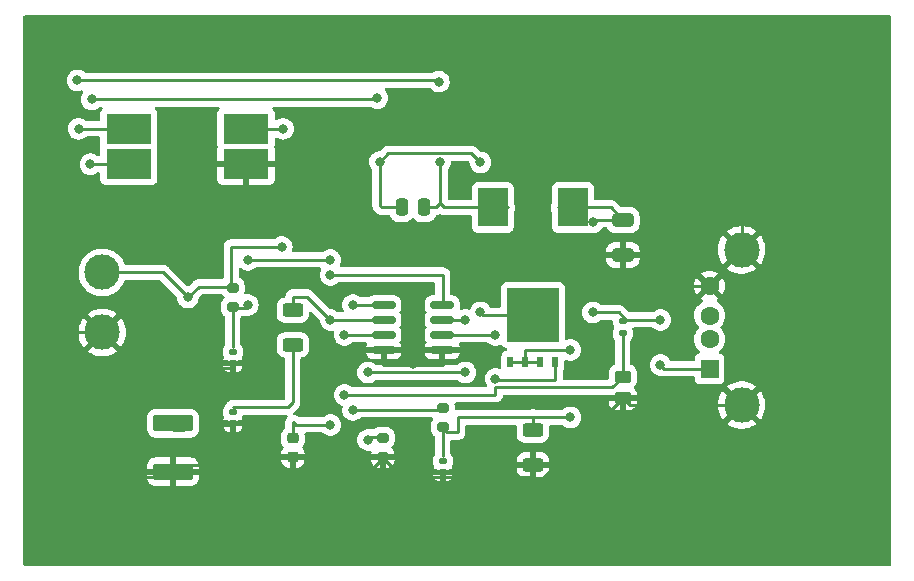
<source format=gbr>
%TF.GenerationSoftware,KiCad,Pcbnew,(6.0.4)*%
%TF.CreationDate,2022-04-27T12:43:55-07:00*%
%TF.ProjectId,SolarChargerV2,536f6c61-7243-4686-9172-67657256322e,rev?*%
%TF.SameCoordinates,Original*%
%TF.FileFunction,Copper,L1,Top*%
%TF.FilePolarity,Positive*%
%FSLAX46Y46*%
G04 Gerber Fmt 4.6, Leading zero omitted, Abs format (unit mm)*
G04 Created by KiCad (PCBNEW (6.0.4)) date 2022-04-27 12:43:55*
%MOMM*%
%LPD*%
G01*
G04 APERTURE LIST*
G04 Aperture macros list*
%AMRoundRect*
0 Rectangle with rounded corners*
0 $1 Rounding radius*
0 $2 $3 $4 $5 $6 $7 $8 $9 X,Y pos of 4 corners*
0 Add a 4 corners polygon primitive as box body*
4,1,4,$2,$3,$4,$5,$6,$7,$8,$9,$2,$3,0*
0 Add four circle primitives for the rounded corners*
1,1,$1+$1,$2,$3*
1,1,$1+$1,$4,$5*
1,1,$1+$1,$6,$7*
1,1,$1+$1,$8,$9*
0 Add four rect primitives between the rounded corners*
20,1,$1+$1,$2,$3,$4,$5,0*
20,1,$1+$1,$4,$5,$6,$7,0*
20,1,$1+$1,$6,$7,$8,$9,0*
20,1,$1+$1,$8,$9,$2,$3,0*%
G04 Aperture macros list end*
%TA.AperFunction,SMDPad,CuDef*%
%ADD10RoundRect,0.140000X-0.170000X0.140000X-0.170000X-0.140000X0.170000X-0.140000X0.170000X0.140000X0*%
%TD*%
%TA.AperFunction,SMDPad,CuDef*%
%ADD11RoundRect,0.225000X-0.250000X0.225000X-0.250000X-0.225000X0.250000X-0.225000X0.250000X0.225000X0*%
%TD*%
%TA.AperFunction,SMDPad,CuDef*%
%ADD12RoundRect,0.250000X-0.250000X-0.475000X0.250000X-0.475000X0.250000X0.475000X-0.250000X0.475000X0*%
%TD*%
%TA.AperFunction,SMDPad,CuDef*%
%ADD13RoundRect,0.250000X-0.650000X0.325000X-0.650000X-0.325000X0.650000X-0.325000X0.650000X0.325000X0*%
%TD*%
%TA.AperFunction,SMDPad,CuDef*%
%ADD14RoundRect,0.249999X-1.450001X0.450001X-1.450001X-0.450001X1.450001X-0.450001X1.450001X0.450001X0*%
%TD*%
%TA.AperFunction,SMDPad,CuDef*%
%ADD15RoundRect,0.135000X-0.185000X0.135000X-0.185000X-0.135000X0.185000X-0.135000X0.185000X0.135000X0*%
%TD*%
%TA.AperFunction,SMDPad,CuDef*%
%ADD16RoundRect,0.200000X-0.275000X0.200000X-0.275000X-0.200000X0.275000X-0.200000X0.275000X0.200000X0*%
%TD*%
%TA.AperFunction,SMDPad,CuDef*%
%ADD17RoundRect,0.250000X-0.625000X0.312500X-0.625000X-0.312500X0.625000X-0.312500X0.625000X0.312500X0*%
%TD*%
%TA.AperFunction,SMDPad,CuDef*%
%ADD18R,3.850000X2.500000*%
%TD*%
%TA.AperFunction,SMDPad,CuDef*%
%ADD19R,2.500000X3.300000*%
%TD*%
%TA.AperFunction,ComponentPad*%
%ADD20C,3.000000*%
%TD*%
%TA.AperFunction,SMDPad,CuDef*%
%ADD21RoundRect,0.150000X-0.825000X-0.150000X0.825000X-0.150000X0.825000X0.150000X-0.825000X0.150000X0*%
%TD*%
%TA.AperFunction,SMDPad,CuDef*%
%ADD22RoundRect,0.250000X-0.450000X0.262500X-0.450000X-0.262500X0.450000X-0.262500X0.450000X0.262500X0*%
%TD*%
%TA.AperFunction,SMDPad,CuDef*%
%ADD23R,0.500000X0.850000*%
%TD*%
%TA.AperFunction,SMDPad,CuDef*%
%ADD24R,4.410000X4.550000*%
%TD*%
%TA.AperFunction,ComponentPad*%
%ADD25R,1.500000X1.600000*%
%TD*%
%TA.AperFunction,ComponentPad*%
%ADD26C,1.600000*%
%TD*%
%TA.AperFunction,ViaPad*%
%ADD27C,0.800000*%
%TD*%
%TA.AperFunction,Conductor*%
%ADD28C,0.250000*%
%TD*%
G04 APERTURE END LIST*
D10*
%TO.P,C5,1*%
%TO.N,Net-(C5-Pad1)*%
X129540000Y-82427500D03*
%TO.P,C5,2*%
%TO.N,GND*%
X129540000Y-83387500D03*
%TD*%
%TO.P,C3,1*%
%TO.N,Net-(C3-Pad1)*%
X111760000Y-78260000D03*
%TO.P,C3,2*%
%TO.N,GND*%
X111760000Y-79220000D03*
%TD*%
%TO.P,C2,1*%
%TO.N,Net-(C2-Pad1)*%
X111760000Y-73180000D03*
%TO.P,C2,2*%
%TO.N,GND*%
X111760000Y-74140000D03*
%TD*%
D11*
%TO.P,C4,1*%
%TO.N,Net-(C4-Pad1)*%
X116840000Y-80505000D03*
%TO.P,C4,2*%
%TO.N,GND*%
X116840000Y-82055000D03*
%TD*%
D12*
%TO.P,C6,1*%
%TO.N,Net-(Q1-Pad5)*%
X126050000Y-60960000D03*
%TO.P,C6,2*%
%TO.N,Net-(C6-Pad2)*%
X127950000Y-60960000D03*
%TD*%
D13*
%TO.P,C7,1*%
%TO.N,Net-(C7-Pad1)*%
X144780000Y-62025000D03*
%TO.P,C7,2*%
%TO.N,GND*%
X144780000Y-64975000D03*
%TD*%
D14*
%TO.P,C1,1*%
%TO.N,Net-(C1-Pad1)*%
X106680000Y-79230000D03*
%TO.P,C1,2*%
%TO.N,GND*%
X106680000Y-83330000D03*
%TD*%
D15*
%TO.P,R6,1*%
%TO.N,Net-(C7-Pad1)*%
X144780000Y-70610000D03*
%TO.P,R6,2*%
%TO.N,Net-(R6-Pad2)*%
X144780000Y-71630000D03*
%TD*%
D16*
%TO.P,R4,1*%
%TO.N,Net-(R4-Pad1)*%
X129540000Y-77915000D03*
%TO.P,R4,2*%
%TO.N,Net-(C5-Pad1)*%
X129540000Y-79565000D03*
%TD*%
%TO.P,R3,1*%
%TO.N,Net-(R3-Pad1)*%
X124460000Y-80455000D03*
%TO.P,R3,2*%
%TO.N,GND*%
X124460000Y-82105000D03*
%TD*%
%TO.P,R1,1*%
%TO.N,Net-(C1-Pad1)*%
X111760000Y-67755000D03*
%TO.P,R1,2*%
%TO.N,Net-(C2-Pad1)*%
X111760000Y-69405000D03*
%TD*%
D17*
%TO.P,R5,1*%
%TO.N,Net-(C5-Pad1)*%
X137160000Y-79817500D03*
%TO.P,R5,2*%
%TO.N,GND*%
X137160000Y-82742500D03*
%TD*%
%TO.P,R2,1*%
%TO.N,Net-(C4-Pad1)*%
X116840000Y-69657500D03*
%TO.P,R2,2*%
%TO.N,Net-(C3-Pad1)*%
X116840000Y-72582500D03*
%TD*%
D18*
%TO.P,L1,4,4*%
%TO.N,GND*%
X112875000Y-57300000D03*
%TO.P,L1,3,3*%
%TO.N,Net-(C1-Pad1)*%
X112875000Y-54300000D03*
%TO.P,L1,2,2*%
%TO.N,Net-(C6-Pad2)*%
X102925000Y-54300000D03*
%TO.P,L1,1,1*%
%TO.N,Net-(Q1-Pad5)*%
X102925000Y-57300000D03*
%TD*%
D19*
%TO.P,D1,1,K*%
%TO.N,Net-(C7-Pad1)*%
X140560000Y-60960000D03*
%TO.P,D1,2,A*%
%TO.N,Net-(C6-Pad2)*%
X133760000Y-60960000D03*
%TD*%
D20*
%TO.P,SC1,1,+*%
%TO.N,Net-(C1-Pad1)*%
X100700000Y-66460000D03*
%TO.P,SC1,2,-*%
%TO.N,GND*%
X100700000Y-71540000D03*
%TD*%
D21*
%TO.P,U1,1,ISEN*%
%TO.N,Net-(R4-Pad1)*%
X124525000Y-69215000D03*
%TO.P,U1,2,COMP*%
%TO.N,Net-(C4-Pad1)*%
X124525000Y-70485000D03*
%TO.P,U1,3,FB*%
%TO.N,Net-(R6-Pad2)*%
X124525000Y-71755000D03*
%TO.P,U1,4,AGND*%
%TO.N,GND*%
X124525000Y-73025000D03*
%TO.P,U1,5,PGND*%
X129475000Y-73025000D03*
%TO.P,U1,6,DR*%
%TO.N,Net-(U1-Pad6)*%
X129475000Y-71755000D03*
%TO.P,U1,7,FA/SD*%
%TO.N,Net-(R3-Pad1)*%
X129475000Y-70485000D03*
%TO.P,U1,8,VIN*%
%TO.N,Net-(C2-Pad1)*%
X129475000Y-69215000D03*
%TD*%
D22*
%TO.P,R7,1*%
%TO.N,Net-(R6-Pad2)*%
X144780000Y-75287500D03*
%TO.P,R7,2*%
%TO.N,GND*%
X144780000Y-77112500D03*
%TD*%
D23*
%TO.P,Q1,1,S*%
%TO.N,Net-(C5-Pad1)*%
X135255000Y-74020000D03*
%TO.P,Q1,2,S*%
X136525000Y-74020000D03*
%TO.P,Q1,3,S*%
X137795000Y-74020000D03*
%TO.P,Q1,4,G*%
%TO.N,Net-(U1-Pad6)*%
X139065000Y-74020000D03*
D24*
%TO.P,Q1,5,D*%
%TO.N,Net-(Q1-Pad5)*%
X137160000Y-70070000D03*
%TD*%
D25*
%TO.P,J1,1,VBUS*%
%TO.N,Net-(C7-Pad1)*%
X152120000Y-74620000D03*
D26*
%TO.P,J1,2,D-*%
%TO.N,unconnected-(J1-Pad2)*%
X152120000Y-72120000D03*
%TO.P,J1,3,D+*%
%TO.N,unconnected-(J1-Pad3)*%
X152120000Y-70120000D03*
%TO.P,J1,4,GND*%
%TO.N,GND*%
X152120000Y-67620000D03*
D20*
%TO.P,J1,5,Shield*%
X154830000Y-64550000D03*
X154830000Y-77690000D03*
%TD*%
D27*
%TO.N,GND*%
X97700000Y-71600000D03*
X97600000Y-59800000D03*
%TO.N,Net-(C6-Pad2)*%
X129200000Y-50300000D03*
X98700000Y-54300000D03*
X129300000Y-57100000D03*
X98600000Y-50200000D03*
%TO.N,Net-(Q1-Pad5)*%
X124200000Y-57100000D03*
X124000000Y-51700000D03*
X99800000Y-51800000D03*
X99700000Y-57300000D03*
%TO.N,Net-(C1-Pad1)*%
X115900000Y-64300000D03*
X116000000Y-54300000D03*
%TO.N,Net-(C4-Pad1)*%
X120015000Y-70485000D03*
X120015000Y-79375000D03*
%TO.N,Net-(C5-Pad1)*%
X140335000Y-78740000D03*
X140335000Y-73025000D03*
%TO.N,GND*%
X127000000Y-81915000D03*
X127000000Y-74205500D03*
X147320000Y-64770000D03*
X104140000Y-76835000D03*
X147320000Y-59690000D03*
X109855000Y-74930000D03*
X109855000Y-79375000D03*
X104140000Y-83820000D03*
X109855000Y-82550000D03*
%TO.N,Net-(C1-Pad1)*%
X107950000Y-79375000D03*
X107950000Y-68580000D03*
%TO.N,Net-(C2-Pad1)*%
X120015000Y-65405000D03*
X113030000Y-69215000D03*
X120015000Y-66675000D03*
X113030000Y-65405000D03*
%TO.N,Net-(R3-Pad1)*%
X123190000Y-74930000D03*
X131445000Y-70485000D03*
X131445000Y-74930000D03*
X123190000Y-80645000D03*
%TO.N,Net-(R4-Pad1)*%
X121920000Y-69215000D03*
X121920000Y-78105000D03*
%TO.N,Net-(C7-Pad1)*%
X142240000Y-62230000D03*
X147955000Y-70485000D03*
X142240000Y-69850000D03*
X147955000Y-74295000D03*
%TO.N,Net-(R6-Pad2)*%
X121195500Y-71755000D03*
X121195500Y-76835000D03*
%TO.N,Net-(U1-Pad6)*%
X133985000Y-71755000D03*
X133985000Y-75475500D03*
%TO.N,Net-(Q1-Pad5)*%
X132715000Y-69850000D03*
X132715000Y-57150000D03*
%TD*%
D28*
%TO.N,GND*%
X129540000Y-83387500D02*
X129540000Y-83440000D01*
X129540000Y-83440000D02*
X129600000Y-83500000D01*
%TO.N,Net-(Q1-Pad5)*%
X126050000Y-60960000D02*
X124362500Y-60960000D01*
%TO.N,Net-(C6-Pad2)*%
X128962500Y-60960000D02*
X129300000Y-60622500D01*
X127950000Y-60960000D02*
X128962500Y-60960000D01*
%TO.N,Net-(C7-Pad1)*%
X144780000Y-70610000D02*
X144790000Y-70610000D01*
X144986250Y-70413750D02*
X144780000Y-70207500D01*
X145057500Y-70485000D02*
X144986250Y-70413750D01*
X144790000Y-70610000D02*
X144986250Y-70413750D01*
%TO.N,Net-(R6-Pad2)*%
X144780000Y-71630000D02*
X144780000Y-75287500D01*
%TO.N,Net-(C5-Pad1)*%
X137160000Y-78800000D02*
X137220000Y-78740000D01*
X137160000Y-79817500D02*
X137160000Y-78800000D01*
%TO.N,GND*%
X137160000Y-83660000D02*
X137050000Y-83770000D01*
X137160000Y-82742500D02*
X137160000Y-83660000D01*
X116840000Y-82055000D02*
X116840000Y-83417500D01*
%TO.N,Net-(C4-Pad1)*%
X116840000Y-80505000D02*
X116840000Y-79142500D01*
%TO.N,Net-(C3-Pad1)*%
X116840000Y-77470000D02*
X116432500Y-77877500D01*
X116432500Y-77877500D02*
X111760000Y-77877500D01*
X116840000Y-72582500D02*
X116840000Y-77470000D01*
%TO.N,Net-(C4-Pad1)*%
X116840000Y-69657500D02*
X116840000Y-68520000D01*
%TO.N,GND*%
X97760000Y-71540000D02*
X100700000Y-71540000D01*
X97700000Y-71600000D02*
X97760000Y-71540000D01*
X112875000Y-59775000D02*
X112900000Y-59800000D01*
X112875000Y-57300000D02*
X112875000Y-59775000D01*
X112900000Y-59800000D02*
X97600000Y-59800000D01*
%TO.N,Net-(C1-Pad1)*%
X105830000Y-66460000D02*
X107950000Y-68580000D01*
X100700000Y-66460000D02*
X105830000Y-66460000D01*
%TO.N,GND*%
X104140000Y-74980000D02*
X104140000Y-76835000D01*
X100700000Y-71540000D02*
X104140000Y-74980000D01*
%TO.N,Net-(Q1-Pad5)*%
X131940489Y-56375489D02*
X132715000Y-57150000D01*
X124924511Y-56375489D02*
X131940489Y-56375489D01*
X124200000Y-57100000D02*
X124924511Y-56375489D01*
%TO.N,Net-(C6-Pad2)*%
X129300000Y-60622500D02*
X129637500Y-60960000D01*
X129300000Y-57100000D02*
X129300000Y-60622500D01*
X129100000Y-50200000D02*
X129200000Y-50300000D01*
X98600000Y-50200000D02*
X129100000Y-50200000D01*
X102925000Y-54300000D02*
X98700000Y-54300000D01*
%TO.N,Net-(Q1-Pad5)*%
X124200000Y-60797500D02*
X124362500Y-60960000D01*
X124200000Y-57100000D02*
X124200000Y-60797500D01*
X123900000Y-51800000D02*
X124000000Y-51700000D01*
X99800000Y-51800000D02*
X123900000Y-51800000D01*
X102925000Y-57300000D02*
X99700000Y-57300000D01*
%TO.N,Net-(C1-Pad1)*%
X111600000Y-64300000D02*
X111600000Y-67507500D01*
X115900000Y-64300000D02*
X111600000Y-64300000D01*
X112875000Y-54300000D02*
X116000000Y-54300000D01*
X111600000Y-67507500D02*
X111760000Y-67667500D01*
%TO.N,Net-(C4-Pad1)*%
X120015000Y-70485000D02*
X118050000Y-68520000D01*
X117072500Y-79375000D02*
X120015000Y-79375000D01*
X120015000Y-70485000D02*
X124525000Y-70485000D01*
X116840000Y-79142500D02*
X117072500Y-79375000D01*
X118050000Y-68520000D02*
X116840000Y-68520000D01*
%TO.N,Net-(C5-Pad1)*%
X137100000Y-78740000D02*
X130810000Y-78740000D01*
X136525000Y-73025000D02*
X136525000Y-74020000D01*
X136525000Y-74020000D02*
X135255000Y-74020000D01*
X137160000Y-78680000D02*
X137100000Y-78740000D01*
X140335000Y-73025000D02*
X136525000Y-73025000D01*
X130810000Y-80010000D02*
X129897500Y-80010000D01*
X137160000Y-78680000D02*
X137220000Y-78740000D01*
X129897500Y-80010000D02*
X129540000Y-79652500D01*
X129540000Y-79652500D02*
X129540000Y-82045000D01*
X130810000Y-78740000D02*
X130810000Y-80010000D01*
X137220000Y-78740000D02*
X140335000Y-78740000D01*
X137795000Y-74020000D02*
X136525000Y-74020000D01*
%TO.N,GND*%
X154830000Y-77690000D02*
X145357500Y-77690000D01*
X110262500Y-74522500D02*
X109855000Y-74930000D01*
X154940000Y-59690000D02*
X154830000Y-59800000D01*
X109855000Y-79375000D02*
X111532500Y-79375000D01*
X137160000Y-83880000D02*
X138012500Y-83880000D01*
X152120000Y-67620000D02*
X150170000Y-67620000D01*
X154830000Y-64550000D02*
X156845000Y-66565000D01*
X154830000Y-59800000D02*
X154830000Y-64550000D01*
X106680000Y-82780000D02*
X109625000Y-82780000D01*
X129540000Y-73090000D02*
X129475000Y-73025000D01*
X123235000Y-83417500D02*
X124460000Y-82192500D01*
X156845000Y-66565000D02*
X156845000Y-75675000D01*
X124460000Y-74295000D02*
X127000000Y-74295000D01*
X137050000Y-83770000D02*
X137160000Y-83880000D01*
X129540000Y-83770000D02*
X137050000Y-83770000D01*
X145357500Y-77690000D02*
X144780000Y-77112500D01*
X127000000Y-74295000D02*
X127000000Y-74205500D01*
X111532500Y-79375000D02*
X111760000Y-79602500D01*
X127000000Y-74295000D02*
X129540000Y-74295000D01*
X111760000Y-83185000D02*
X111992500Y-83417500D01*
X116840000Y-83417500D02*
X123235000Y-83417500D01*
X109625000Y-82780000D02*
X109855000Y-82550000D01*
X126037500Y-83770000D02*
X124460000Y-82192500D01*
X129540000Y-83770000D02*
X126037500Y-83770000D01*
X111760000Y-79602500D02*
X111760000Y-83185000D01*
X106680000Y-83820000D02*
X106680000Y-82780000D01*
X150170000Y-67620000D02*
X147320000Y-64770000D01*
X156845000Y-75675000D02*
X154830000Y-77690000D01*
X124525000Y-73025000D02*
X124525000Y-74230000D01*
X124737500Y-81915000D02*
X124460000Y-82192500D01*
X138012500Y-83880000D02*
X144780000Y-77112500D01*
X147090000Y-65000000D02*
X147320000Y-64770000D01*
X111760000Y-74522500D02*
X110262500Y-74522500D01*
X124525000Y-74230000D02*
X124460000Y-74295000D01*
X111992500Y-83417500D02*
X116840000Y-83417500D01*
X127000000Y-81915000D02*
X124737500Y-81915000D01*
X129540000Y-74295000D02*
X129540000Y-73090000D01*
X104140000Y-83820000D02*
X106680000Y-83820000D01*
X144780000Y-65000000D02*
X147090000Y-65000000D01*
X147320000Y-59690000D02*
X154940000Y-59690000D01*
%TO.N,Net-(C1-Pad1)*%
X106680000Y-79780000D02*
X107545000Y-79780000D01*
X108862500Y-67667500D02*
X107950000Y-68580000D01*
X111760000Y-67667500D02*
X108862500Y-67667500D01*
X107545000Y-79780000D02*
X107950000Y-79375000D01*
%TO.N,Net-(C2-Pad1)*%
X120015000Y-66675000D02*
X129540000Y-66675000D01*
X111760000Y-69492500D02*
X111760000Y-72797500D01*
X113030000Y-65405000D02*
X120015000Y-65405000D01*
X112752500Y-69492500D02*
X113030000Y-69215000D01*
X129540000Y-66675000D02*
X129540000Y-69150000D01*
X111760000Y-69492500D02*
X112752500Y-69492500D01*
X129540000Y-69150000D02*
X129475000Y-69215000D01*
%TO.N,Net-(R3-Pad1)*%
X123467500Y-80367500D02*
X123190000Y-80645000D01*
X123190000Y-74930000D02*
X131445000Y-74930000D01*
X131445000Y-70485000D02*
X129475000Y-70485000D01*
X124460000Y-80367500D02*
X123467500Y-80367500D01*
%TO.N,Net-(R4-Pad1)*%
X124525000Y-69215000D02*
X121920000Y-69215000D01*
X121920000Y-78105000D02*
X129262500Y-78105000D01*
X129262500Y-78105000D02*
X129540000Y-77827500D01*
%TO.N,Net-(C7-Pad1)*%
X152120000Y-74620000D02*
X148280000Y-74620000D01*
X142470000Y-62000000D02*
X142240000Y-62230000D01*
X142240000Y-69850000D02*
X144422500Y-69850000D01*
X139310000Y-60960000D02*
X143740000Y-60960000D01*
X144780000Y-62000000D02*
X142470000Y-62000000D01*
X147955000Y-70485000D02*
X145057500Y-70485000D01*
X148280000Y-74620000D02*
X147955000Y-74295000D01*
X143740000Y-60960000D02*
X144780000Y-62000000D01*
X144422500Y-69850000D02*
X144780000Y-70207500D01*
%TO.N,Net-(R6-Pad2)*%
X133985000Y-76200000D02*
X143867500Y-76200000D01*
X133985000Y-76835000D02*
X133985000Y-76200000D01*
X143867500Y-76200000D02*
X144780000Y-75287500D01*
X121195500Y-76835000D02*
X133985000Y-76835000D01*
X124525000Y-71755000D02*
X121195500Y-71755000D01*
%TO.N,Net-(U1-Pad6)*%
X139065000Y-75565000D02*
X139065000Y-74020000D01*
X134074500Y-75565000D02*
X139065000Y-75565000D01*
X133985000Y-75475500D02*
X134074500Y-75565000D01*
X129475000Y-71755000D02*
X133985000Y-71755000D01*
%TO.N,Net-(Q1-Pad5)*%
X137160000Y-70070000D02*
X132935000Y-70070000D01*
X132935000Y-70070000D02*
X132715000Y-69850000D01*
%TO.N,Net-(C6-Pad2)*%
X135010000Y-60960000D02*
X129637500Y-60960000D01*
%TD*%
%TA.AperFunction,Conductor*%
%TO.N,GND*%
G36*
X167433621Y-44728502D02*
G01*
X167480114Y-44782158D01*
X167491500Y-44834500D01*
X167491500Y-91165500D01*
X167471498Y-91233621D01*
X167417842Y-91280114D01*
X167365500Y-91291500D01*
X94134500Y-91291500D01*
X94066379Y-91271498D01*
X94019886Y-91217842D01*
X94008500Y-91165500D01*
X94008500Y-83827098D01*
X104472000Y-83827098D01*
X104472337Y-83833613D01*
X104482256Y-83929205D01*
X104485150Y-83942604D01*
X104536588Y-84096785D01*
X104542762Y-84109964D01*
X104628063Y-84247810D01*
X104637099Y-84259209D01*
X104751828Y-84373738D01*
X104763239Y-84382750D01*
X104901242Y-84467816D01*
X104914423Y-84473963D01*
X105068709Y-84525138D01*
X105082085Y-84528005D01*
X105176437Y-84537672D01*
X105182853Y-84538000D01*
X106407885Y-84538000D01*
X106423124Y-84533525D01*
X106424329Y-84532135D01*
X106426000Y-84524452D01*
X106426000Y-84519885D01*
X106934000Y-84519885D01*
X106938475Y-84535124D01*
X106939865Y-84536329D01*
X106947548Y-84538000D01*
X108177098Y-84538000D01*
X108183613Y-84537663D01*
X108279205Y-84527744D01*
X108292604Y-84524850D01*
X108446785Y-84473412D01*
X108459964Y-84467238D01*
X108597810Y-84381937D01*
X108609209Y-84372901D01*
X108723738Y-84258172D01*
X108732750Y-84246761D01*
X108817816Y-84108758D01*
X108823963Y-84095577D01*
X108875138Y-83941291D01*
X108878005Y-83927915D01*
X108887672Y-83833563D01*
X108888000Y-83827147D01*
X108888000Y-83653371D01*
X128731776Y-83653371D01*
X128768357Y-83779284D01*
X128774604Y-83793720D01*
X128849876Y-83920999D01*
X128859516Y-83933426D01*
X128964074Y-84037984D01*
X128976501Y-84047624D01*
X129103780Y-84122896D01*
X129118216Y-84129143D01*
X129261641Y-84170812D01*
X129269609Y-84172268D01*
X129283031Y-84169448D01*
X129286000Y-84157987D01*
X129286000Y-84155924D01*
X129794000Y-84155924D01*
X129798344Y-84170719D01*
X129808775Y-84172563D01*
X129818359Y-84170812D01*
X129961784Y-84129143D01*
X129976220Y-84122896D01*
X130103499Y-84047624D01*
X130115926Y-84037984D01*
X130220484Y-83933426D01*
X130230124Y-83920999D01*
X130305396Y-83793720D01*
X130311643Y-83779284D01*
X130346619Y-83658895D01*
X130346579Y-83644795D01*
X130339309Y-83641500D01*
X129812115Y-83641500D01*
X129796876Y-83645975D01*
X129795671Y-83647365D01*
X129794000Y-83655048D01*
X129794000Y-84155924D01*
X129286000Y-84155924D01*
X129286000Y-83659615D01*
X129281525Y-83644376D01*
X129280135Y-83643171D01*
X129272452Y-83641500D01*
X128746442Y-83641500D01*
X128732911Y-83645473D01*
X128731776Y-83653371D01*
X108888000Y-83653371D01*
X108888000Y-83602115D01*
X108883525Y-83586876D01*
X108882135Y-83585671D01*
X108874452Y-83584000D01*
X106952115Y-83584000D01*
X106936876Y-83588475D01*
X106935671Y-83589865D01*
X106934000Y-83597548D01*
X106934000Y-84519885D01*
X106426000Y-84519885D01*
X106426000Y-83602115D01*
X106421525Y-83586876D01*
X106420135Y-83585671D01*
X106412452Y-83584000D01*
X104490115Y-83584000D01*
X104474876Y-83588475D01*
X104473671Y-83589865D01*
X104472000Y-83597548D01*
X104472000Y-83827098D01*
X94008500Y-83827098D01*
X94008500Y-83057885D01*
X104472000Y-83057885D01*
X104476475Y-83073124D01*
X104477865Y-83074329D01*
X104485548Y-83076000D01*
X106407885Y-83076000D01*
X106423124Y-83071525D01*
X106424329Y-83070135D01*
X106426000Y-83062452D01*
X106426000Y-83057885D01*
X106934000Y-83057885D01*
X106938475Y-83073124D01*
X106939865Y-83074329D01*
X106947548Y-83076000D01*
X108869885Y-83076000D01*
X108885124Y-83071525D01*
X108886329Y-83070135D01*
X108888000Y-83062452D01*
X108888000Y-82832902D01*
X108887663Y-82826387D01*
X108877744Y-82730795D01*
X108874850Y-82717396D01*
X108823412Y-82563215D01*
X108817238Y-82550036D01*
X108731937Y-82412190D01*
X108722901Y-82400791D01*
X108647416Y-82325438D01*
X115857000Y-82325438D01*
X115857337Y-82331953D01*
X115866894Y-82424057D01*
X115869788Y-82437456D01*
X115919381Y-82586107D01*
X115925555Y-82599286D01*
X116007788Y-82732173D01*
X116016824Y-82743574D01*
X116127429Y-82853986D01*
X116138840Y-82862998D01*
X116271880Y-82945004D01*
X116285061Y-82951151D01*
X116433814Y-83000491D01*
X116447190Y-83003358D01*
X116538097Y-83012672D01*
X116544513Y-83013000D01*
X116567885Y-83013000D01*
X116583124Y-83008525D01*
X116584329Y-83007135D01*
X116586000Y-82999452D01*
X116586000Y-82994885D01*
X117094000Y-82994885D01*
X117098475Y-83010124D01*
X117099865Y-83011329D01*
X117107548Y-83013000D01*
X117135438Y-83013000D01*
X117141953Y-83012663D01*
X117234057Y-83003106D01*
X117247456Y-83000212D01*
X117396107Y-82950619D01*
X117409286Y-82944445D01*
X117542173Y-82862212D01*
X117553574Y-82853176D01*
X117663986Y-82742571D01*
X117672998Y-82731160D01*
X117755004Y-82598120D01*
X117761151Y-82584939D01*
X117810491Y-82436186D01*
X117813358Y-82422810D01*
X117818841Y-82369294D01*
X123477709Y-82369294D01*
X123483132Y-82428315D01*
X123485743Y-82441351D01*
X123532715Y-82591243D01*
X123538921Y-82604988D01*
X123619824Y-82738574D01*
X123629131Y-82750443D01*
X123739557Y-82860869D01*
X123751426Y-82870176D01*
X123885012Y-82951079D01*
X123898757Y-82957285D01*
X124048644Y-83004256D01*
X124061694Y-83006869D01*
X124125521Y-83012734D01*
X124131309Y-83013000D01*
X124187885Y-83013000D01*
X124203124Y-83008525D01*
X124204329Y-83007135D01*
X124206000Y-82999452D01*
X124206000Y-82994884D01*
X124714000Y-82994884D01*
X124718475Y-83010123D01*
X124719865Y-83011328D01*
X124727548Y-83012999D01*
X124788705Y-83012999D01*
X124794454Y-83012736D01*
X124858315Y-83006868D01*
X124871351Y-83004257D01*
X125021243Y-82957285D01*
X125034988Y-82951079D01*
X125168574Y-82870176D01*
X125180443Y-82860869D01*
X125290869Y-82750443D01*
X125300176Y-82738574D01*
X125381079Y-82604988D01*
X125387285Y-82591243D01*
X125434256Y-82441356D01*
X125436869Y-82428306D01*
X125441913Y-82373414D01*
X125438525Y-82361876D01*
X125437135Y-82360671D01*
X125429452Y-82359000D01*
X124732115Y-82359000D01*
X124716876Y-82363475D01*
X124715671Y-82364865D01*
X124714000Y-82372548D01*
X124714000Y-82994884D01*
X124206000Y-82994884D01*
X124206000Y-82377115D01*
X124201525Y-82361876D01*
X124200135Y-82360671D01*
X124192452Y-82359000D01*
X123495116Y-82359000D01*
X123479877Y-82363475D01*
X123478672Y-82364865D01*
X123477709Y-82369294D01*
X117818841Y-82369294D01*
X117822672Y-82331903D01*
X117822929Y-82326874D01*
X117818525Y-82311876D01*
X117817135Y-82310671D01*
X117809452Y-82309000D01*
X117112115Y-82309000D01*
X117096876Y-82313475D01*
X117095671Y-82314865D01*
X117094000Y-82322548D01*
X117094000Y-82994885D01*
X116586000Y-82994885D01*
X116586000Y-82327115D01*
X116581525Y-82311876D01*
X116580135Y-82310671D01*
X116572452Y-82309000D01*
X115875115Y-82309000D01*
X115859876Y-82313475D01*
X115858671Y-82314865D01*
X115857000Y-82322548D01*
X115857000Y-82325438D01*
X108647416Y-82325438D01*
X108608172Y-82286262D01*
X108596761Y-82277250D01*
X108458758Y-82192184D01*
X108445577Y-82186037D01*
X108291291Y-82134862D01*
X108277915Y-82131995D01*
X108183563Y-82122328D01*
X108177146Y-82122000D01*
X106952115Y-82122000D01*
X106936876Y-82126475D01*
X106935671Y-82127865D01*
X106934000Y-82135548D01*
X106934000Y-83057885D01*
X106426000Y-83057885D01*
X106426000Y-82140115D01*
X106421525Y-82124876D01*
X106420135Y-82123671D01*
X106412452Y-82122000D01*
X105182902Y-82122000D01*
X105176387Y-82122337D01*
X105080795Y-82132256D01*
X105067396Y-82135150D01*
X104913215Y-82186588D01*
X104900036Y-82192762D01*
X104762190Y-82278063D01*
X104750791Y-82287099D01*
X104636262Y-82401828D01*
X104627250Y-82413239D01*
X104542184Y-82551242D01*
X104536037Y-82564423D01*
X104484862Y-82718709D01*
X104481995Y-82732085D01*
X104472328Y-82826437D01*
X104472000Y-82832854D01*
X104472000Y-83057885D01*
X94008500Y-83057885D01*
X94008500Y-78729599D01*
X104471500Y-78729599D01*
X104471501Y-79730400D01*
X104482474Y-79836167D01*
X104484658Y-79842713D01*
X104535730Y-79995792D01*
X104538450Y-80003946D01*
X104631521Y-80154349D01*
X104756697Y-80279306D01*
X104778433Y-80292704D01*
X104885164Y-80358494D01*
X104907261Y-80372115D01*
X104987004Y-80398564D01*
X105068610Y-80425632D01*
X105068612Y-80425632D01*
X105075138Y-80427797D01*
X105081974Y-80428497D01*
X105081977Y-80428498D01*
X105118150Y-80432204D01*
X105179599Y-80438500D01*
X106668429Y-80438500D01*
X108180400Y-80438499D01*
X108286167Y-80427526D01*
X108320953Y-80415920D01*
X108447002Y-80373867D01*
X108447004Y-80373866D01*
X108453946Y-80371550D01*
X108604349Y-80278479D01*
X108729306Y-80153303D01*
X108796162Y-80044843D01*
X108818275Y-80008969D01*
X108818276Y-80008967D01*
X108822115Y-80002739D01*
X108870201Y-79857763D01*
X108875632Y-79841390D01*
X108875632Y-79841388D01*
X108877797Y-79834862D01*
X108879085Y-79822298D01*
X108886845Y-79746556D01*
X108888500Y-79730401D01*
X108888500Y-79485871D01*
X110951776Y-79485871D01*
X110988357Y-79611784D01*
X110994604Y-79626220D01*
X111069876Y-79753499D01*
X111079516Y-79765926D01*
X111184074Y-79870484D01*
X111196501Y-79880124D01*
X111323780Y-79955396D01*
X111338216Y-79961643D01*
X111481641Y-80003312D01*
X111489609Y-80004768D01*
X111503031Y-80001948D01*
X111506000Y-79990487D01*
X111506000Y-79988424D01*
X112014000Y-79988424D01*
X112018344Y-80003219D01*
X112028775Y-80005063D01*
X112038359Y-80003312D01*
X112181784Y-79961643D01*
X112196220Y-79955396D01*
X112323499Y-79880124D01*
X112335926Y-79870484D01*
X112440484Y-79765926D01*
X112450124Y-79753499D01*
X112525396Y-79626220D01*
X112531643Y-79611784D01*
X112566619Y-79491395D01*
X112566579Y-79477295D01*
X112559309Y-79474000D01*
X112032115Y-79474000D01*
X112016876Y-79478475D01*
X112015671Y-79479865D01*
X112014000Y-79487548D01*
X112014000Y-79988424D01*
X111506000Y-79988424D01*
X111506000Y-79492115D01*
X111501525Y-79476876D01*
X111500135Y-79475671D01*
X111492452Y-79474000D01*
X110966442Y-79474000D01*
X110952911Y-79477973D01*
X110951776Y-79485871D01*
X108888500Y-79485871D01*
X108888499Y-78729600D01*
X108877526Y-78623833D01*
X108850228Y-78542011D01*
X108824696Y-78465484D01*
X110941500Y-78465484D01*
X110941693Y-78467932D01*
X110941693Y-78467940D01*
X110942822Y-78482279D01*
X110944394Y-78502254D01*
X110969810Y-78589736D01*
X110986379Y-78646767D01*
X110990106Y-78659597D01*
X110994143Y-78666423D01*
X111000015Y-78676353D01*
X111017474Y-78745170D01*
X111000016Y-78804628D01*
X110994605Y-78813778D01*
X110988357Y-78828216D01*
X110953381Y-78948605D01*
X110953421Y-78962705D01*
X110960691Y-78966000D01*
X111238621Y-78966000D01*
X111302760Y-78983546D01*
X111321445Y-78994596D01*
X111330403Y-78999894D01*
X111338014Y-79002105D01*
X111338016Y-79002106D01*
X111388995Y-79016916D01*
X111487746Y-79045606D01*
X111494151Y-79046110D01*
X111494156Y-79046111D01*
X111522060Y-79048307D01*
X111522068Y-79048307D01*
X111524516Y-79048500D01*
X111995484Y-79048500D01*
X111997932Y-79048307D01*
X111997940Y-79048307D01*
X112025844Y-79046111D01*
X112025849Y-79046110D01*
X112032254Y-79045606D01*
X112131005Y-79016916D01*
X112181984Y-79002106D01*
X112181986Y-79002105D01*
X112189597Y-78999894D01*
X112198556Y-78994596D01*
X112217240Y-78983546D01*
X112281379Y-78966000D01*
X112553558Y-78966000D01*
X112567089Y-78962027D01*
X112568224Y-78954129D01*
X112531643Y-78828216D01*
X112525395Y-78813778D01*
X112519984Y-78804628D01*
X112502526Y-78735812D01*
X112519985Y-78676353D01*
X112525857Y-78666423D01*
X112529894Y-78659597D01*
X112533622Y-78646767D01*
X112546672Y-78601847D01*
X112584885Y-78542011D01*
X112649381Y-78512334D01*
X112667669Y-78511000D01*
X116272814Y-78511000D01*
X116340935Y-78531002D01*
X116387428Y-78584658D01*
X116397532Y-78654932D01*
X116364665Y-78723251D01*
X116323414Y-78767179D01*
X116319717Y-78773904D01*
X116319349Y-78774363D01*
X116317264Y-78777330D01*
X116316956Y-78777832D01*
X116311880Y-78783590D01*
X116280958Y-78844278D01*
X116279123Y-78847744D01*
X116246305Y-78907440D01*
X116244397Y-78914871D01*
X116244158Y-78915400D01*
X116242874Y-78918797D01*
X116242699Y-78919367D01*
X116239215Y-78926204D01*
X116237485Y-78933943D01*
X116224364Y-78992640D01*
X116223441Y-78996487D01*
X116208471Y-79054791D01*
X116208470Y-79054796D01*
X116206500Y-79062470D01*
X116206500Y-79070142D01*
X116206400Y-79070715D01*
X116206001Y-79074324D01*
X116205973Y-79074915D01*
X116204298Y-79082409D01*
X116204547Y-79090335D01*
X116204547Y-79090336D01*
X116206438Y-79150486D01*
X116206500Y-79154445D01*
X116206500Y-79584501D01*
X116186498Y-79652622D01*
X116146805Y-79691644D01*
X116137512Y-79697395D01*
X116137507Y-79697399D01*
X116131287Y-79701248D01*
X116010448Y-79822298D01*
X116006608Y-79828528D01*
X116006607Y-79828529D01*
X115980746Y-79870484D01*
X115920698Y-79967899D01*
X115866851Y-80130243D01*
X115866151Y-80137080D01*
X115866150Y-80137082D01*
X115864606Y-80152157D01*
X115856500Y-80231268D01*
X115856500Y-80778732D01*
X115867113Y-80881019D01*
X115869609Y-80888500D01*
X115918537Y-81035153D01*
X115921244Y-81043268D01*
X115925096Y-81049492D01*
X115925096Y-81049493D01*
X115953492Y-81095381D01*
X116011248Y-81188713D01*
X116016430Y-81193886D01*
X116020977Y-81199623D01*
X116019170Y-81201055D01*
X116047902Y-81253575D01*
X116042892Y-81324395D01*
X116019501Y-81360853D01*
X116020552Y-81361683D01*
X116007002Y-81378840D01*
X115924996Y-81511880D01*
X115918849Y-81525061D01*
X115869509Y-81673814D01*
X115866642Y-81687190D01*
X115857328Y-81778097D01*
X115857071Y-81783126D01*
X115861475Y-81798124D01*
X115862865Y-81799329D01*
X115870548Y-81801000D01*
X117804885Y-81801000D01*
X117820124Y-81796525D01*
X117821329Y-81795135D01*
X117823000Y-81787452D01*
X117823000Y-81784562D01*
X117822663Y-81778047D01*
X117813106Y-81685943D01*
X117810212Y-81672544D01*
X117760619Y-81523893D01*
X117754445Y-81510714D01*
X117672212Y-81377827D01*
X117658629Y-81360689D01*
X117660559Y-81359159D01*
X117632097Y-81307120D01*
X117637113Y-81236301D01*
X117660799Y-81199383D01*
X117659843Y-81198628D01*
X117664381Y-81192882D01*
X117669552Y-81187702D01*
X117730467Y-81088880D01*
X117755462Y-81048331D01*
X117755463Y-81048329D01*
X117759302Y-81042101D01*
X117813149Y-80879757D01*
X117823500Y-80778732D01*
X117823500Y-80645000D01*
X122276496Y-80645000D01*
X122277186Y-80651565D01*
X122295296Y-80823868D01*
X122296458Y-80834928D01*
X122355473Y-81016556D01*
X122450960Y-81181944D01*
X122455378Y-81186851D01*
X122455379Y-81186852D01*
X122482199Y-81216639D01*
X122578747Y-81323866D01*
X122733248Y-81436118D01*
X122739276Y-81438802D01*
X122739278Y-81438803D01*
X122771500Y-81453149D01*
X122907712Y-81513794D01*
X123001112Y-81533647D01*
X123088056Y-81552128D01*
X123088061Y-81552128D01*
X123094513Y-81553500D01*
X123285487Y-81553500D01*
X123291939Y-81552128D01*
X123291944Y-81552128D01*
X123361358Y-81537373D01*
X123432149Y-81542775D01*
X123488781Y-81585592D01*
X123513275Y-81652229D01*
X123507789Y-81698299D01*
X123485744Y-81768644D01*
X123483131Y-81781693D01*
X123478087Y-81836586D01*
X123481475Y-81848124D01*
X123482865Y-81849329D01*
X123490548Y-81851000D01*
X125424884Y-81851000D01*
X125440123Y-81846525D01*
X125441328Y-81845135D01*
X125442291Y-81840706D01*
X125436868Y-81781685D01*
X125434257Y-81768649D01*
X125387285Y-81618757D01*
X125381079Y-81605012D01*
X125300176Y-81471426D01*
X125290869Y-81459557D01*
X125200761Y-81369449D01*
X125166735Y-81307137D01*
X125171800Y-81236322D01*
X125200761Y-81191259D01*
X125296639Y-81095381D01*
X125385472Y-80948699D01*
X125436753Y-80785062D01*
X125443500Y-80711635D01*
X125443499Y-80198366D01*
X125441849Y-80180400D01*
X125438826Y-80147503D01*
X125436753Y-80124938D01*
X125433254Y-80113774D01*
X125387744Y-79968550D01*
X125387743Y-79968548D01*
X125385472Y-79961301D01*
X125296639Y-79814619D01*
X125175381Y-79693361D01*
X125028699Y-79604528D01*
X125021452Y-79602257D01*
X125021450Y-79602256D01*
X124933499Y-79574694D01*
X124865062Y-79553247D01*
X124791635Y-79546500D01*
X124788737Y-79546500D01*
X124459140Y-79546501D01*
X124128366Y-79546501D01*
X124125508Y-79546764D01*
X124125499Y-79546764D01*
X124089996Y-79550026D01*
X124054938Y-79553247D01*
X124048560Y-79555246D01*
X124048559Y-79555246D01*
X123898550Y-79602256D01*
X123898548Y-79602257D01*
X123891301Y-79604528D01*
X123744619Y-79693361D01*
X123739243Y-79698737D01*
X123733272Y-79703419D01*
X123732082Y-79701902D01*
X123678573Y-79731121D01*
X123651790Y-79734000D01*
X123546267Y-79734000D01*
X123535084Y-79733473D01*
X123527591Y-79731798D01*
X123519665Y-79732047D01*
X123519664Y-79732047D01*
X123459514Y-79733938D01*
X123455555Y-79734000D01*
X123427644Y-79734000D01*
X123423710Y-79734497D01*
X123423709Y-79734497D01*
X123423644Y-79734505D01*
X123411807Y-79735438D01*
X123379990Y-79736438D01*
X123375529Y-79736578D01*
X123367610Y-79736827D01*
X123359999Y-79739038D01*
X123352172Y-79740278D01*
X123351864Y-79738332D01*
X123302607Y-79740139D01*
X123291944Y-79737872D01*
X123291940Y-79737872D01*
X123285487Y-79736500D01*
X123094513Y-79736500D01*
X123088061Y-79737872D01*
X123088056Y-79737872D01*
X123020279Y-79752279D01*
X122907712Y-79776206D01*
X122901682Y-79778891D01*
X122901681Y-79778891D01*
X122739278Y-79851197D01*
X122739276Y-79851198D01*
X122733248Y-79853882D01*
X122578747Y-79966134D01*
X122574326Y-79971044D01*
X122574325Y-79971045D01*
X122467191Y-80090030D01*
X122450960Y-80108056D01*
X122409192Y-80180400D01*
X122371861Y-80245060D01*
X122355473Y-80273444D01*
X122296458Y-80455072D01*
X122295768Y-80461633D01*
X122295768Y-80461635D01*
X122288363Y-80532092D01*
X122276496Y-80645000D01*
X117823500Y-80645000D01*
X117823500Y-80231268D01*
X117822907Y-80225547D01*
X117814809Y-80147503D01*
X117827674Y-80077682D01*
X117876245Y-80025900D01*
X117940136Y-80008500D01*
X119306800Y-80008500D01*
X119374921Y-80028502D01*
X119394147Y-80044843D01*
X119394420Y-80044540D01*
X119399332Y-80048963D01*
X119403747Y-80053866D01*
X119409273Y-80057881D01*
X119547741Y-80158484D01*
X119558248Y-80166118D01*
X119564276Y-80168802D01*
X119564278Y-80168803D01*
X119726681Y-80241109D01*
X119732712Y-80243794D01*
X119826113Y-80263647D01*
X119913056Y-80282128D01*
X119913061Y-80282128D01*
X119919513Y-80283500D01*
X120110487Y-80283500D01*
X120116939Y-80282128D01*
X120116944Y-80282128D01*
X120203887Y-80263647D01*
X120297288Y-80243794D01*
X120303319Y-80241109D01*
X120465722Y-80168803D01*
X120465724Y-80168802D01*
X120471752Y-80166118D01*
X120482260Y-80158484D01*
X120565911Y-80097707D01*
X120626253Y-80053866D01*
X120634650Y-80044540D01*
X120749621Y-79916852D01*
X120749622Y-79916851D01*
X120754040Y-79911944D01*
X120838344Y-79765926D01*
X120846223Y-79752279D01*
X120846224Y-79752278D01*
X120849527Y-79746556D01*
X120908542Y-79564928D01*
X120909560Y-79555248D01*
X120927814Y-79381565D01*
X120928504Y-79375000D01*
X120921805Y-79311263D01*
X120909232Y-79191635D01*
X120909232Y-79191633D01*
X120908542Y-79185072D01*
X120849527Y-79003444D01*
X120845511Y-78996487D01*
X120800656Y-78918797D01*
X120754040Y-78838056D01*
X120730722Y-78812158D01*
X120630675Y-78701045D01*
X120630674Y-78701044D01*
X120626253Y-78696134D01*
X120484145Y-78592886D01*
X120477094Y-78587763D01*
X120477093Y-78587762D01*
X120471752Y-78583882D01*
X120465724Y-78581198D01*
X120465722Y-78581197D01*
X120303319Y-78508891D01*
X120303318Y-78508891D01*
X120297288Y-78506206D01*
X120184721Y-78482279D01*
X120116944Y-78467872D01*
X120116939Y-78467872D01*
X120110487Y-78466500D01*
X119919513Y-78466500D01*
X119913061Y-78467872D01*
X119913056Y-78467872D01*
X119845279Y-78482279D01*
X119732712Y-78506206D01*
X119726682Y-78508891D01*
X119726681Y-78508891D01*
X119564278Y-78581197D01*
X119564276Y-78581198D01*
X119558248Y-78583882D01*
X119552907Y-78587762D01*
X119552906Y-78587763D01*
X119440855Y-78669173D01*
X119403747Y-78696134D01*
X119399332Y-78701037D01*
X119394420Y-78705460D01*
X119393295Y-78704211D01*
X119339986Y-78737051D01*
X119306800Y-78741500D01*
X117392541Y-78741500D01*
X117324420Y-78721498D01*
X117306094Y-78706249D01*
X117305472Y-78705393D01*
X117271406Y-78677211D01*
X117262627Y-78669222D01*
X117259770Y-78666365D01*
X117237676Y-78649226D01*
X117234606Y-78646767D01*
X117198971Y-78617287D01*
X117182144Y-78603367D01*
X117175200Y-78600099D01*
X117174713Y-78599757D01*
X117171638Y-78597872D01*
X117171107Y-78597591D01*
X117165041Y-78592886D01*
X117120219Y-78573490D01*
X117102548Y-78565843D01*
X117098940Y-78564214D01*
X117044492Y-78538593D01*
X117044493Y-78538593D01*
X117037318Y-78535217D01*
X117029780Y-78533779D01*
X117029232Y-78533572D01*
X117025755Y-78532502D01*
X117025181Y-78532364D01*
X117018145Y-78529319D01*
X117010324Y-78528080D01*
X117010323Y-78528080D01*
X116990718Y-78524975D01*
X116968696Y-78521487D01*
X116904543Y-78491074D01*
X116867016Y-78430806D01*
X116868030Y-78359817D01*
X116891323Y-78316722D01*
X116897789Y-78308906D01*
X116905778Y-78300126D01*
X117232258Y-77973647D01*
X117240537Y-77966113D01*
X117247018Y-77962000D01*
X117293645Y-77912347D01*
X117296399Y-77909506D01*
X117316135Y-77889770D01*
X117318615Y-77886573D01*
X117326320Y-77877551D01*
X117342423Y-77860403D01*
X117356586Y-77845321D01*
X117360405Y-77838375D01*
X117360407Y-77838372D01*
X117366348Y-77827566D01*
X117377199Y-77811047D01*
X117377559Y-77810583D01*
X117389614Y-77795041D01*
X117392759Y-77787772D01*
X117392762Y-77787768D01*
X117407174Y-77754463D01*
X117412391Y-77743813D01*
X117433695Y-77705060D01*
X117436801Y-77692965D01*
X117438733Y-77685438D01*
X117445137Y-77666734D01*
X117450033Y-77655420D01*
X117450033Y-77655419D01*
X117453181Y-77648145D01*
X117454420Y-77640322D01*
X117454423Y-77640312D01*
X117460099Y-77604476D01*
X117462505Y-77592856D01*
X117471528Y-77557711D01*
X117471528Y-77557710D01*
X117473500Y-77550030D01*
X117473500Y-77529776D01*
X117475051Y-77510065D01*
X117476980Y-77497886D01*
X117478220Y-77490057D01*
X117474059Y-77446038D01*
X117473500Y-77434181D01*
X117473500Y-74930000D01*
X122276496Y-74930000D01*
X122277186Y-74936565D01*
X122295439Y-75110229D01*
X122296458Y-75119928D01*
X122355473Y-75301556D01*
X122450960Y-75466944D01*
X122455378Y-75471851D01*
X122455379Y-75471852D01*
X122570350Y-75599540D01*
X122578747Y-75608866D01*
X122733248Y-75721118D01*
X122739276Y-75723802D01*
X122739278Y-75723803D01*
X122872824Y-75783261D01*
X122907712Y-75798794D01*
X123001112Y-75818647D01*
X123088056Y-75837128D01*
X123088061Y-75837128D01*
X123094513Y-75838500D01*
X123285487Y-75838500D01*
X123291939Y-75837128D01*
X123291944Y-75837128D01*
X123378888Y-75818647D01*
X123472288Y-75798794D01*
X123507176Y-75783261D01*
X123640722Y-75723803D01*
X123640724Y-75723802D01*
X123646752Y-75721118D01*
X123723403Y-75665428D01*
X123779671Y-75624546D01*
X123801253Y-75608866D01*
X123805668Y-75603963D01*
X123810580Y-75599540D01*
X123811705Y-75600789D01*
X123865014Y-75567949D01*
X123898200Y-75563500D01*
X130736800Y-75563500D01*
X130804921Y-75583502D01*
X130824147Y-75599843D01*
X130824420Y-75599540D01*
X130829332Y-75603963D01*
X130833747Y-75608866D01*
X130855329Y-75624546D01*
X130911598Y-75665428D01*
X130988248Y-75721118D01*
X130994276Y-75723802D01*
X130994278Y-75723803D01*
X131127824Y-75783261D01*
X131162712Y-75798794D01*
X131256112Y-75818647D01*
X131343056Y-75837128D01*
X131343061Y-75837128D01*
X131349513Y-75838500D01*
X131540487Y-75838500D01*
X131546939Y-75837128D01*
X131546944Y-75837128D01*
X131633888Y-75818647D01*
X131727288Y-75798794D01*
X131762176Y-75783261D01*
X131895722Y-75723803D01*
X131895724Y-75723802D01*
X131901752Y-75721118D01*
X132056253Y-75608866D01*
X132064650Y-75599540D01*
X132179621Y-75471852D01*
X132179622Y-75471851D01*
X132184040Y-75466944D01*
X132279527Y-75301556D01*
X132338542Y-75119928D01*
X132339562Y-75110229D01*
X132357814Y-74936565D01*
X132358504Y-74930000D01*
X132344079Y-74792751D01*
X132339232Y-74746635D01*
X132339232Y-74746633D01*
X132338542Y-74740072D01*
X132279527Y-74558444D01*
X132273186Y-74547460D01*
X132206353Y-74431704D01*
X132184040Y-74393056D01*
X132133320Y-74336725D01*
X132060675Y-74256045D01*
X132060674Y-74256044D01*
X132056253Y-74251134D01*
X131901752Y-74138882D01*
X131895724Y-74136198D01*
X131895722Y-74136197D01*
X131733319Y-74063891D01*
X131733318Y-74063891D01*
X131727288Y-74061206D01*
X131633887Y-74041353D01*
X131546944Y-74022872D01*
X131546939Y-74022872D01*
X131540487Y-74021500D01*
X131349513Y-74021500D01*
X131343061Y-74022872D01*
X131343056Y-74022872D01*
X131256113Y-74041353D01*
X131162712Y-74061206D01*
X131156682Y-74063891D01*
X131156681Y-74063891D01*
X130994278Y-74136197D01*
X130994276Y-74136198D01*
X130988248Y-74138882D01*
X130982907Y-74142762D01*
X130982906Y-74142763D01*
X130855329Y-74235454D01*
X130833747Y-74251134D01*
X130829332Y-74256037D01*
X130824420Y-74260460D01*
X130823295Y-74259211D01*
X130769986Y-74292051D01*
X130736800Y-74296500D01*
X123898200Y-74296500D01*
X123830079Y-74276498D01*
X123810853Y-74260157D01*
X123810580Y-74260460D01*
X123805668Y-74256037D01*
X123801253Y-74251134D01*
X123779671Y-74235454D01*
X123652094Y-74142763D01*
X123652093Y-74142762D01*
X123646752Y-74138882D01*
X123640724Y-74136198D01*
X123640722Y-74136197D01*
X123478319Y-74063891D01*
X123478318Y-74063891D01*
X123472288Y-74061206D01*
X123378887Y-74041353D01*
X123291944Y-74022872D01*
X123291939Y-74022872D01*
X123285487Y-74021500D01*
X123094513Y-74021500D01*
X123088061Y-74022872D01*
X123088056Y-74022872D01*
X123001113Y-74041353D01*
X122907712Y-74061206D01*
X122901682Y-74063891D01*
X122901681Y-74063891D01*
X122739278Y-74136197D01*
X122739276Y-74136198D01*
X122733248Y-74138882D01*
X122578747Y-74251134D01*
X122574326Y-74256044D01*
X122574325Y-74256045D01*
X122501681Y-74336725D01*
X122450960Y-74393056D01*
X122428647Y-74431704D01*
X122361815Y-74547460D01*
X122355473Y-74558444D01*
X122296458Y-74740072D01*
X122295768Y-74746633D01*
X122295768Y-74746635D01*
X122290921Y-74792751D01*
X122276496Y-74930000D01*
X117473500Y-74930000D01*
X117473500Y-73771450D01*
X117493502Y-73703329D01*
X117547158Y-73656836D01*
X117586496Y-73646123D01*
X117594135Y-73645331D01*
X117614308Y-73643238D01*
X117614312Y-73643237D01*
X117621166Y-73642526D01*
X117627702Y-73640345D01*
X117627704Y-73640345D01*
X117759806Y-73596272D01*
X117788946Y-73586550D01*
X117939348Y-73493478D01*
X118064305Y-73368303D01*
X118068146Y-73362072D01*
X118112035Y-73290871D01*
X123048456Y-73290871D01*
X123089107Y-73430790D01*
X123095352Y-73445221D01*
X123171911Y-73574678D01*
X123181551Y-73587104D01*
X123287896Y-73693449D01*
X123300322Y-73703089D01*
X123429779Y-73779648D01*
X123444210Y-73785893D01*
X123590065Y-73828269D01*
X123602667Y-73830570D01*
X123631084Y-73832807D01*
X123636014Y-73833000D01*
X124252885Y-73833000D01*
X124268124Y-73828525D01*
X124269329Y-73827135D01*
X124271000Y-73819452D01*
X124271000Y-73814884D01*
X124779000Y-73814884D01*
X124783475Y-73830123D01*
X124784865Y-73831328D01*
X124792548Y-73832999D01*
X125413984Y-73832999D01*
X125418920Y-73832805D01*
X125447336Y-73830570D01*
X125459931Y-73828270D01*
X125605790Y-73785893D01*
X125620221Y-73779648D01*
X125749678Y-73703089D01*
X125762104Y-73693449D01*
X125868449Y-73587104D01*
X125878089Y-73574678D01*
X125954648Y-73445221D01*
X125960893Y-73430790D01*
X125999939Y-73296395D01*
X125999923Y-73290871D01*
X127998456Y-73290871D01*
X128039107Y-73430790D01*
X128045352Y-73445221D01*
X128121911Y-73574678D01*
X128131551Y-73587104D01*
X128237896Y-73693449D01*
X128250322Y-73703089D01*
X128379779Y-73779648D01*
X128394210Y-73785893D01*
X128540065Y-73828269D01*
X128552667Y-73830570D01*
X128581084Y-73832807D01*
X128586014Y-73833000D01*
X129202885Y-73833000D01*
X129218124Y-73828525D01*
X129219329Y-73827135D01*
X129221000Y-73819452D01*
X129221000Y-73814884D01*
X129729000Y-73814884D01*
X129733475Y-73830123D01*
X129734865Y-73831328D01*
X129742548Y-73832999D01*
X130363984Y-73832999D01*
X130368920Y-73832805D01*
X130397336Y-73830570D01*
X130409931Y-73828270D01*
X130555790Y-73785893D01*
X130570221Y-73779648D01*
X130699678Y-73703089D01*
X130712104Y-73693449D01*
X130818449Y-73587104D01*
X130828089Y-73574678D01*
X130904648Y-73445221D01*
X130910893Y-73430790D01*
X130949939Y-73296395D01*
X130949899Y-73282294D01*
X130942630Y-73279000D01*
X129747115Y-73279000D01*
X129731876Y-73283475D01*
X129730671Y-73284865D01*
X129729000Y-73292548D01*
X129729000Y-73814884D01*
X129221000Y-73814884D01*
X129221000Y-73297115D01*
X129216525Y-73281876D01*
X129215135Y-73280671D01*
X129207452Y-73279000D01*
X128013122Y-73279000D01*
X127999591Y-73282973D01*
X127998456Y-73290871D01*
X125999923Y-73290871D01*
X125999899Y-73282294D01*
X125992630Y-73279000D01*
X124797115Y-73279000D01*
X124781876Y-73283475D01*
X124780671Y-73284865D01*
X124779000Y-73292548D01*
X124779000Y-73814884D01*
X124271000Y-73814884D01*
X124271000Y-73297115D01*
X124266525Y-73281876D01*
X124265135Y-73280671D01*
X124257452Y-73279000D01*
X123063122Y-73279000D01*
X123049591Y-73282973D01*
X123048456Y-73290871D01*
X118112035Y-73290871D01*
X118153275Y-73223968D01*
X118153276Y-73223966D01*
X118157115Y-73217738D01*
X118199087Y-73091197D01*
X118210632Y-73056389D01*
X118210632Y-73056387D01*
X118212797Y-73049861D01*
X118223500Y-72945400D01*
X118223500Y-72219600D01*
X118218917Y-72175427D01*
X118213238Y-72120692D01*
X118213237Y-72120688D01*
X118212526Y-72113834D01*
X118156550Y-71946054D01*
X118063478Y-71795652D01*
X117938303Y-71670695D01*
X117932072Y-71666854D01*
X117793968Y-71581725D01*
X117793966Y-71581724D01*
X117787738Y-71577885D01*
X117702401Y-71549580D01*
X117626389Y-71524368D01*
X117626387Y-71524368D01*
X117619861Y-71522203D01*
X117613025Y-71521503D01*
X117613022Y-71521502D01*
X117569969Y-71517091D01*
X117515400Y-71511500D01*
X116164600Y-71511500D01*
X116161354Y-71511837D01*
X116161350Y-71511837D01*
X116065692Y-71521762D01*
X116065688Y-71521763D01*
X116058834Y-71522474D01*
X116052298Y-71524655D01*
X116052296Y-71524655D01*
X115967900Y-71552812D01*
X115891054Y-71578450D01*
X115740652Y-71671522D01*
X115615695Y-71796697D01*
X115611855Y-71802927D01*
X115611854Y-71802928D01*
X115546600Y-71908790D01*
X115522885Y-71947262D01*
X115504590Y-72002421D01*
X115480079Y-72076320D01*
X115467203Y-72115139D01*
X115456500Y-72219600D01*
X115456500Y-72945400D01*
X115467474Y-73051166D01*
X115469655Y-73057702D01*
X115469655Y-73057704D01*
X115505636Y-73165551D01*
X115523450Y-73218946D01*
X115616522Y-73369348D01*
X115621704Y-73374521D01*
X115643777Y-73396556D01*
X115741697Y-73494305D01*
X115747927Y-73498145D01*
X115747928Y-73498146D01*
X115885090Y-73582694D01*
X115892262Y-73587115D01*
X115920114Y-73596353D01*
X116053611Y-73640632D01*
X116053613Y-73640632D01*
X116060139Y-73642797D01*
X116066977Y-73643498D01*
X116066979Y-73643498D01*
X116093342Y-73646199D01*
X116159070Y-73673040D01*
X116199852Y-73731155D01*
X116206500Y-73771543D01*
X116206500Y-77118000D01*
X116186498Y-77186121D01*
X116132842Y-77232614D01*
X116080500Y-77244000D01*
X111720144Y-77244000D01*
X111663432Y-77251165D01*
X111609068Y-77258032D01*
X111609065Y-77258033D01*
X111601203Y-77259026D01*
X111452383Y-77317948D01*
X111322893Y-77412028D01*
X111299649Y-77440125D01*
X111225917Y-77529251D01*
X111225915Y-77529254D01*
X111220867Y-77535356D01*
X111217493Y-77542525D01*
X111217491Y-77542529D01*
X111197645Y-77584704D01*
X111172732Y-77620151D01*
X111073512Y-77719371D01*
X111069478Y-77726192D01*
X111059064Y-77743802D01*
X110990106Y-77860403D01*
X110987895Y-77868014D01*
X110987894Y-77868016D01*
X110976045Y-77908801D01*
X110944394Y-78017746D01*
X110943890Y-78024151D01*
X110943889Y-78024156D01*
X110941693Y-78052060D01*
X110941500Y-78054516D01*
X110941500Y-78465484D01*
X108824696Y-78465484D01*
X108823867Y-78462998D01*
X108823866Y-78462996D01*
X108821550Y-78456054D01*
X108728479Y-78305651D01*
X108603303Y-78180694D01*
X108505063Y-78120138D01*
X108458969Y-78091725D01*
X108458967Y-78091724D01*
X108452739Y-78087885D01*
X108365020Y-78058790D01*
X108291390Y-78034368D01*
X108291388Y-78034368D01*
X108284862Y-78032203D01*
X108278026Y-78031503D01*
X108278023Y-78031502D01*
X108234970Y-78027091D01*
X108180401Y-78021500D01*
X106691571Y-78021500D01*
X105179600Y-78021501D01*
X105073833Y-78032474D01*
X105067286Y-78034658D01*
X105067287Y-78034658D01*
X104912998Y-78086133D01*
X104912996Y-78086134D01*
X104906054Y-78088450D01*
X104755651Y-78181521D01*
X104750478Y-78186703D01*
X104692403Y-78244879D01*
X104630694Y-78306697D01*
X104626854Y-78312927D01*
X104543496Y-78448159D01*
X104537885Y-78457261D01*
X104517608Y-78518394D01*
X104495630Y-78584658D01*
X104482203Y-78625138D01*
X104471500Y-78729599D01*
X94008500Y-78729599D01*
X94008500Y-74405871D01*
X110951776Y-74405871D01*
X110988357Y-74531784D01*
X110994604Y-74546220D01*
X111069876Y-74673499D01*
X111079516Y-74685926D01*
X111184074Y-74790484D01*
X111196501Y-74800124D01*
X111323780Y-74875396D01*
X111338216Y-74881643D01*
X111481641Y-74923312D01*
X111489609Y-74924768D01*
X111503031Y-74921948D01*
X111506000Y-74910487D01*
X111506000Y-74908424D01*
X112014000Y-74908424D01*
X112018344Y-74923219D01*
X112028775Y-74925063D01*
X112038359Y-74923312D01*
X112181784Y-74881643D01*
X112196220Y-74875396D01*
X112323499Y-74800124D01*
X112335926Y-74790484D01*
X112440484Y-74685926D01*
X112450124Y-74673499D01*
X112525396Y-74546220D01*
X112531643Y-74531784D01*
X112566619Y-74411395D01*
X112566579Y-74397295D01*
X112559309Y-74394000D01*
X112032115Y-74394000D01*
X112016876Y-74398475D01*
X112015671Y-74399865D01*
X112014000Y-74407548D01*
X112014000Y-74908424D01*
X111506000Y-74908424D01*
X111506000Y-74412115D01*
X111501525Y-74396876D01*
X111500135Y-74395671D01*
X111492452Y-74394000D01*
X110966442Y-74394000D01*
X110952911Y-74397973D01*
X110951776Y-74405871D01*
X94008500Y-74405871D01*
X94008500Y-73129654D01*
X99475618Y-73129654D01*
X99482673Y-73139627D01*
X99513679Y-73165551D01*
X99520598Y-73170579D01*
X99745272Y-73311515D01*
X99752807Y-73315556D01*
X99994520Y-73424694D01*
X100002551Y-73427680D01*
X100256832Y-73503002D01*
X100265184Y-73504869D01*
X100527340Y-73544984D01*
X100535874Y-73545700D01*
X100801045Y-73549867D01*
X100809596Y-73549418D01*
X101072883Y-73517557D01*
X101081284Y-73515955D01*
X101337824Y-73448653D01*
X101345926Y-73445926D01*
X101590949Y-73344434D01*
X101598617Y-73340628D01*
X101827598Y-73206822D01*
X101834679Y-73202009D01*
X101914655Y-73139301D01*
X101923125Y-73127442D01*
X101916608Y-73115818D01*
X100712812Y-71912022D01*
X100698868Y-71904408D01*
X100697035Y-71904539D01*
X100690420Y-71908790D01*
X99482910Y-73116300D01*
X99475618Y-73129654D01*
X94008500Y-73129654D01*
X94008500Y-71523204D01*
X98687665Y-71523204D01*
X98702932Y-71787969D01*
X98704005Y-71796470D01*
X98755065Y-72056722D01*
X98757276Y-72064974D01*
X98843184Y-72315894D01*
X98846499Y-72323779D01*
X98965664Y-72560713D01*
X98970020Y-72568079D01*
X99099347Y-72756250D01*
X99109601Y-72764594D01*
X99123342Y-72757448D01*
X100327978Y-71552812D01*
X100334356Y-71541132D01*
X101064408Y-71541132D01*
X101064539Y-71542965D01*
X101068790Y-71549580D01*
X102275730Y-72756520D01*
X102287939Y-72763187D01*
X102299439Y-72754497D01*
X102396831Y-72621913D01*
X102401418Y-72614685D01*
X102527962Y-72381621D01*
X102531530Y-72373827D01*
X102625271Y-72125750D01*
X102627748Y-72117544D01*
X102686954Y-71859038D01*
X102688294Y-71850577D01*
X102712031Y-71584616D01*
X102712277Y-71579677D01*
X102712666Y-71542485D01*
X102712523Y-71537519D01*
X102694362Y-71271123D01*
X102693201Y-71262649D01*
X102639419Y-71002944D01*
X102637120Y-70994709D01*
X102548588Y-70744705D01*
X102545191Y-70736854D01*
X102423550Y-70501178D01*
X102419122Y-70493866D01*
X102300031Y-70324417D01*
X102289509Y-70316037D01*
X102276121Y-70323089D01*
X101072022Y-71527188D01*
X101064408Y-71541132D01*
X100334356Y-71541132D01*
X100335592Y-71538868D01*
X100335461Y-71537035D01*
X100331210Y-71530420D01*
X99123814Y-70323024D01*
X99111804Y-70316466D01*
X99100064Y-70325434D01*
X98991935Y-70475911D01*
X98987418Y-70483196D01*
X98863325Y-70717567D01*
X98859839Y-70725395D01*
X98768700Y-70974446D01*
X98766311Y-70982670D01*
X98709812Y-71241795D01*
X98708563Y-71250250D01*
X98687754Y-71514653D01*
X98687665Y-71523204D01*
X94008500Y-71523204D01*
X94008500Y-69952500D01*
X99476584Y-69952500D01*
X99482980Y-69963770D01*
X100687188Y-71167978D01*
X100701132Y-71175592D01*
X100702965Y-71175461D01*
X100709580Y-71171210D01*
X101916604Y-69964186D01*
X101923795Y-69951017D01*
X101916473Y-69940780D01*
X101869233Y-69902115D01*
X101862261Y-69897160D01*
X101636122Y-69758582D01*
X101628552Y-69754624D01*
X101385704Y-69648022D01*
X101377644Y-69645120D01*
X101122592Y-69572467D01*
X101114214Y-69570685D01*
X100851656Y-69533318D01*
X100843111Y-69532691D01*
X100577908Y-69531302D01*
X100569374Y-69531839D01*
X100306433Y-69566456D01*
X100298035Y-69568149D01*
X100042238Y-69638127D01*
X100034143Y-69640946D01*
X99790199Y-69744997D01*
X99782577Y-69748881D01*
X99555013Y-69885075D01*
X99547981Y-69889962D01*
X99485053Y-69940377D01*
X99476584Y-69952500D01*
X94008500Y-69952500D01*
X94008500Y-66438918D01*
X98686917Y-66438918D01*
X98702682Y-66712320D01*
X98703507Y-66716525D01*
X98703508Y-66716533D01*
X98719454Y-66797807D01*
X98755405Y-66981053D01*
X98756792Y-66985103D01*
X98756793Y-66985108D01*
X98831062Y-67202028D01*
X98844112Y-67240144D01*
X98896617Y-67344540D01*
X98955813Y-67462237D01*
X98967160Y-67484799D01*
X98969586Y-67488328D01*
X98969589Y-67488334D01*
X99062119Y-67622965D01*
X99122274Y-67710490D01*
X99125161Y-67713663D01*
X99125162Y-67713664D01*
X99300919Y-67906819D01*
X99306582Y-67913043D01*
X99309877Y-67915798D01*
X99309878Y-67915799D01*
X99319274Y-67923655D01*
X99516675Y-68088707D01*
X99520316Y-68090991D01*
X99745024Y-68231951D01*
X99745028Y-68231953D01*
X99748664Y-68234234D01*
X99852252Y-68281006D01*
X99994345Y-68345164D01*
X99994349Y-68345166D01*
X99998257Y-68346930D01*
X100048218Y-68361729D01*
X100256723Y-68423491D01*
X100256727Y-68423492D01*
X100260836Y-68424709D01*
X100265070Y-68425357D01*
X100265075Y-68425358D01*
X100527298Y-68465483D01*
X100527300Y-68465483D01*
X100531540Y-68466132D01*
X100670912Y-68468322D01*
X100801071Y-68470367D01*
X100801077Y-68470367D01*
X100805362Y-68470434D01*
X101077235Y-68437534D01*
X101342127Y-68368041D01*
X101346087Y-68366401D01*
X101346092Y-68366399D01*
X101490700Y-68306500D01*
X101595136Y-68263241D01*
X101786144Y-68151625D01*
X101827879Y-68127237D01*
X101827880Y-68127236D01*
X101831582Y-68125073D01*
X102047089Y-67956094D01*
X102055317Y-67947604D01*
X102234686Y-67762509D01*
X102237669Y-67759431D01*
X102240202Y-67755983D01*
X102240206Y-67755978D01*
X102397257Y-67542178D01*
X102399795Y-67538723D01*
X102427154Y-67488334D01*
X102528418Y-67301830D01*
X102528419Y-67301828D01*
X102530468Y-67298054D01*
X102576980Y-67174963D01*
X102619769Y-67118310D01*
X102686395Y-67093784D01*
X102694846Y-67093500D01*
X105515406Y-67093500D01*
X105583527Y-67113502D01*
X105604501Y-67130405D01*
X107002878Y-68528783D01*
X107036904Y-68591095D01*
X107039093Y-68604708D01*
X107055477Y-68760591D01*
X107056458Y-68769928D01*
X107115473Y-68951556D01*
X107210960Y-69116944D01*
X107215378Y-69121851D01*
X107215379Y-69121852D01*
X107318896Y-69236819D01*
X107338747Y-69258866D01*
X107427917Y-69323652D01*
X107483011Y-69363680D01*
X107493248Y-69371118D01*
X107499276Y-69373802D01*
X107499278Y-69373803D01*
X107640099Y-69436500D01*
X107667712Y-69448794D01*
X107759188Y-69468238D01*
X107848056Y-69487128D01*
X107848061Y-69487128D01*
X107854513Y-69488500D01*
X108045487Y-69488500D01*
X108051939Y-69487128D01*
X108051944Y-69487128D01*
X108140812Y-69468238D01*
X108232288Y-69448794D01*
X108259901Y-69436500D01*
X108400722Y-69373803D01*
X108400724Y-69373802D01*
X108406752Y-69371118D01*
X108416990Y-69363680D01*
X108472083Y-69323652D01*
X108561253Y-69258866D01*
X108581104Y-69236819D01*
X108684621Y-69121852D01*
X108684622Y-69121851D01*
X108689040Y-69116944D01*
X108784527Y-68951556D01*
X108843542Y-68769928D01*
X108844524Y-68760591D01*
X108860907Y-68604708D01*
X108887920Y-68539051D01*
X108897122Y-68528782D01*
X109088001Y-68337904D01*
X109150313Y-68303879D01*
X109177096Y-68301000D01*
X110795205Y-68301000D01*
X110863326Y-68321002D01*
X110902980Y-68361728D01*
X110923361Y-68395381D01*
X111018885Y-68490905D01*
X111052911Y-68553217D01*
X111047846Y-68624032D01*
X111018885Y-68669095D01*
X110923361Y-68764619D01*
X110834528Y-68911301D01*
X110783247Y-69074938D01*
X110776500Y-69148365D01*
X110776501Y-69661634D01*
X110783247Y-69735062D01*
X110785246Y-69741440D01*
X110785246Y-69741441D01*
X110830736Y-69886598D01*
X110834528Y-69898699D01*
X110923361Y-70045381D01*
X111044619Y-70166639D01*
X111051120Y-70170576D01*
X111065771Y-70179449D01*
X111113678Y-70231846D01*
X111126500Y-70287225D01*
X111126500Y-72534193D01*
X111106498Y-72602314D01*
X111089595Y-72623288D01*
X111073512Y-72639371D01*
X111069478Y-72646192D01*
X110998017Y-72767027D01*
X110990106Y-72780403D01*
X110987895Y-72788014D01*
X110987894Y-72788016D01*
X110984771Y-72798767D01*
X110944394Y-72937746D01*
X110943890Y-72944151D01*
X110943889Y-72944156D01*
X110941997Y-72968197D01*
X110941500Y-72974516D01*
X110941500Y-73385484D01*
X110941693Y-73387932D01*
X110941693Y-73387940D01*
X110942822Y-73402279D01*
X110944394Y-73422254D01*
X110971616Y-73515955D01*
X110981590Y-73550283D01*
X110990106Y-73579597D01*
X110994143Y-73586423D01*
X111000015Y-73596353D01*
X111017474Y-73665170D01*
X111000016Y-73724628D01*
X110994605Y-73733778D01*
X110988357Y-73748216D01*
X110953381Y-73868605D01*
X110953421Y-73882705D01*
X110960691Y-73886000D01*
X111238621Y-73886000D01*
X111302760Y-73903546D01*
X111330403Y-73919894D01*
X111338014Y-73922105D01*
X111338016Y-73922106D01*
X111388995Y-73936916D01*
X111487746Y-73965606D01*
X111494151Y-73966110D01*
X111494156Y-73966111D01*
X111522060Y-73968307D01*
X111522068Y-73968307D01*
X111524516Y-73968500D01*
X111995484Y-73968500D01*
X111997932Y-73968307D01*
X111997940Y-73968307D01*
X112025844Y-73966111D01*
X112025849Y-73966110D01*
X112032254Y-73965606D01*
X112131005Y-73936916D01*
X112181984Y-73922106D01*
X112181986Y-73922105D01*
X112189597Y-73919894D01*
X112217240Y-73903546D01*
X112281379Y-73886000D01*
X112553558Y-73886000D01*
X112567089Y-73882027D01*
X112568224Y-73874129D01*
X112531643Y-73748216D01*
X112525395Y-73733778D01*
X112519984Y-73724628D01*
X112502526Y-73655812D01*
X112519985Y-73596353D01*
X112525857Y-73586423D01*
X112529894Y-73579597D01*
X112538411Y-73550283D01*
X112548384Y-73515955D01*
X112575606Y-73422254D01*
X112577179Y-73402279D01*
X112578307Y-73387940D01*
X112578307Y-73387932D01*
X112578500Y-73385484D01*
X112578500Y-72974516D01*
X112578003Y-72968197D01*
X112576111Y-72944156D01*
X112576110Y-72944151D01*
X112575606Y-72937746D01*
X112535229Y-72798767D01*
X112532106Y-72788016D01*
X112532105Y-72788014D01*
X112529894Y-72780403D01*
X112521984Y-72767027D01*
X112450522Y-72646192D01*
X112446488Y-72639371D01*
X112430405Y-72623288D01*
X112396379Y-72560976D01*
X112393500Y-72534193D01*
X112393500Y-70287225D01*
X112413502Y-70219104D01*
X112454229Y-70179449D01*
X112468880Y-70170576D01*
X112475381Y-70166639D01*
X112480757Y-70161263D01*
X112486728Y-70156581D01*
X112487918Y-70158098D01*
X112541427Y-70128879D01*
X112568210Y-70126000D01*
X112673733Y-70126000D01*
X112684916Y-70126527D01*
X112692409Y-70128202D01*
X112700335Y-70127953D01*
X112700336Y-70127953D01*
X112760486Y-70126062D01*
X112764445Y-70126000D01*
X112792356Y-70126000D01*
X112796291Y-70125503D01*
X112796356Y-70125495D01*
X112808193Y-70124562D01*
X112841988Y-70123500D01*
X112844470Y-70123422D01*
X112852389Y-70123173D01*
X112859999Y-70120962D01*
X112867828Y-70119722D01*
X112868136Y-70121668D01*
X112917393Y-70119861D01*
X112928056Y-70122128D01*
X112928060Y-70122128D01*
X112934513Y-70123500D01*
X113125487Y-70123500D01*
X113131939Y-70122128D01*
X113131944Y-70122128D01*
X113218888Y-70103647D01*
X113312288Y-70083794D01*
X113340128Y-70071399D01*
X113454675Y-70020400D01*
X115456500Y-70020400D01*
X115456837Y-70023646D01*
X115456837Y-70023650D01*
X115463078Y-70083794D01*
X115467474Y-70126166D01*
X115523450Y-70293946D01*
X115616522Y-70444348D01*
X115741697Y-70569305D01*
X115747927Y-70573145D01*
X115747928Y-70573146D01*
X115885090Y-70657694D01*
X115892262Y-70662115D01*
X115936000Y-70676622D01*
X116053611Y-70715632D01*
X116053613Y-70715632D01*
X116060139Y-70717797D01*
X116066975Y-70718497D01*
X116066978Y-70718498D01*
X116110031Y-70722909D01*
X116164600Y-70728500D01*
X117515400Y-70728500D01*
X117518646Y-70728163D01*
X117518650Y-70728163D01*
X117614308Y-70718238D01*
X117614312Y-70718237D01*
X117621166Y-70717526D01*
X117627702Y-70715345D01*
X117627704Y-70715345D01*
X117768519Y-70668365D01*
X117788946Y-70661550D01*
X117939348Y-70568478D01*
X118064305Y-70443303D01*
X118096020Y-70391852D01*
X118153275Y-70298968D01*
X118153276Y-70298966D01*
X118157115Y-70292738D01*
X118212797Y-70124861D01*
X118213833Y-70114756D01*
X118218974Y-70064573D01*
X118223500Y-70020400D01*
X118223500Y-69893594D01*
X118243502Y-69825473D01*
X118297158Y-69778980D01*
X118367432Y-69768876D01*
X118432012Y-69798370D01*
X118438595Y-69804499D01*
X119067878Y-70433782D01*
X119101904Y-70496094D01*
X119104092Y-70509703D01*
X119106514Y-70532745D01*
X119120296Y-70663868D01*
X119121458Y-70674928D01*
X119180473Y-70856556D01*
X119275960Y-71021944D01*
X119280378Y-71026851D01*
X119280379Y-71026852D01*
X119395350Y-71154540D01*
X119403747Y-71163866D01*
X119449662Y-71197225D01*
X119539710Y-71262649D01*
X119558248Y-71276118D01*
X119564276Y-71278802D01*
X119564278Y-71278803D01*
X119704872Y-71341399D01*
X119732712Y-71353794D01*
X119826112Y-71373647D01*
X119913056Y-71392128D01*
X119913061Y-71392128D01*
X119919513Y-71393500D01*
X120110487Y-71393500D01*
X120116939Y-71392128D01*
X120116944Y-71392128D01*
X120162576Y-71382428D01*
X120233367Y-71387830D01*
X120289999Y-71430647D01*
X120314493Y-71497284D01*
X120308606Y-71544610D01*
X120303998Y-71558791D01*
X120303996Y-71558798D01*
X120301958Y-71565072D01*
X120301268Y-71571633D01*
X120301268Y-71571635D01*
X120299904Y-71584616D01*
X120281996Y-71755000D01*
X120282686Y-71761565D01*
X120293038Y-71860055D01*
X120301958Y-71944928D01*
X120360973Y-72126556D01*
X120456460Y-72291944D01*
X120460878Y-72296851D01*
X120460879Y-72296852D01*
X120502077Y-72342607D01*
X120584247Y-72433866D01*
X120641309Y-72475324D01*
X120722335Y-72534193D01*
X120738748Y-72546118D01*
X120744776Y-72548802D01*
X120744778Y-72548803D01*
X120898022Y-72617031D01*
X120913212Y-72623794D01*
X120986496Y-72639371D01*
X121093556Y-72662128D01*
X121093561Y-72662128D01*
X121100013Y-72663500D01*
X121290987Y-72663500D01*
X121297439Y-72662128D01*
X121297444Y-72662128D01*
X121404504Y-72639371D01*
X121477788Y-72623794D01*
X121492978Y-72617031D01*
X121646222Y-72548803D01*
X121646224Y-72548802D01*
X121652252Y-72546118D01*
X121668666Y-72534193D01*
X121794882Y-72442491D01*
X121806753Y-72433866D01*
X121811168Y-72428963D01*
X121816080Y-72424540D01*
X121817205Y-72425789D01*
X121870514Y-72392949D01*
X121903700Y-72388500D01*
X123002357Y-72388500D01*
X123070478Y-72408502D01*
X123116971Y-72462158D01*
X123127075Y-72532432D01*
X123110811Y-72578639D01*
X123095352Y-72604779D01*
X123089107Y-72619210D01*
X123050061Y-72753605D01*
X123050101Y-72767706D01*
X123057370Y-72771000D01*
X125986878Y-72771000D01*
X126000409Y-72767027D01*
X126001544Y-72759129D01*
X125960893Y-72619210D01*
X125954648Y-72604779D01*
X125878089Y-72475323D01*
X125872129Y-72467640D01*
X125846180Y-72401556D01*
X125860078Y-72331933D01*
X125870421Y-72315839D01*
X125874453Y-72311807D01*
X125959145Y-72168601D01*
X125969698Y-72132279D01*
X125989251Y-72064974D01*
X126005562Y-72008831D01*
X126008500Y-71971502D01*
X126008500Y-71538498D01*
X126008307Y-71536042D01*
X126006067Y-71507579D01*
X126006066Y-71507574D01*
X126005562Y-71501169D01*
X125959145Y-71341399D01*
X125874453Y-71198193D01*
X125871771Y-71195511D01*
X125846498Y-71131139D01*
X125860400Y-71061516D01*
X125870572Y-71045688D01*
X125874453Y-71041807D01*
X125959145Y-70898601D01*
X125969698Y-70862279D01*
X125994546Y-70776749D01*
X126005562Y-70738831D01*
X126006376Y-70728500D01*
X126008307Y-70703958D01*
X126008307Y-70703950D01*
X126008500Y-70701502D01*
X126008500Y-70268498D01*
X126005562Y-70231169D01*
X125971360Y-70113444D01*
X125961357Y-70079012D01*
X125961356Y-70079010D01*
X125959145Y-70071399D01*
X125874453Y-69928193D01*
X125871771Y-69925511D01*
X125846498Y-69861139D01*
X125860400Y-69791516D01*
X125870572Y-69775688D01*
X125874453Y-69771807D01*
X125959145Y-69628601D01*
X125969698Y-69592279D01*
X125987830Y-69529865D01*
X126005562Y-69468831D01*
X126006435Y-69457747D01*
X126008307Y-69433958D01*
X126008307Y-69433950D01*
X126008500Y-69431502D01*
X126008500Y-68998498D01*
X126008307Y-68996042D01*
X126006067Y-68967579D01*
X126006066Y-68967574D01*
X126005562Y-68961169D01*
X125971360Y-68843444D01*
X125961357Y-68809012D01*
X125961356Y-68809010D01*
X125959145Y-68801399D01*
X125926691Y-68746522D01*
X125878491Y-68665020D01*
X125878489Y-68665017D01*
X125874453Y-68658193D01*
X125756807Y-68540547D01*
X125749983Y-68536511D01*
X125749980Y-68536509D01*
X125641102Y-68472119D01*
X125613601Y-68455855D01*
X125605990Y-68453644D01*
X125605988Y-68453643D01*
X125532499Y-68432293D01*
X125453831Y-68409438D01*
X125447426Y-68408934D01*
X125447421Y-68408933D01*
X125418958Y-68406693D01*
X125418950Y-68406693D01*
X125416502Y-68406500D01*
X123633498Y-68406500D01*
X123631050Y-68406693D01*
X123631042Y-68406693D01*
X123602579Y-68408933D01*
X123602574Y-68408934D01*
X123596169Y-68409438D01*
X123517501Y-68432293D01*
X123444012Y-68453643D01*
X123444010Y-68453644D01*
X123436399Y-68455855D01*
X123408898Y-68472119D01*
X123300020Y-68536509D01*
X123300017Y-68536511D01*
X123293193Y-68540547D01*
X123287585Y-68546155D01*
X123281325Y-68551011D01*
X123280156Y-68549504D01*
X123226833Y-68578621D01*
X123200050Y-68581500D01*
X122628200Y-68581500D01*
X122560079Y-68561498D01*
X122540853Y-68545157D01*
X122540580Y-68545460D01*
X122535668Y-68541037D01*
X122531253Y-68536134D01*
X122420759Y-68455855D01*
X122382094Y-68427763D01*
X122382093Y-68427762D01*
X122376752Y-68423882D01*
X122370724Y-68421198D01*
X122370722Y-68421197D01*
X122208319Y-68348891D01*
X122208318Y-68348891D01*
X122202288Y-68346206D01*
X122090794Y-68322507D01*
X122021944Y-68307872D01*
X122021939Y-68307872D01*
X122015487Y-68306500D01*
X121824513Y-68306500D01*
X121818061Y-68307872D01*
X121818056Y-68307872D01*
X121749206Y-68322507D01*
X121637712Y-68346206D01*
X121631682Y-68348891D01*
X121631681Y-68348891D01*
X121469278Y-68421197D01*
X121469276Y-68421198D01*
X121463248Y-68423882D01*
X121457907Y-68427762D01*
X121457906Y-68427763D01*
X121444561Y-68437459D01*
X121308747Y-68536134D01*
X121304326Y-68541044D01*
X121304325Y-68541045D01*
X121189029Y-68669095D01*
X121180960Y-68678056D01*
X121171589Y-68694287D01*
X121106802Y-68806502D01*
X121085473Y-68843444D01*
X121026458Y-69025072D01*
X121025768Y-69031633D01*
X121025768Y-69031635D01*
X121013195Y-69151263D01*
X121006496Y-69215000D01*
X121007186Y-69221565D01*
X121025268Y-69393602D01*
X121026458Y-69404928D01*
X121085473Y-69586556D01*
X121088776Y-69592278D01*
X121088777Y-69592279D01*
X121129319Y-69662500D01*
X121146057Y-69731496D01*
X121122836Y-69798587D01*
X121067029Y-69842474D01*
X121020200Y-69851500D01*
X120723200Y-69851500D01*
X120655079Y-69831498D01*
X120635853Y-69815157D01*
X120635580Y-69815460D01*
X120630668Y-69811037D01*
X120626253Y-69806134D01*
X120588879Y-69778980D01*
X120477094Y-69697763D01*
X120477093Y-69697762D01*
X120471752Y-69693882D01*
X120465724Y-69691198D01*
X120465722Y-69691197D01*
X120303319Y-69618891D01*
X120303318Y-69618891D01*
X120297288Y-69616206D01*
X120184721Y-69592279D01*
X120116944Y-69577872D01*
X120116939Y-69577872D01*
X120110487Y-69576500D01*
X120054594Y-69576500D01*
X119986473Y-69556498D01*
X119965499Y-69539595D01*
X119269349Y-68843444D01*
X118553652Y-68127747D01*
X118546112Y-68119461D01*
X118542000Y-68112982D01*
X118492348Y-68066356D01*
X118489507Y-68063602D01*
X118469770Y-68043865D01*
X118466573Y-68041385D01*
X118457551Y-68033680D01*
X118425321Y-68003414D01*
X118418375Y-67999595D01*
X118418372Y-67999593D01*
X118407566Y-67993652D01*
X118391047Y-67982801D01*
X118390583Y-67982441D01*
X118375041Y-67970386D01*
X118367772Y-67967241D01*
X118367768Y-67967238D01*
X118334463Y-67952826D01*
X118323813Y-67947609D01*
X118285060Y-67926305D01*
X118265437Y-67921267D01*
X118246734Y-67914863D01*
X118235420Y-67909967D01*
X118235419Y-67909967D01*
X118228145Y-67906819D01*
X118220322Y-67905580D01*
X118220312Y-67905577D01*
X118184476Y-67899901D01*
X118172856Y-67897495D01*
X118137711Y-67888472D01*
X118137710Y-67888472D01*
X118130030Y-67886500D01*
X118109776Y-67886500D01*
X118090065Y-67884949D01*
X118085766Y-67884268D01*
X118070057Y-67881780D01*
X118044351Y-67884210D01*
X118026039Y-67885941D01*
X118014181Y-67886500D01*
X116911793Y-67886500D01*
X116888184Y-67884268D01*
X116887881Y-67884210D01*
X116887877Y-67884210D01*
X116880094Y-67882725D01*
X116824049Y-67886251D01*
X116816138Y-67886500D01*
X116800144Y-67886500D01*
X116784270Y-67888506D01*
X116776410Y-67889248D01*
X116748951Y-67890976D01*
X116728263Y-67892277D01*
X116728262Y-67892277D01*
X116720350Y-67892775D01*
X116712809Y-67895225D01*
X116712513Y-67895321D01*
X116689369Y-67900494D01*
X116689065Y-67900532D01*
X116689060Y-67900533D01*
X116681203Y-67901526D01*
X116673838Y-67904442D01*
X116673834Y-67904443D01*
X116628989Y-67922199D01*
X116621570Y-67924871D01*
X116568125Y-67942236D01*
X116561429Y-67946486D01*
X116561428Y-67946486D01*
X116561169Y-67946650D01*
X116540042Y-67957415D01*
X116539754Y-67957529D01*
X116539749Y-67957532D01*
X116532383Y-67960448D01*
X116525975Y-67965104D01*
X116525969Y-67965107D01*
X116486948Y-67993458D01*
X116480411Y-67997901D01*
X116432982Y-68028000D01*
X116427556Y-68033778D01*
X116427555Y-68033779D01*
X116427341Y-68034007D01*
X116409554Y-68049688D01*
X116409309Y-68049866D01*
X116409307Y-68049868D01*
X116402893Y-68054528D01*
X116397839Y-68060637D01*
X116397838Y-68060638D01*
X116367097Y-68097796D01*
X116361866Y-68103730D01*
X116328842Y-68138898D01*
X116328840Y-68138901D01*
X116323414Y-68144679D01*
X116319445Y-68151899D01*
X116306119Y-68171506D01*
X116305920Y-68171746D01*
X116305916Y-68171753D01*
X116300867Y-68177856D01*
X116297493Y-68185027D01*
X116276953Y-68228676D01*
X116273371Y-68235708D01*
X116246305Y-68284940D01*
X116244335Y-68292615D01*
X116244332Y-68292621D01*
X116244256Y-68292919D01*
X116236224Y-68315228D01*
X116236094Y-68315503D01*
X116236091Y-68315511D01*
X116232717Y-68322682D01*
X116228230Y-68346206D01*
X116222195Y-68377843D01*
X116220471Y-68385558D01*
X116206500Y-68439970D01*
X116206500Y-68448207D01*
X116204268Y-68471816D01*
X116202725Y-68479906D01*
X116202730Y-68479983D01*
X116179683Y-68543432D01*
X116123214Y-68586465D01*
X116091176Y-68594118D01*
X116065692Y-68596762D01*
X116065688Y-68596763D01*
X116058834Y-68597474D01*
X116052298Y-68599655D01*
X116052296Y-68599655D01*
X115979230Y-68624032D01*
X115891054Y-68653450D01*
X115740652Y-68746522D01*
X115735479Y-68751704D01*
X115717287Y-68769928D01*
X115615695Y-68871697D01*
X115611855Y-68877927D01*
X115611854Y-68877928D01*
X115549658Y-68978829D01*
X115522885Y-69022262D01*
X115507531Y-69068554D01*
X115473507Y-69171134D01*
X115467203Y-69190139D01*
X115466503Y-69196975D01*
X115466502Y-69196978D01*
X115463224Y-69228973D01*
X115456500Y-69294600D01*
X115456500Y-70020400D01*
X113454675Y-70020400D01*
X113480722Y-70008803D01*
X113480724Y-70008802D01*
X113486752Y-70006118D01*
X113641253Y-69893866D01*
X113647797Y-69886598D01*
X113764621Y-69756852D01*
X113764622Y-69756851D01*
X113769040Y-69751944D01*
X113864527Y-69586556D01*
X113923542Y-69404928D01*
X113924733Y-69393602D01*
X113942814Y-69221565D01*
X113943504Y-69215000D01*
X113936805Y-69151263D01*
X113924232Y-69031635D01*
X113924232Y-69031633D01*
X113923542Y-69025072D01*
X113864527Y-68843444D01*
X113843199Y-68806502D01*
X113778411Y-68694287D01*
X113769040Y-68678056D01*
X113760972Y-68669095D01*
X113645675Y-68541045D01*
X113645674Y-68541044D01*
X113641253Y-68536134D01*
X113505439Y-68437459D01*
X113492094Y-68427763D01*
X113492093Y-68427762D01*
X113486752Y-68423882D01*
X113480724Y-68421198D01*
X113480722Y-68421197D01*
X113318319Y-68348891D01*
X113318318Y-68348891D01*
X113312288Y-68346206D01*
X113200794Y-68322507D01*
X113131944Y-68307872D01*
X113131939Y-68307872D01*
X113125487Y-68306500D01*
X112934513Y-68306500D01*
X112928053Y-68307873D01*
X112928054Y-68307873D01*
X112859203Y-68322507D01*
X112788412Y-68317104D01*
X112731780Y-68274287D01*
X112707287Y-68207650D01*
X112712773Y-68161583D01*
X112736753Y-68085062D01*
X112743500Y-68011635D01*
X112743499Y-67498366D01*
X112742578Y-67488334D01*
X112737364Y-67431592D01*
X112736753Y-67424938D01*
X112734754Y-67418559D01*
X112687744Y-67268550D01*
X112687743Y-67268548D01*
X112685472Y-67261301D01*
X112596639Y-67114619D01*
X112475381Y-66993361D01*
X112418634Y-66958994D01*
X112335199Y-66908464D01*
X112335196Y-66908463D01*
X112328699Y-66904528D01*
X112321450Y-66902256D01*
X112314528Y-66899131D01*
X112315094Y-66897876D01*
X112262796Y-66862911D01*
X112234478Y-66797807D01*
X112233500Y-66782138D01*
X112233500Y-66196565D01*
X112253502Y-66128444D01*
X112307158Y-66081951D01*
X112377432Y-66071847D01*
X112433561Y-66094629D01*
X112573248Y-66196118D01*
X112579276Y-66198802D01*
X112579278Y-66198803D01*
X112734658Y-66267982D01*
X112747712Y-66273794D01*
X112841112Y-66293647D01*
X112928056Y-66312128D01*
X112928061Y-66312128D01*
X112934513Y-66313500D01*
X113125487Y-66313500D01*
X113131939Y-66312128D01*
X113131944Y-66312128D01*
X113218888Y-66293647D01*
X113312288Y-66273794D01*
X113325342Y-66267982D01*
X113480722Y-66198803D01*
X113480724Y-66198802D01*
X113486752Y-66196118D01*
X113641253Y-66083866D01*
X113645668Y-66078963D01*
X113650580Y-66074540D01*
X113651705Y-66075789D01*
X113705014Y-66042949D01*
X113738200Y-66038500D01*
X119115200Y-66038500D01*
X119183321Y-66058502D01*
X119229814Y-66112158D01*
X119239918Y-66182432D01*
X119224319Y-66227500D01*
X119197591Y-66273794D01*
X119180473Y-66303444D01*
X119121458Y-66485072D01*
X119120768Y-66491633D01*
X119120768Y-66491635D01*
X119105685Y-66635144D01*
X119101496Y-66675000D01*
X119102186Y-66681565D01*
X119112757Y-66782138D01*
X119121458Y-66864928D01*
X119180473Y-67046556D01*
X119183776Y-67052278D01*
X119183777Y-67052279D01*
X119202968Y-67085519D01*
X119275960Y-67211944D01*
X119280378Y-67216851D01*
X119280379Y-67216852D01*
X119362899Y-67308500D01*
X119403747Y-67353866D01*
X119558248Y-67466118D01*
X119564276Y-67468802D01*
X119564278Y-67468803D01*
X119712859Y-67534955D01*
X119732712Y-67543794D01*
X119826112Y-67563647D01*
X119913056Y-67582128D01*
X119913061Y-67582128D01*
X119919513Y-67583500D01*
X120110487Y-67583500D01*
X120116939Y-67582128D01*
X120116944Y-67582128D01*
X120203888Y-67563647D01*
X120297288Y-67543794D01*
X120317141Y-67534955D01*
X120465722Y-67468803D01*
X120465724Y-67468802D01*
X120471752Y-67466118D01*
X120519071Y-67431739D01*
X120604671Y-67369546D01*
X120626253Y-67353866D01*
X120630668Y-67348963D01*
X120635580Y-67344540D01*
X120636705Y-67345789D01*
X120690014Y-67312949D01*
X120723200Y-67308500D01*
X128780500Y-67308500D01*
X128848621Y-67328502D01*
X128895114Y-67382158D01*
X128906500Y-67434500D01*
X128906500Y-68280500D01*
X128886498Y-68348621D01*
X128832842Y-68395114D01*
X128780500Y-68406500D01*
X128583498Y-68406500D01*
X128581050Y-68406693D01*
X128581042Y-68406693D01*
X128552579Y-68408933D01*
X128552574Y-68408934D01*
X128546169Y-68409438D01*
X128467501Y-68432293D01*
X128394012Y-68453643D01*
X128394010Y-68453644D01*
X128386399Y-68455855D01*
X128358898Y-68472119D01*
X128250020Y-68536509D01*
X128250017Y-68536511D01*
X128243193Y-68540547D01*
X128125547Y-68658193D01*
X128121511Y-68665017D01*
X128121509Y-68665020D01*
X128073309Y-68746522D01*
X128040855Y-68801399D01*
X128038644Y-68809010D01*
X128038643Y-68809012D01*
X128028640Y-68843444D01*
X127994438Y-68961169D01*
X127993934Y-68967574D01*
X127993933Y-68967579D01*
X127991693Y-68996042D01*
X127991500Y-68998498D01*
X127991500Y-69431502D01*
X127991693Y-69433950D01*
X127991693Y-69433958D01*
X127993566Y-69457747D01*
X127994438Y-69468831D01*
X128012170Y-69529865D01*
X128030303Y-69592279D01*
X128040855Y-69628601D01*
X128125547Y-69771807D01*
X128128229Y-69774489D01*
X128153502Y-69838861D01*
X128139600Y-69908484D01*
X128129428Y-69924312D01*
X128125547Y-69928193D01*
X128040855Y-70071399D01*
X128038644Y-70079010D01*
X128038643Y-70079012D01*
X128028640Y-70113444D01*
X127994438Y-70231169D01*
X127991500Y-70268498D01*
X127991500Y-70701502D01*
X127991693Y-70703950D01*
X127991693Y-70703958D01*
X127993625Y-70728500D01*
X127994438Y-70738831D01*
X128005454Y-70776749D01*
X128030303Y-70862279D01*
X128040855Y-70898601D01*
X128125547Y-71041807D01*
X128128229Y-71044489D01*
X128153502Y-71108861D01*
X128139600Y-71178484D01*
X128129428Y-71194312D01*
X128125547Y-71198193D01*
X128040855Y-71341399D01*
X127994438Y-71501169D01*
X127993934Y-71507574D01*
X127993933Y-71507579D01*
X127991693Y-71536042D01*
X127991500Y-71538498D01*
X127991500Y-71971502D01*
X127994438Y-72008831D01*
X128010749Y-72064974D01*
X128030303Y-72132279D01*
X128040855Y-72168601D01*
X128044892Y-72175427D01*
X128116703Y-72296852D01*
X128125547Y-72311807D01*
X128128487Y-72314747D01*
X128153820Y-72379266D01*
X128139921Y-72448889D01*
X128127874Y-72467636D01*
X128121910Y-72475324D01*
X128045352Y-72604779D01*
X128039107Y-72619210D01*
X128000061Y-72753605D01*
X128000101Y-72767706D01*
X128007370Y-72771000D01*
X130936878Y-72771000D01*
X130950409Y-72767027D01*
X130951544Y-72759129D01*
X130910893Y-72619210D01*
X130904648Y-72604779D01*
X130889189Y-72578639D01*
X130871730Y-72509823D01*
X130894247Y-72442491D01*
X130949591Y-72398022D01*
X130997643Y-72388500D01*
X133276800Y-72388500D01*
X133344921Y-72408502D01*
X133364147Y-72424843D01*
X133364420Y-72424540D01*
X133369332Y-72428963D01*
X133373747Y-72433866D01*
X133385618Y-72442491D01*
X133511835Y-72534193D01*
X133528248Y-72546118D01*
X133534276Y-72548802D01*
X133534278Y-72548803D01*
X133687522Y-72617031D01*
X133702712Y-72623794D01*
X133775996Y-72639371D01*
X133883056Y-72662128D01*
X133883061Y-72662128D01*
X133889513Y-72663500D01*
X134080487Y-72663500D01*
X134086939Y-72662128D01*
X134086944Y-72662128D01*
X134194004Y-72639371D01*
X134267288Y-72623794D01*
X134287748Y-72614685D01*
X134371291Y-72577489D01*
X134441658Y-72568055D01*
X134505955Y-72598161D01*
X134523365Y-72617030D01*
X134591739Y-72708261D01*
X134708295Y-72795615D01*
X134844684Y-72846745D01*
X134863673Y-72848808D01*
X134867411Y-72849214D01*
X134932973Y-72876457D01*
X134973398Y-72934820D01*
X134975853Y-73005774D01*
X134939558Y-73066792D01*
X134893913Y-73091197D01*
X134894684Y-73093255D01*
X134758295Y-73144385D01*
X134641739Y-73231739D01*
X134554385Y-73348295D01*
X134503255Y-73484684D01*
X134496500Y-73546866D01*
X134496500Y-74493134D01*
X134497450Y-74501876D01*
X134484923Y-74571757D01*
X134436604Y-74623774D01*
X134367833Y-74641410D01*
X134320939Y-74630592D01*
X134273323Y-74609392D01*
X134273315Y-74609389D01*
X134267288Y-74606706D01*
X134173888Y-74586853D01*
X134086944Y-74568372D01*
X134086939Y-74568372D01*
X134080487Y-74567000D01*
X133889513Y-74567000D01*
X133883061Y-74568372D01*
X133883056Y-74568372D01*
X133796112Y-74586853D01*
X133702712Y-74606706D01*
X133696682Y-74609391D01*
X133696681Y-74609391D01*
X133534278Y-74681697D01*
X133534276Y-74681698D01*
X133528248Y-74684382D01*
X133373747Y-74796634D01*
X133369326Y-74801544D01*
X133369325Y-74801545D01*
X133297205Y-74881643D01*
X133245960Y-74938556D01*
X133187686Y-75039490D01*
X133163006Y-75082237D01*
X133150473Y-75103944D01*
X133091458Y-75285572D01*
X133090768Y-75292133D01*
X133090768Y-75292135D01*
X133087087Y-75327158D01*
X133071496Y-75475500D01*
X133072186Y-75482065D01*
X133090709Y-75658297D01*
X133091458Y-75665428D01*
X133150473Y-75847056D01*
X133153776Y-75852778D01*
X133153777Y-75852779D01*
X133245960Y-76012444D01*
X133243223Y-76014024D01*
X133262649Y-76067847D01*
X133246822Y-76137057D01*
X133196089Y-76186723D01*
X133136882Y-76201500D01*
X121903700Y-76201500D01*
X121835579Y-76181498D01*
X121816353Y-76165157D01*
X121816080Y-76165460D01*
X121811168Y-76161037D01*
X121806753Y-76156134D01*
X121745155Y-76111380D01*
X121657594Y-76047763D01*
X121657593Y-76047762D01*
X121652252Y-76043882D01*
X121646224Y-76041198D01*
X121646222Y-76041197D01*
X121483819Y-75968891D01*
X121483818Y-75968891D01*
X121477788Y-75966206D01*
X121384388Y-75946353D01*
X121297444Y-75927872D01*
X121297439Y-75927872D01*
X121290987Y-75926500D01*
X121100013Y-75926500D01*
X121093561Y-75927872D01*
X121093556Y-75927872D01*
X121006612Y-75946353D01*
X120913212Y-75966206D01*
X120907182Y-75968891D01*
X120907181Y-75968891D01*
X120744778Y-76041197D01*
X120744776Y-76041198D01*
X120738748Y-76043882D01*
X120584247Y-76156134D01*
X120579826Y-76161044D01*
X120579825Y-76161045D01*
X120520181Y-76227287D01*
X120456460Y-76298056D01*
X120360973Y-76463444D01*
X120301958Y-76645072D01*
X120301268Y-76651633D01*
X120301268Y-76651635D01*
X120293024Y-76730073D01*
X120281996Y-76835000D01*
X120301958Y-77024928D01*
X120360973Y-77206556D01*
X120456460Y-77371944D01*
X120460878Y-77376851D01*
X120460879Y-77376852D01*
X120579825Y-77508955D01*
X120584247Y-77513866D01*
X120738748Y-77626118D01*
X120744776Y-77628802D01*
X120744778Y-77628803D01*
X120903747Y-77699580D01*
X120913212Y-77703794D01*
X120919667Y-77705166D01*
X120919676Y-77705169D01*
X120946478Y-77710866D01*
X121008951Y-77744594D01*
X121043272Y-77806744D01*
X121040113Y-77873046D01*
X121026458Y-77915072D01*
X121025768Y-77921633D01*
X121025768Y-77921635D01*
X121010178Y-78069965D01*
X121006496Y-78105000D01*
X121007186Y-78111565D01*
X121018055Y-78214974D01*
X121026458Y-78294928D01*
X121085473Y-78476556D01*
X121088776Y-78482278D01*
X121088777Y-78482279D01*
X121118249Y-78533326D01*
X121180960Y-78641944D01*
X121185378Y-78646851D01*
X121185379Y-78646852D01*
X121271905Y-78742949D01*
X121308747Y-78783866D01*
X121463248Y-78896118D01*
X121469276Y-78898802D01*
X121469278Y-78898803D01*
X121620206Y-78966000D01*
X121637712Y-78973794D01*
X121726375Y-78992640D01*
X121818056Y-79012128D01*
X121818061Y-79012128D01*
X121824513Y-79013500D01*
X122015487Y-79013500D01*
X122021939Y-79012128D01*
X122021944Y-79012128D01*
X122113625Y-78992640D01*
X122202288Y-78973794D01*
X122219794Y-78966000D01*
X122370722Y-78898803D01*
X122370724Y-78898802D01*
X122376752Y-78896118D01*
X122463423Y-78833148D01*
X122521907Y-78790656D01*
X122531253Y-78783866D01*
X122535668Y-78778963D01*
X122540580Y-78774540D01*
X122541705Y-78775789D01*
X122595014Y-78742949D01*
X122628200Y-78738500D01*
X128592465Y-78738500D01*
X128660586Y-78758502D01*
X128707079Y-78812158D01*
X128717183Y-78882432D01*
X128700241Y-78929770D01*
X128614528Y-79071301D01*
X128563247Y-79234938D01*
X128556500Y-79308365D01*
X128556501Y-79821634D01*
X128556764Y-79824492D01*
X128556764Y-79824501D01*
X128559217Y-79851197D01*
X128563247Y-79895062D01*
X128565246Y-79901440D01*
X128565246Y-79901441D01*
X128610186Y-80044843D01*
X128614528Y-80058699D01*
X128703361Y-80205381D01*
X128824619Y-80326639D01*
X128831120Y-80330576D01*
X128845771Y-80339449D01*
X128893678Y-80391846D01*
X128906500Y-80447225D01*
X128906500Y-81781693D01*
X128886498Y-81849814D01*
X128869595Y-81870788D01*
X128853512Y-81886871D01*
X128849478Y-81893692D01*
X128808348Y-81963240D01*
X128770106Y-82027903D01*
X128724394Y-82185246D01*
X128723890Y-82191651D01*
X128723889Y-82191656D01*
X128723802Y-82192762D01*
X128721500Y-82222016D01*
X128721500Y-82632984D01*
X128724394Y-82669754D01*
X128770106Y-82827097D01*
X128774143Y-82833923D01*
X128780015Y-82843853D01*
X128797474Y-82912670D01*
X128780016Y-82972128D01*
X128774605Y-82981278D01*
X128768357Y-82995716D01*
X128733381Y-83116105D01*
X128733421Y-83130205D01*
X128740691Y-83133500D01*
X129018621Y-83133500D01*
X129082760Y-83151046D01*
X129110403Y-83167394D01*
X129118014Y-83169605D01*
X129118016Y-83169606D01*
X129168995Y-83184416D01*
X129267746Y-83213106D01*
X129274151Y-83213610D01*
X129274156Y-83213611D01*
X129302060Y-83215807D01*
X129302068Y-83215807D01*
X129304516Y-83216000D01*
X129775484Y-83216000D01*
X129777932Y-83215807D01*
X129777940Y-83215807D01*
X129805844Y-83213611D01*
X129805849Y-83213610D01*
X129812254Y-83213106D01*
X129911005Y-83184416D01*
X129961984Y-83169606D01*
X129961986Y-83169605D01*
X129969597Y-83167394D01*
X129997240Y-83151046D01*
X130061379Y-83133500D01*
X130333558Y-83133500D01*
X130347089Y-83129527D01*
X130348224Y-83121629D01*
X130342549Y-83102095D01*
X135777001Y-83102095D01*
X135777338Y-83108614D01*
X135787257Y-83204206D01*
X135790149Y-83217600D01*
X135841588Y-83371784D01*
X135847761Y-83384962D01*
X135933063Y-83522807D01*
X135942099Y-83534208D01*
X136056829Y-83648739D01*
X136068240Y-83657751D01*
X136206243Y-83742816D01*
X136219424Y-83748963D01*
X136373710Y-83800138D01*
X136387086Y-83803005D01*
X136481438Y-83812672D01*
X136487854Y-83813000D01*
X136887885Y-83813000D01*
X136903124Y-83808525D01*
X136904329Y-83807135D01*
X136906000Y-83799452D01*
X136906000Y-83794884D01*
X137414000Y-83794884D01*
X137418475Y-83810123D01*
X137419865Y-83811328D01*
X137427548Y-83812999D01*
X137832095Y-83812999D01*
X137838614Y-83812662D01*
X137934206Y-83802743D01*
X137947600Y-83799851D01*
X138101784Y-83748412D01*
X138114962Y-83742239D01*
X138252807Y-83656937D01*
X138264208Y-83647901D01*
X138378739Y-83533171D01*
X138387751Y-83521760D01*
X138472816Y-83383757D01*
X138478963Y-83370576D01*
X138530138Y-83216290D01*
X138533005Y-83202914D01*
X138542672Y-83108562D01*
X138543000Y-83102146D01*
X138543000Y-83014615D01*
X138538525Y-82999376D01*
X138537135Y-82998171D01*
X138529452Y-82996500D01*
X137432115Y-82996500D01*
X137416876Y-83000975D01*
X137415671Y-83002365D01*
X137414000Y-83010048D01*
X137414000Y-83794884D01*
X136906000Y-83794884D01*
X136906000Y-83014615D01*
X136901525Y-82999376D01*
X136900135Y-82998171D01*
X136892452Y-82996500D01*
X135795116Y-82996500D01*
X135779877Y-83000975D01*
X135778672Y-83002365D01*
X135777001Y-83010048D01*
X135777001Y-83102095D01*
X130342549Y-83102095D01*
X130311643Y-82995716D01*
X130305395Y-82981278D01*
X130299984Y-82972128D01*
X130282526Y-82903312D01*
X130299985Y-82843853D01*
X130305857Y-82833923D01*
X130309894Y-82827097D01*
X130355606Y-82669754D01*
X130358500Y-82632984D01*
X130358500Y-82470385D01*
X135777000Y-82470385D01*
X135781475Y-82485624D01*
X135782865Y-82486829D01*
X135790548Y-82488500D01*
X136887885Y-82488500D01*
X136903124Y-82484025D01*
X136904329Y-82482635D01*
X136906000Y-82474952D01*
X136906000Y-82470385D01*
X137414000Y-82470385D01*
X137418475Y-82485624D01*
X137419865Y-82486829D01*
X137427548Y-82488500D01*
X138524884Y-82488500D01*
X138540123Y-82484025D01*
X138541328Y-82482635D01*
X138542999Y-82474952D01*
X138542999Y-82382905D01*
X138542662Y-82376386D01*
X138532743Y-82280794D01*
X138529851Y-82267400D01*
X138478412Y-82113216D01*
X138472239Y-82100038D01*
X138386937Y-81962193D01*
X138377901Y-81950792D01*
X138263171Y-81836261D01*
X138251760Y-81827249D01*
X138113757Y-81742184D01*
X138100576Y-81736037D01*
X137946290Y-81684862D01*
X137932914Y-81681995D01*
X137838562Y-81672328D01*
X137832145Y-81672000D01*
X137432115Y-81672000D01*
X137416876Y-81676475D01*
X137415671Y-81677865D01*
X137414000Y-81685548D01*
X137414000Y-82470385D01*
X136906000Y-82470385D01*
X136906000Y-81690116D01*
X136901525Y-81674877D01*
X136900135Y-81673672D01*
X136892452Y-81672001D01*
X136487905Y-81672001D01*
X136481386Y-81672338D01*
X136385794Y-81682257D01*
X136372400Y-81685149D01*
X136218216Y-81736588D01*
X136205038Y-81742761D01*
X136067193Y-81828063D01*
X136055792Y-81837099D01*
X135941261Y-81951829D01*
X135932249Y-81963240D01*
X135847184Y-82101243D01*
X135841037Y-82114424D01*
X135789862Y-82268710D01*
X135786995Y-82282086D01*
X135777328Y-82376438D01*
X135777000Y-82382855D01*
X135777000Y-82470385D01*
X130358500Y-82470385D01*
X130358500Y-82222016D01*
X130356198Y-82192762D01*
X130356111Y-82191656D01*
X130356110Y-82191651D01*
X130355606Y-82185246D01*
X130309894Y-82027903D01*
X130271653Y-81963240D01*
X130230522Y-81893692D01*
X130226488Y-81886871D01*
X130210405Y-81870788D01*
X130176379Y-81808476D01*
X130173500Y-81781693D01*
X130173500Y-80769500D01*
X130193502Y-80701379D01*
X130247158Y-80654886D01*
X130299500Y-80643500D01*
X130738207Y-80643500D01*
X130761816Y-80645732D01*
X130762119Y-80645790D01*
X130762123Y-80645790D01*
X130769906Y-80647275D01*
X130825951Y-80643749D01*
X130833862Y-80643500D01*
X130849856Y-80643500D01*
X130865730Y-80641494D01*
X130873590Y-80640752D01*
X130901049Y-80639024D01*
X130921737Y-80637723D01*
X130921738Y-80637723D01*
X130929650Y-80637225D01*
X130937191Y-80634775D01*
X130937487Y-80634679D01*
X130960631Y-80629506D01*
X130960935Y-80629468D01*
X130960940Y-80629467D01*
X130968797Y-80628474D01*
X130976162Y-80625558D01*
X130976166Y-80625557D01*
X131021011Y-80607801D01*
X131028430Y-80605129D01*
X131081875Y-80587764D01*
X131088572Y-80583514D01*
X131088831Y-80583350D01*
X131109958Y-80572585D01*
X131110246Y-80572471D01*
X131110251Y-80572468D01*
X131117617Y-80569552D01*
X131124025Y-80564896D01*
X131124031Y-80564893D01*
X131163052Y-80536542D01*
X131169589Y-80532099D01*
X131217018Y-80502000D01*
X131222659Y-80495993D01*
X131240446Y-80480312D01*
X131240691Y-80480134D01*
X131240693Y-80480132D01*
X131247107Y-80475472D01*
X131252162Y-80469362D01*
X131282903Y-80432204D01*
X131288134Y-80426270D01*
X131321158Y-80391102D01*
X131321160Y-80391099D01*
X131326586Y-80385321D01*
X131330558Y-80378097D01*
X131343881Y-80358494D01*
X131344080Y-80358254D01*
X131344084Y-80358247D01*
X131349133Y-80352144D01*
X131373047Y-80301324D01*
X131376629Y-80294292D01*
X131403695Y-80245060D01*
X131405665Y-80237385D01*
X131405668Y-80237379D01*
X131405744Y-80237081D01*
X131413776Y-80214772D01*
X131413906Y-80214497D01*
X131413909Y-80214489D01*
X131417283Y-80207318D01*
X131427806Y-80152151D01*
X131429532Y-80144429D01*
X131441529Y-80097707D01*
X131441529Y-80097706D01*
X131443500Y-80090030D01*
X131443500Y-80081793D01*
X131445732Y-80058184D01*
X131445790Y-80057881D01*
X131445790Y-80057877D01*
X131447275Y-80050094D01*
X131443749Y-79994049D01*
X131443500Y-79986138D01*
X131443500Y-79499500D01*
X131463502Y-79431379D01*
X131517158Y-79384886D01*
X131569500Y-79373500D01*
X135650500Y-79373500D01*
X135718621Y-79393502D01*
X135765114Y-79447158D01*
X135776500Y-79499500D01*
X135776500Y-80180400D01*
X135776837Y-80183646D01*
X135776837Y-80183650D01*
X135786226Y-80274134D01*
X135787474Y-80286166D01*
X135789655Y-80292702D01*
X135789655Y-80292704D01*
X135822732Y-80391846D01*
X135843450Y-80453946D01*
X135936522Y-80604348D01*
X135941704Y-80609521D01*
X135973238Y-80641000D01*
X136061697Y-80729305D01*
X136067927Y-80733145D01*
X136067928Y-80733146D01*
X136205090Y-80817694D01*
X136212262Y-80822115D01*
X136269820Y-80841206D01*
X136373611Y-80875632D01*
X136373613Y-80875632D01*
X136380139Y-80877797D01*
X136386975Y-80878497D01*
X136386978Y-80878498D01*
X136430031Y-80882909D01*
X136484600Y-80888500D01*
X137835400Y-80888500D01*
X137838646Y-80888163D01*
X137838650Y-80888163D01*
X137934308Y-80878238D01*
X137934312Y-80878237D01*
X137941166Y-80877526D01*
X137947702Y-80875345D01*
X137947704Y-80875345D01*
X138088519Y-80828365D01*
X138108946Y-80821550D01*
X138259348Y-80728478D01*
X138384305Y-80603303D01*
X138388146Y-80597072D01*
X138473275Y-80458968D01*
X138473276Y-80458966D01*
X138477115Y-80452738D01*
X138520723Y-80321263D01*
X138530632Y-80291389D01*
X138530632Y-80291387D01*
X138532797Y-80284861D01*
X138543500Y-80180400D01*
X138543500Y-79499500D01*
X138563502Y-79431379D01*
X138617158Y-79384886D01*
X138669500Y-79373500D01*
X139626800Y-79373500D01*
X139694921Y-79393502D01*
X139714147Y-79409843D01*
X139714420Y-79409540D01*
X139719332Y-79413963D01*
X139723747Y-79418866D01*
X139740970Y-79431379D01*
X139822519Y-79490628D01*
X139878248Y-79531118D01*
X139884276Y-79533802D01*
X139884278Y-79533803D01*
X140038027Y-79602256D01*
X140052712Y-79608794D01*
X140146113Y-79628647D01*
X140233056Y-79647128D01*
X140233061Y-79647128D01*
X140239513Y-79648500D01*
X140430487Y-79648500D01*
X140436939Y-79647128D01*
X140436944Y-79647128D01*
X140523887Y-79628647D01*
X140617288Y-79608794D01*
X140631973Y-79602256D01*
X140785722Y-79533803D01*
X140785724Y-79533802D01*
X140791752Y-79531118D01*
X140946253Y-79418866D01*
X141043139Y-79311263D01*
X141069621Y-79281852D01*
X141069622Y-79281851D01*
X141071600Y-79279654D01*
X153605618Y-79279654D01*
X153612673Y-79289627D01*
X153643679Y-79315551D01*
X153650598Y-79320579D01*
X153875272Y-79461515D01*
X153882807Y-79465556D01*
X154124520Y-79574694D01*
X154132551Y-79577680D01*
X154386832Y-79653002D01*
X154395184Y-79654869D01*
X154657340Y-79694984D01*
X154665874Y-79695700D01*
X154931045Y-79699867D01*
X154939596Y-79699418D01*
X155202883Y-79667557D01*
X155211284Y-79665955D01*
X155467824Y-79598653D01*
X155475926Y-79595926D01*
X155720949Y-79494434D01*
X155728617Y-79490628D01*
X155957598Y-79356822D01*
X155964679Y-79352009D01*
X156044655Y-79289301D01*
X156053125Y-79277442D01*
X156046608Y-79265818D01*
X154842812Y-78062022D01*
X154828868Y-78054408D01*
X154827035Y-78054539D01*
X154820420Y-78058790D01*
X153612910Y-79266300D01*
X153605618Y-79279654D01*
X141071600Y-79279654D01*
X141074040Y-79276944D01*
X141169527Y-79111556D01*
X141228542Y-78929928D01*
X141229584Y-78920019D01*
X141247814Y-78746565D01*
X141248504Y-78740000D01*
X141247069Y-78726347D01*
X141229232Y-78556635D01*
X141229232Y-78556633D01*
X141228542Y-78550072D01*
X141169527Y-78368444D01*
X141074040Y-78203056D01*
X141051182Y-78177669D01*
X140950675Y-78066045D01*
X140950674Y-78066044D01*
X140946253Y-78061134D01*
X140817929Y-77967901D01*
X140797094Y-77952763D01*
X140797093Y-77952762D01*
X140791752Y-77948882D01*
X140785724Y-77946198D01*
X140785722Y-77946197D01*
X140623319Y-77873891D01*
X140623318Y-77873891D01*
X140617288Y-77871206D01*
X140522697Y-77851100D01*
X140436944Y-77832872D01*
X140436939Y-77832872D01*
X140430487Y-77831500D01*
X140239513Y-77831500D01*
X140233061Y-77832872D01*
X140233056Y-77832872D01*
X140147303Y-77851100D01*
X140052712Y-77871206D01*
X140046682Y-77873891D01*
X140046681Y-77873891D01*
X139884278Y-77946197D01*
X139884276Y-77946198D01*
X139878248Y-77948882D01*
X139872907Y-77952762D01*
X139872906Y-77952763D01*
X139850917Y-77968739D01*
X139723747Y-78061134D01*
X139719332Y-78066037D01*
X139714420Y-78070460D01*
X139713295Y-78069211D01*
X139659986Y-78102051D01*
X139626800Y-78106500D01*
X137460098Y-78106500D01*
X137402895Y-78092767D01*
X137376296Y-78079214D01*
X137368248Y-78077415D01*
X137345707Y-78070091D01*
X137338145Y-78066819D01*
X137292112Y-78059528D01*
X137282674Y-78058033D01*
X137274913Y-78056552D01*
X137220091Y-78044298D01*
X137212167Y-78044547D01*
X137212122Y-78044548D01*
X137211857Y-78044557D01*
X137188186Y-78043067D01*
X137187890Y-78043020D01*
X137187885Y-78043020D01*
X137180057Y-78041780D01*
X137172165Y-78042526D01*
X137124153Y-78047064D01*
X137116255Y-78047561D01*
X137082985Y-78048607D01*
X137060111Y-78049326D01*
X137052202Y-78051624D01*
X137028904Y-78056068D01*
X137028627Y-78056094D01*
X137020708Y-78056843D01*
X136967864Y-78075868D01*
X136960336Y-78078314D01*
X136914020Y-78091770D01*
X136914019Y-78091771D01*
X136906407Y-78093982D01*
X136902135Y-78096509D01*
X136853888Y-78106500D01*
X130881793Y-78106500D01*
X130858184Y-78104268D01*
X130857881Y-78104210D01*
X130857877Y-78104210D01*
X130850094Y-78102725D01*
X130794049Y-78106251D01*
X130786138Y-78106500D01*
X130770144Y-78106500D01*
X130754270Y-78108506D01*
X130746410Y-78109248D01*
X130718951Y-78110976D01*
X130698263Y-78112277D01*
X130698262Y-78112277D01*
X130690350Y-78112775D01*
X130682812Y-78115224D01*
X130675022Y-78116710D01*
X130674465Y-78113792D01*
X130617495Y-78115431D01*
X130556689Y-78078782D01*
X130525350Y-78015076D01*
X130523500Y-77993564D01*
X130523499Y-77661249D01*
X130523499Y-77658366D01*
X130523236Y-77655503D01*
X130523235Y-77655482D01*
X130518691Y-77606029D01*
X130532376Y-77536363D01*
X130581553Y-77485156D01*
X130644162Y-77468500D01*
X133913207Y-77468500D01*
X133936816Y-77470732D01*
X133937119Y-77470790D01*
X133937123Y-77470790D01*
X133944906Y-77472275D01*
X134000951Y-77468749D01*
X134008862Y-77468500D01*
X134024856Y-77468500D01*
X134040730Y-77466494D01*
X134048590Y-77465752D01*
X134076049Y-77464024D01*
X134096737Y-77462723D01*
X134096738Y-77462723D01*
X134104650Y-77462225D01*
X134112191Y-77459775D01*
X134112487Y-77459679D01*
X134135631Y-77454506D01*
X134135935Y-77454468D01*
X134135940Y-77454467D01*
X134143797Y-77453474D01*
X134151162Y-77450558D01*
X134151166Y-77450557D01*
X134196011Y-77432801D01*
X134203430Y-77430129D01*
X134228157Y-77422095D01*
X143572001Y-77422095D01*
X143572338Y-77428614D01*
X143582257Y-77524206D01*
X143585149Y-77537600D01*
X143636588Y-77691784D01*
X143642761Y-77704962D01*
X143728063Y-77842807D01*
X143737099Y-77854208D01*
X143851829Y-77968739D01*
X143863240Y-77977751D01*
X144001243Y-78062816D01*
X144014424Y-78068963D01*
X144168710Y-78120138D01*
X144182086Y-78123005D01*
X144276438Y-78132672D01*
X144282854Y-78133000D01*
X144507885Y-78133000D01*
X144523124Y-78128525D01*
X144524329Y-78127135D01*
X144526000Y-78119452D01*
X144526000Y-78114884D01*
X145034000Y-78114884D01*
X145038475Y-78130123D01*
X145039865Y-78131328D01*
X145047548Y-78132999D01*
X145277095Y-78132999D01*
X145283614Y-78132662D01*
X145379206Y-78122743D01*
X145392600Y-78119851D01*
X145546784Y-78068412D01*
X145559962Y-78062239D01*
X145697807Y-77976937D01*
X145709208Y-77967901D01*
X145823739Y-77853171D01*
X145832751Y-77841760D01*
X145917816Y-77703757D01*
X145923963Y-77690576D01*
X145929725Y-77673204D01*
X152817665Y-77673204D01*
X152832932Y-77937969D01*
X152834005Y-77946470D01*
X152885065Y-78206722D01*
X152887276Y-78214974D01*
X152973184Y-78465894D01*
X152976499Y-78473779D01*
X153095664Y-78710713D01*
X153100020Y-78718079D01*
X153229347Y-78906250D01*
X153239601Y-78914594D01*
X153253342Y-78907448D01*
X154457978Y-77702812D01*
X154464356Y-77691132D01*
X155194408Y-77691132D01*
X155194539Y-77692965D01*
X155198790Y-77699580D01*
X156405730Y-78906520D01*
X156417939Y-78913187D01*
X156429439Y-78904497D01*
X156526831Y-78771913D01*
X156531418Y-78764685D01*
X156657962Y-78531621D01*
X156661530Y-78523827D01*
X156755271Y-78275750D01*
X156757748Y-78267544D01*
X156816954Y-78009038D01*
X156818294Y-78000577D01*
X156842031Y-77734616D01*
X156842277Y-77729677D01*
X156842666Y-77692485D01*
X156842523Y-77687519D01*
X156824362Y-77421123D01*
X156823201Y-77412649D01*
X156769419Y-77152944D01*
X156767120Y-77144709D01*
X156678588Y-76894705D01*
X156675191Y-76886854D01*
X156553550Y-76651178D01*
X156549122Y-76643866D01*
X156430031Y-76474417D01*
X156419509Y-76466037D01*
X156406121Y-76473089D01*
X155202022Y-77677188D01*
X155194408Y-77691132D01*
X154464356Y-77691132D01*
X154465592Y-77688868D01*
X154465461Y-77687035D01*
X154461210Y-77680420D01*
X153253814Y-76473024D01*
X153241804Y-76466466D01*
X153230064Y-76475434D01*
X153121935Y-76625911D01*
X153117418Y-76633196D01*
X152993325Y-76867567D01*
X152989839Y-76875395D01*
X152898700Y-77124446D01*
X152896311Y-77132670D01*
X152839812Y-77391795D01*
X152838563Y-77400250D01*
X152817754Y-77664653D01*
X152817665Y-77673204D01*
X145929725Y-77673204D01*
X145975138Y-77536290D01*
X145978005Y-77522914D01*
X145987672Y-77428562D01*
X145988000Y-77422146D01*
X145988000Y-77384615D01*
X145983525Y-77369376D01*
X145982135Y-77368171D01*
X145974452Y-77366500D01*
X145052115Y-77366500D01*
X145036876Y-77370975D01*
X145035671Y-77372365D01*
X145034000Y-77380048D01*
X145034000Y-78114884D01*
X144526000Y-78114884D01*
X144526000Y-77384615D01*
X144521525Y-77369376D01*
X144520135Y-77368171D01*
X144512452Y-77366500D01*
X143590116Y-77366500D01*
X143574877Y-77370975D01*
X143573672Y-77372365D01*
X143572001Y-77380048D01*
X143572001Y-77422095D01*
X134228157Y-77422095D01*
X134256875Y-77412764D01*
X134263572Y-77408514D01*
X134263831Y-77408350D01*
X134284958Y-77397585D01*
X134285246Y-77397471D01*
X134285251Y-77397468D01*
X134292617Y-77394552D01*
X134299025Y-77389896D01*
X134299031Y-77389893D01*
X134338052Y-77361542D01*
X134344589Y-77357099D01*
X134392018Y-77327000D01*
X134397659Y-77320993D01*
X134415446Y-77305312D01*
X134415691Y-77305134D01*
X134415693Y-77305132D01*
X134422107Y-77300472D01*
X134453982Y-77261943D01*
X134457903Y-77257204D01*
X134463134Y-77251270D01*
X134496158Y-77216102D01*
X134496160Y-77216099D01*
X134501586Y-77210321D01*
X134505558Y-77203097D01*
X134518881Y-77183494D01*
X134519080Y-77183254D01*
X134519084Y-77183247D01*
X134524133Y-77177144D01*
X134548047Y-77126324D01*
X134551629Y-77119292D01*
X134578695Y-77070060D01*
X134580665Y-77062385D01*
X134580668Y-77062379D01*
X134580744Y-77062081D01*
X134588776Y-77039772D01*
X134588906Y-77039497D01*
X134588909Y-77039489D01*
X134592283Y-77032318D01*
X134602806Y-76977151D01*
X134604526Y-76969455D01*
X134615128Y-76928161D01*
X134651444Y-76867157D01*
X134714977Y-76835470D01*
X134737169Y-76833500D01*
X143503947Y-76833500D01*
X143572068Y-76853502D01*
X143575957Y-76856414D01*
X143585548Y-76858500D01*
X145969884Y-76858500D01*
X145985123Y-76854025D01*
X145986328Y-76852635D01*
X145987999Y-76844952D01*
X145987999Y-76802905D01*
X145987662Y-76796386D01*
X145977743Y-76700794D01*
X145974851Y-76687400D01*
X145923412Y-76533216D01*
X145917239Y-76520038D01*
X145831937Y-76382193D01*
X145822901Y-76370792D01*
X145741538Y-76289570D01*
X145707459Y-76227287D01*
X145712462Y-76156467D01*
X145741383Y-76111380D01*
X145750247Y-76102500D01*
X153606584Y-76102500D01*
X153612980Y-76113770D01*
X154817188Y-77317978D01*
X154831132Y-77325592D01*
X154832965Y-77325461D01*
X154839580Y-77321210D01*
X156046604Y-76114186D01*
X156053795Y-76101017D01*
X156046473Y-76090780D01*
X155999233Y-76052115D01*
X155992261Y-76047160D01*
X155766122Y-75908582D01*
X155758552Y-75904624D01*
X155515704Y-75798022D01*
X155507644Y-75795120D01*
X155252592Y-75722467D01*
X155244214Y-75720685D01*
X154981656Y-75683318D01*
X154973111Y-75682691D01*
X154707908Y-75681302D01*
X154699374Y-75681839D01*
X154436433Y-75716456D01*
X154428035Y-75718149D01*
X154172238Y-75788127D01*
X154164143Y-75790946D01*
X153920199Y-75894997D01*
X153912577Y-75898881D01*
X153685013Y-76035075D01*
X153677981Y-76039962D01*
X153615053Y-76090377D01*
X153606584Y-76102500D01*
X145750247Y-76102500D01*
X145824130Y-76028488D01*
X145824134Y-76028483D01*
X145829305Y-76023303D01*
X145888130Y-75927872D01*
X145918275Y-75878968D01*
X145918276Y-75878966D01*
X145922115Y-75872738D01*
X145971514Y-75723803D01*
X145975632Y-75711389D01*
X145975632Y-75711387D01*
X145977797Y-75704861D01*
X145981707Y-75666705D01*
X145982909Y-75654969D01*
X145988500Y-75600400D01*
X145988500Y-74974600D01*
X145988163Y-74971350D01*
X145978238Y-74875692D01*
X145978237Y-74875688D01*
X145977526Y-74868834D01*
X145965219Y-74831944D01*
X145923868Y-74708002D01*
X145921550Y-74701054D01*
X145828478Y-74550652D01*
X145703303Y-74425695D01*
X145697072Y-74421854D01*
X145558968Y-74336725D01*
X145558966Y-74336724D01*
X145552738Y-74332885D01*
X145499832Y-74315337D01*
X145470477Y-74295000D01*
X147041496Y-74295000D01*
X147042186Y-74301565D01*
X147052372Y-74398475D01*
X147061458Y-74484928D01*
X147120473Y-74666556D01*
X147123776Y-74672278D01*
X147123777Y-74672279D01*
X147137491Y-74696032D01*
X147215960Y-74831944D01*
X147220378Y-74836851D01*
X147220379Y-74836852D01*
X147310161Y-74936565D01*
X147343747Y-74973866D01*
X147498248Y-75086118D01*
X147504276Y-75088802D01*
X147504278Y-75088803D01*
X147666681Y-75161109D01*
X147672712Y-75163794D01*
X147766113Y-75183647D01*
X147853056Y-75202128D01*
X147853061Y-75202128D01*
X147859513Y-75203500D01*
X147997853Y-75203500D01*
X148041562Y-75211838D01*
X148044940Y-75213695D01*
X148052613Y-75215665D01*
X148052618Y-75215667D01*
X148064558Y-75218732D01*
X148083266Y-75225137D01*
X148101855Y-75233181D01*
X148109680Y-75234420D01*
X148109682Y-75234421D01*
X148145519Y-75240097D01*
X148157140Y-75242504D01*
X148192289Y-75251528D01*
X148199970Y-75253500D01*
X148220231Y-75253500D01*
X148239940Y-75255051D01*
X148259943Y-75258219D01*
X148267835Y-75257473D01*
X148273062Y-75256979D01*
X148303954Y-75254059D01*
X148315811Y-75253500D01*
X150735500Y-75253500D01*
X150803621Y-75273502D01*
X150850114Y-75327158D01*
X150861500Y-75379500D01*
X150861500Y-75468134D01*
X150868255Y-75530316D01*
X150919385Y-75666705D01*
X151006739Y-75783261D01*
X151123295Y-75870615D01*
X151259684Y-75921745D01*
X151321866Y-75928500D01*
X152918134Y-75928500D01*
X152980316Y-75921745D01*
X153116705Y-75870615D01*
X153233261Y-75783261D01*
X153320615Y-75666705D01*
X153371745Y-75530316D01*
X153378500Y-75468134D01*
X153378500Y-73771866D01*
X153371745Y-73709684D01*
X153320615Y-73573295D01*
X153233261Y-73456739D01*
X153116705Y-73369385D01*
X153108296Y-73366233D01*
X153108295Y-73366232D01*
X153039996Y-73340628D01*
X153012223Y-73330217D01*
X152955459Y-73287576D01*
X152930759Y-73221015D01*
X152945966Y-73151666D01*
X152967358Y-73123140D01*
X153126198Y-72964300D01*
X153137157Y-72948650D01*
X153184098Y-72881611D01*
X153257523Y-72776749D01*
X153259846Y-72771767D01*
X153259849Y-72771762D01*
X153351961Y-72574225D01*
X153351961Y-72574224D01*
X153354284Y-72569243D01*
X153360481Y-72546118D01*
X153412119Y-72353402D01*
X153412119Y-72353400D01*
X153413543Y-72348087D01*
X153433498Y-72120000D01*
X153413543Y-71891913D01*
X153412119Y-71886598D01*
X153355707Y-71676067D01*
X153355706Y-71676065D01*
X153354284Y-71670757D01*
X153311241Y-71578450D01*
X153259849Y-71468238D01*
X153259846Y-71468233D01*
X153257523Y-71463251D01*
X153172201Y-71341399D01*
X153129357Y-71280211D01*
X153129355Y-71280208D01*
X153126198Y-71275700D01*
X153059593Y-71209095D01*
X153025567Y-71146783D01*
X153030632Y-71075968D01*
X153059593Y-71030905D01*
X153126198Y-70964300D01*
X153139988Y-70944607D01*
X153232525Y-70812450D01*
X153257523Y-70776749D01*
X153259846Y-70771767D01*
X153259849Y-70771762D01*
X153351961Y-70574225D01*
X153351961Y-70574224D01*
X153354284Y-70569243D01*
X153371900Y-70503502D01*
X153412119Y-70353402D01*
X153412119Y-70353400D01*
X153413543Y-70348087D01*
X153433498Y-70120000D01*
X153413543Y-69891913D01*
X153405297Y-69861139D01*
X153355707Y-69676067D01*
X153355706Y-69676065D01*
X153354284Y-69670757D01*
X153343683Y-69648022D01*
X153259849Y-69468238D01*
X153259846Y-69468233D01*
X153257523Y-69463251D01*
X153166610Y-69333414D01*
X153129357Y-69280211D01*
X153129355Y-69280208D01*
X153126198Y-69275700D01*
X152964300Y-69113802D01*
X152959792Y-69110645D01*
X152959789Y-69110643D01*
X152799629Y-68998498D01*
X152776749Y-68982477D01*
X152771765Y-68980153D01*
X152769472Y-68978829D01*
X152720479Y-68927447D01*
X152707043Y-68857733D01*
X152733429Y-68791822D01*
X152769472Y-68760591D01*
X152781002Y-68753934D01*
X152833048Y-68717491D01*
X152841424Y-68707012D01*
X152834356Y-68693566D01*
X152132812Y-67992022D01*
X152118868Y-67984408D01*
X152117035Y-67984539D01*
X152110420Y-67988790D01*
X151404923Y-68694287D01*
X151398493Y-68706062D01*
X151407789Y-68718077D01*
X151458998Y-68753934D01*
X151470528Y-68760591D01*
X151519521Y-68811973D01*
X151532958Y-68881687D01*
X151506571Y-68947598D01*
X151470528Y-68978829D01*
X151468235Y-68980153D01*
X151463251Y-68982477D01*
X151440371Y-68998498D01*
X151280211Y-69110643D01*
X151280208Y-69110645D01*
X151275700Y-69113802D01*
X151113802Y-69275700D01*
X151110645Y-69280208D01*
X151110643Y-69280211D01*
X151073390Y-69333414D01*
X150982477Y-69463251D01*
X150980154Y-69468233D01*
X150980151Y-69468238D01*
X150896317Y-69648022D01*
X150885716Y-69670757D01*
X150884294Y-69676065D01*
X150884293Y-69676067D01*
X150834703Y-69861139D01*
X150826457Y-69891913D01*
X150806502Y-70120000D01*
X150826457Y-70348087D01*
X150827881Y-70353400D01*
X150827881Y-70353402D01*
X150868101Y-70503502D01*
X150885716Y-70569243D01*
X150888039Y-70574224D01*
X150888039Y-70574225D01*
X150980151Y-70771762D01*
X150980154Y-70771767D01*
X150982477Y-70776749D01*
X151007475Y-70812450D01*
X151100013Y-70944607D01*
X151113802Y-70964300D01*
X151180407Y-71030905D01*
X151214433Y-71093217D01*
X151209368Y-71164032D01*
X151180407Y-71209095D01*
X151113802Y-71275700D01*
X151110645Y-71280208D01*
X151110643Y-71280211D01*
X151067799Y-71341399D01*
X150982477Y-71463251D01*
X150980154Y-71468233D01*
X150980151Y-71468238D01*
X150928759Y-71578450D01*
X150885716Y-71670757D01*
X150884294Y-71676065D01*
X150884293Y-71676067D01*
X150827881Y-71886598D01*
X150826457Y-71891913D01*
X150806502Y-72120000D01*
X150826457Y-72348087D01*
X150827881Y-72353400D01*
X150827881Y-72353402D01*
X150879520Y-72546118D01*
X150885716Y-72569243D01*
X150888039Y-72574224D01*
X150888039Y-72574225D01*
X150980151Y-72771762D01*
X150980154Y-72771767D01*
X150982477Y-72776749D01*
X151055902Y-72881611D01*
X151102844Y-72948650D01*
X151113802Y-72964300D01*
X151272642Y-73123140D01*
X151306668Y-73185452D01*
X151301603Y-73256267D01*
X151259056Y-73313103D01*
X151227777Y-73330216D01*
X151200004Y-73340628D01*
X151131705Y-73366232D01*
X151131704Y-73366233D01*
X151123295Y-73369385D01*
X151006739Y-73456739D01*
X150919385Y-73573295D01*
X150868255Y-73709684D01*
X150861500Y-73771866D01*
X150861500Y-73860500D01*
X150841498Y-73928621D01*
X150787842Y-73975114D01*
X150735500Y-73986500D01*
X148898671Y-73986500D01*
X148830550Y-73966498D01*
X148792226Y-73921886D01*
X148789527Y-73923444D01*
X148773201Y-73895166D01*
X148694040Y-73758056D01*
X148648744Y-73707749D01*
X148570675Y-73621045D01*
X148570674Y-73621044D01*
X148566253Y-73616134D01*
X148411752Y-73503882D01*
X148405724Y-73501198D01*
X148405722Y-73501197D01*
X148243319Y-73428891D01*
X148243318Y-73428891D01*
X148237288Y-73426206D01*
X148124721Y-73402279D01*
X148056944Y-73387872D01*
X148056939Y-73387872D01*
X148050487Y-73386500D01*
X147859513Y-73386500D01*
X147853061Y-73387872D01*
X147853056Y-73387872D01*
X147785279Y-73402279D01*
X147672712Y-73426206D01*
X147666682Y-73428891D01*
X147666681Y-73428891D01*
X147504278Y-73501197D01*
X147504276Y-73501198D01*
X147498248Y-73503882D01*
X147343747Y-73616134D01*
X147339326Y-73621044D01*
X147339325Y-73621045D01*
X147261257Y-73707749D01*
X147215960Y-73758056D01*
X147120473Y-73923444D01*
X147061458Y-74105072D01*
X147060768Y-74111633D01*
X147060768Y-74111635D01*
X147045158Y-74260157D01*
X147041496Y-74295000D01*
X145470477Y-74295000D01*
X145441473Y-74274906D01*
X145414236Y-74209342D01*
X145413500Y-74195744D01*
X145413500Y-72278737D01*
X145433502Y-72210616D01*
X145450405Y-72189642D01*
X145477506Y-72162541D01*
X145504117Y-72117544D01*
X145556234Y-72029419D01*
X145556234Y-72029418D01*
X145560269Y-72022596D01*
X145566131Y-72002421D01*
X145603834Y-71872644D01*
X145605629Y-71866466D01*
X145606135Y-71860047D01*
X145608307Y-71832444D01*
X145608307Y-71832438D01*
X145608500Y-71829989D01*
X145608499Y-71430012D01*
X145605629Y-71393534D01*
X145572543Y-71279651D01*
X145572746Y-71208657D01*
X145611299Y-71149041D01*
X145675964Y-71119732D01*
X145693540Y-71118500D01*
X147246800Y-71118500D01*
X147314921Y-71138502D01*
X147334147Y-71154843D01*
X147334420Y-71154540D01*
X147339332Y-71158963D01*
X147343747Y-71163866D01*
X147349407Y-71167978D01*
X147479710Y-71262649D01*
X147498248Y-71276118D01*
X147504276Y-71278802D01*
X147504278Y-71278803D01*
X147644872Y-71341399D01*
X147672712Y-71353794D01*
X147766112Y-71373647D01*
X147853056Y-71392128D01*
X147853061Y-71392128D01*
X147859513Y-71393500D01*
X148050487Y-71393500D01*
X148056939Y-71392128D01*
X148056944Y-71392128D01*
X148143888Y-71373647D01*
X148237288Y-71353794D01*
X148265128Y-71341399D01*
X148405722Y-71278803D01*
X148405724Y-71278802D01*
X148411752Y-71276118D01*
X148430291Y-71262649D01*
X148520338Y-71197225D01*
X148566253Y-71163866D01*
X148574650Y-71154540D01*
X148689621Y-71026852D01*
X148689622Y-71026851D01*
X148694040Y-71021944D01*
X148789527Y-70856556D01*
X148848542Y-70674928D01*
X148849705Y-70663868D01*
X148867814Y-70491565D01*
X148868504Y-70485000D01*
X148850791Y-70316466D01*
X148849232Y-70301635D01*
X148849232Y-70301633D01*
X148848542Y-70295072D01*
X148789527Y-70113444D01*
X148694040Y-69948056D01*
X148648744Y-69897749D01*
X148570675Y-69811045D01*
X148570674Y-69811044D01*
X148566253Y-69806134D01*
X148411752Y-69693882D01*
X148405724Y-69691198D01*
X148405722Y-69691197D01*
X148243319Y-69618891D01*
X148243318Y-69618891D01*
X148237288Y-69616206D01*
X148124721Y-69592279D01*
X148056944Y-69577872D01*
X148056939Y-69577872D01*
X148050487Y-69576500D01*
X147859513Y-69576500D01*
X147853061Y-69577872D01*
X147853056Y-69577872D01*
X147785279Y-69592279D01*
X147672712Y-69616206D01*
X147666682Y-69618891D01*
X147666681Y-69618891D01*
X147504278Y-69691197D01*
X147504276Y-69691198D01*
X147498248Y-69693882D01*
X147492907Y-69697762D01*
X147492906Y-69697763D01*
X147381121Y-69778980D01*
X147343747Y-69806134D01*
X147339332Y-69811037D01*
X147334420Y-69815460D01*
X147333295Y-69814211D01*
X147279986Y-69847051D01*
X147246800Y-69851500D01*
X145372095Y-69851500D01*
X145303974Y-69831498D01*
X145283000Y-69814595D01*
X144926152Y-69457747D01*
X144918612Y-69449461D01*
X144914500Y-69442982D01*
X144864848Y-69396356D01*
X144862007Y-69393602D01*
X144842270Y-69373865D01*
X144839073Y-69371385D01*
X144830051Y-69363680D01*
X144803600Y-69338841D01*
X144797821Y-69333414D01*
X144790875Y-69329595D01*
X144790872Y-69329593D01*
X144780066Y-69323652D01*
X144763547Y-69312801D01*
X144757548Y-69308148D01*
X144747541Y-69300386D01*
X144740272Y-69297241D01*
X144740268Y-69297238D01*
X144706963Y-69282826D01*
X144696313Y-69277609D01*
X144657560Y-69256305D01*
X144648408Y-69253955D01*
X144637938Y-69251267D01*
X144619234Y-69244863D01*
X144607920Y-69239967D01*
X144607919Y-69239967D01*
X144600645Y-69236819D01*
X144592822Y-69235580D01*
X144592812Y-69235577D01*
X144556976Y-69229901D01*
X144545356Y-69227495D01*
X144510211Y-69218472D01*
X144510210Y-69218472D01*
X144502530Y-69216500D01*
X144482276Y-69216500D01*
X144462565Y-69214949D01*
X144450386Y-69213020D01*
X144442557Y-69211780D01*
X144434665Y-69212526D01*
X144398539Y-69215941D01*
X144386681Y-69216500D01*
X142948200Y-69216500D01*
X142880079Y-69196498D01*
X142860853Y-69180157D01*
X142860580Y-69180460D01*
X142855668Y-69176037D01*
X142851253Y-69171134D01*
X142815935Y-69145474D01*
X142702094Y-69062763D01*
X142702093Y-69062762D01*
X142696752Y-69058882D01*
X142690724Y-69056198D01*
X142690722Y-69056197D01*
X142528319Y-68983891D01*
X142528318Y-68983891D01*
X142522288Y-68981206D01*
X142398962Y-68954992D01*
X142341944Y-68942872D01*
X142341939Y-68942872D01*
X142335487Y-68941500D01*
X142144513Y-68941500D01*
X142138061Y-68942872D01*
X142138056Y-68942872D01*
X142081038Y-68954992D01*
X141957712Y-68981206D01*
X141951682Y-68983891D01*
X141951681Y-68983891D01*
X141789278Y-69056197D01*
X141789276Y-69056198D01*
X141783248Y-69058882D01*
X141777907Y-69062762D01*
X141777906Y-69062763D01*
X141761149Y-69074938D01*
X141628747Y-69171134D01*
X141624326Y-69176044D01*
X141624325Y-69176045D01*
X141515203Y-69297238D01*
X141500960Y-69313056D01*
X141486073Y-69338841D01*
X141434001Y-69429033D01*
X141405473Y-69478444D01*
X141346458Y-69660072D01*
X141345768Y-69666633D01*
X141345768Y-69666635D01*
X141330217Y-69814595D01*
X141326496Y-69850000D01*
X141327186Y-69856565D01*
X141344742Y-70023598D01*
X141346458Y-70039928D01*
X141405473Y-70221556D01*
X141500960Y-70386944D01*
X141505378Y-70391851D01*
X141505379Y-70391852D01*
X141587899Y-70483500D01*
X141628747Y-70528866D01*
X141783248Y-70641118D01*
X141789276Y-70643802D01*
X141789278Y-70643803D01*
X141947827Y-70714393D01*
X141957712Y-70718794D01*
X142021822Y-70732421D01*
X142138056Y-70757128D01*
X142138061Y-70757128D01*
X142144513Y-70758500D01*
X142335487Y-70758500D01*
X142341939Y-70757128D01*
X142341944Y-70757128D01*
X142458178Y-70732421D01*
X142522288Y-70718794D01*
X142532173Y-70714393D01*
X142690722Y-70643803D01*
X142690724Y-70643802D01*
X142696752Y-70641118D01*
X142791428Y-70572332D01*
X142829671Y-70544546D01*
X142851253Y-70528866D01*
X142855668Y-70523963D01*
X142860580Y-70519540D01*
X142861705Y-70520789D01*
X142915014Y-70487949D01*
X142948200Y-70483500D01*
X143825500Y-70483500D01*
X143893621Y-70503502D01*
X143940114Y-70557158D01*
X143951500Y-70609499D01*
X143951501Y-70714393D01*
X143951501Y-70809988D01*
X143954371Y-70846466D01*
X143958965Y-70862277D01*
X143997440Y-70994709D01*
X143999731Y-71002596D01*
X144003767Y-71009421D01*
X144003769Y-71009425D01*
X144031231Y-71055861D01*
X144048691Y-71124677D01*
X144031231Y-71184139D01*
X144003769Y-71230575D01*
X144003767Y-71230579D01*
X143999731Y-71237404D01*
X143997520Y-71245015D01*
X143997519Y-71245017D01*
X143987294Y-71280211D01*
X143954371Y-71393534D01*
X143953867Y-71399941D01*
X143953866Y-71399945D01*
X143951693Y-71427556D01*
X143951500Y-71430011D01*
X143951501Y-71829988D01*
X143954371Y-71866466D01*
X143977844Y-71947262D01*
X143993870Y-72002421D01*
X143999731Y-72022596D01*
X144003766Y-72029418D01*
X144003766Y-72029419D01*
X144055883Y-72117544D01*
X144082494Y-72162541D01*
X144109595Y-72189642D01*
X144143621Y-72251954D01*
X144146500Y-72278737D01*
X144146500Y-74195803D01*
X144126498Y-74263924D01*
X144072842Y-74310417D01*
X144060377Y-74315326D01*
X144012998Y-74331133D01*
X144012996Y-74331134D01*
X144006054Y-74333450D01*
X143999830Y-74337301D01*
X143999829Y-74337302D01*
X143880097Y-74411395D01*
X143855652Y-74426522D01*
X143730695Y-74551697D01*
X143726855Y-74557927D01*
X143726854Y-74557928D01*
X143647955Y-74685926D01*
X143637885Y-74702262D01*
X143582203Y-74870139D01*
X143571500Y-74974600D01*
X143571500Y-75440500D01*
X143551498Y-75508621D01*
X143497842Y-75555114D01*
X143445500Y-75566500D01*
X139824500Y-75566500D01*
X139756379Y-75546498D01*
X139709886Y-75492842D01*
X139698500Y-75440500D01*
X139698500Y-74823232D01*
X139718502Y-74755111D01*
X139723674Y-74747667D01*
X139760229Y-74698892D01*
X139760230Y-74698890D01*
X139765615Y-74691705D01*
X139816745Y-74555316D01*
X139823500Y-74493134D01*
X139823500Y-73985766D01*
X139843502Y-73917645D01*
X139897158Y-73871152D01*
X139967432Y-73861048D01*
X140000748Y-73870659D01*
X140046677Y-73891108D01*
X140046685Y-73891111D01*
X140052712Y-73893794D01*
X140146112Y-73913647D01*
X140233056Y-73932128D01*
X140233061Y-73932128D01*
X140239513Y-73933500D01*
X140430487Y-73933500D01*
X140436939Y-73932128D01*
X140436944Y-73932128D01*
X140523888Y-73913647D01*
X140617288Y-73893794D01*
X140634794Y-73886000D01*
X140785722Y-73818803D01*
X140785724Y-73818802D01*
X140791752Y-73816118D01*
X140946253Y-73703866D01*
X140950675Y-73698955D01*
X141069621Y-73566852D01*
X141069622Y-73566851D01*
X141074040Y-73561944D01*
X141153201Y-73424834D01*
X141166223Y-73402279D01*
X141166224Y-73402278D01*
X141169527Y-73396556D01*
X141228542Y-73214928D01*
X141237242Y-73132157D01*
X141247814Y-73031565D01*
X141248504Y-73025000D01*
X141246483Y-73005774D01*
X141229232Y-72841635D01*
X141229232Y-72841633D01*
X141228542Y-72835072D01*
X141169527Y-72653444D01*
X141147150Y-72614685D01*
X141120241Y-72568079D01*
X141074040Y-72488056D01*
X141055658Y-72467640D01*
X140950675Y-72351045D01*
X140950674Y-72351044D01*
X140946253Y-72346134D01*
X140791752Y-72233882D01*
X140785724Y-72231198D01*
X140785722Y-72231197D01*
X140623319Y-72158891D01*
X140623318Y-72158891D01*
X140617288Y-72156206D01*
X140504721Y-72132279D01*
X140436944Y-72117872D01*
X140436939Y-72117872D01*
X140430487Y-72116500D01*
X140239513Y-72116500D01*
X140233061Y-72117872D01*
X140233056Y-72117872D01*
X140165279Y-72132279D01*
X140052712Y-72156206D01*
X140046680Y-72158892D01*
X140040400Y-72160932D01*
X140039632Y-72158570D01*
X139980383Y-72166514D01*
X139916085Y-72136408D01*
X139878272Y-72076320D01*
X139873500Y-72041973D01*
X139873500Y-67746866D01*
X139866745Y-67684684D01*
X139844549Y-67625475D01*
X150807483Y-67625475D01*
X150826472Y-67842519D01*
X150828375Y-67853312D01*
X150884764Y-68063761D01*
X150888510Y-68074053D01*
X150980586Y-68271511D01*
X150986069Y-68281006D01*
X151022509Y-68333048D01*
X151032988Y-68341424D01*
X151046434Y-68334356D01*
X151747978Y-67632812D01*
X151754356Y-67621132D01*
X152484408Y-67621132D01*
X152484539Y-67622965D01*
X152488790Y-67629580D01*
X153194287Y-68335077D01*
X153206062Y-68341507D01*
X153218077Y-68332211D01*
X153253931Y-68281006D01*
X153259414Y-68271511D01*
X153351490Y-68074053D01*
X153355236Y-68063761D01*
X153411625Y-67853312D01*
X153413528Y-67842519D01*
X153432517Y-67625475D01*
X153432517Y-67614525D01*
X153413528Y-67397481D01*
X153411625Y-67386688D01*
X153355236Y-67176239D01*
X153351490Y-67165947D01*
X153259414Y-66968489D01*
X153253931Y-66958994D01*
X153217491Y-66906952D01*
X153207012Y-66898576D01*
X153193566Y-66905644D01*
X152492022Y-67607188D01*
X152484408Y-67621132D01*
X151754356Y-67621132D01*
X151755592Y-67618868D01*
X151755461Y-67617035D01*
X151751210Y-67610420D01*
X151045713Y-66904923D01*
X151033938Y-66898493D01*
X151021923Y-66907789D01*
X150986069Y-66958994D01*
X150980586Y-66968489D01*
X150888510Y-67165947D01*
X150884764Y-67176239D01*
X150828375Y-67386688D01*
X150826472Y-67397481D01*
X150807483Y-67614525D01*
X150807483Y-67625475D01*
X139844549Y-67625475D01*
X139815615Y-67548295D01*
X139728261Y-67431739D01*
X139611705Y-67344385D01*
X139475316Y-67293255D01*
X139413134Y-67286500D01*
X134906866Y-67286500D01*
X134844684Y-67293255D01*
X134708295Y-67344385D01*
X134591739Y-67431739D01*
X134504385Y-67548295D01*
X134453255Y-67684684D01*
X134446500Y-67746866D01*
X134446500Y-69310500D01*
X134426498Y-69378621D01*
X134372842Y-69425114D01*
X134320500Y-69436500D01*
X133598057Y-69436500D01*
X133529936Y-69416498D01*
X133488938Y-69373501D01*
X133487749Y-69371441D01*
X133454040Y-69313056D01*
X133439798Y-69297238D01*
X133330675Y-69176045D01*
X133330674Y-69176044D01*
X133326253Y-69171134D01*
X133193851Y-69074938D01*
X133177094Y-69062763D01*
X133177093Y-69062762D01*
X133171752Y-69058882D01*
X133165724Y-69056198D01*
X133165722Y-69056197D01*
X133003319Y-68983891D01*
X133003318Y-68983891D01*
X132997288Y-68981206D01*
X132873962Y-68954992D01*
X132816944Y-68942872D01*
X132816939Y-68942872D01*
X132810487Y-68941500D01*
X132619513Y-68941500D01*
X132613061Y-68942872D01*
X132613056Y-68942872D01*
X132556038Y-68954992D01*
X132432712Y-68981206D01*
X132426682Y-68983891D01*
X132426681Y-68983891D01*
X132264278Y-69056197D01*
X132264276Y-69056198D01*
X132258248Y-69058882D01*
X132252907Y-69062762D01*
X132252906Y-69062763D01*
X132236149Y-69074938D01*
X132103747Y-69171134D01*
X132099326Y-69176044D01*
X132099325Y-69176045D01*
X131990203Y-69297238D01*
X131975960Y-69313056D01*
X131880473Y-69478444D01*
X131878433Y-69484724D01*
X131878432Y-69484725D01*
X131863765Y-69529865D01*
X131823691Y-69588470D01*
X131758294Y-69616107D01*
X131717735Y-69614175D01*
X131546944Y-69577872D01*
X131546939Y-69577872D01*
X131540487Y-69576500D01*
X131349513Y-69576500D01*
X131343061Y-69577872D01*
X131343056Y-69577872D01*
X131275279Y-69592279D01*
X131162712Y-69616206D01*
X131156685Y-69618889D01*
X131156677Y-69618892D01*
X131123584Y-69633626D01*
X131053217Y-69643060D01*
X130988920Y-69612953D01*
X130951107Y-69552864D01*
X130951339Y-69483367D01*
X130955562Y-69468831D01*
X130956435Y-69457747D01*
X130958307Y-69433958D01*
X130958307Y-69433950D01*
X130958500Y-69431502D01*
X130958500Y-68998498D01*
X130958307Y-68996042D01*
X130956067Y-68967579D01*
X130956066Y-68967574D01*
X130955562Y-68961169D01*
X130921360Y-68843444D01*
X130911357Y-68809012D01*
X130911356Y-68809010D01*
X130909145Y-68801399D01*
X130876691Y-68746522D01*
X130828491Y-68665020D01*
X130828489Y-68665017D01*
X130824453Y-68658193D01*
X130706807Y-68540547D01*
X130699983Y-68536511D01*
X130699980Y-68536509D01*
X130591102Y-68472119D01*
X130563601Y-68455855D01*
X130555990Y-68453644D01*
X130555988Y-68453643D01*
X130482499Y-68432293D01*
X130403831Y-68409438D01*
X130397426Y-68408934D01*
X130397421Y-68408933D01*
X130368958Y-68406693D01*
X130368950Y-68406693D01*
X130366502Y-68406500D01*
X130299500Y-68406500D01*
X130231379Y-68386498D01*
X130184886Y-68332842D01*
X130173500Y-68280500D01*
X130173500Y-66746793D01*
X130175732Y-66723184D01*
X130175790Y-66722881D01*
X130175790Y-66722877D01*
X130177275Y-66715094D01*
X130173749Y-66659049D01*
X130173500Y-66651138D01*
X130173500Y-66635144D01*
X130171494Y-66619270D01*
X130170751Y-66611402D01*
X130167723Y-66563263D01*
X130167723Y-66563262D01*
X130167225Y-66555350D01*
X130164679Y-66547513D01*
X130161432Y-66532988D01*
X151398576Y-66532988D01*
X151405644Y-66546434D01*
X152107188Y-67247978D01*
X152121132Y-67255592D01*
X152122965Y-67255461D01*
X152129580Y-67251210D01*
X152835077Y-66545713D01*
X152841507Y-66533938D01*
X152832211Y-66521923D01*
X152781006Y-66486069D01*
X152771511Y-66480586D01*
X152574053Y-66388510D01*
X152563761Y-66384764D01*
X152353312Y-66328375D01*
X152342519Y-66326472D01*
X152125475Y-66307483D01*
X152114525Y-66307483D01*
X151897481Y-66326472D01*
X151886688Y-66328375D01*
X151676239Y-66384764D01*
X151665947Y-66388510D01*
X151468489Y-66480586D01*
X151458994Y-66486069D01*
X151406952Y-66522509D01*
X151398576Y-66532988D01*
X130161432Y-66532988D01*
X130159506Y-66524369D01*
X130159468Y-66524065D01*
X130159467Y-66524060D01*
X130158474Y-66516203D01*
X130155558Y-66508838D01*
X130155557Y-66508834D01*
X130137801Y-66463989D01*
X130135129Y-66456570D01*
X130117764Y-66403125D01*
X130113514Y-66396428D01*
X130113350Y-66396169D01*
X130102585Y-66375042D01*
X130102471Y-66374754D01*
X130102468Y-66374749D01*
X130099552Y-66367383D01*
X130094896Y-66360975D01*
X130094893Y-66360969D01*
X130066542Y-66321948D01*
X130062092Y-66315401D01*
X130060015Y-66312128D01*
X130032000Y-66267982D01*
X130025993Y-66262341D01*
X130010312Y-66244554D01*
X130010134Y-66244309D01*
X130010132Y-66244307D01*
X130005472Y-66237893D01*
X129999362Y-66232838D01*
X129962204Y-66202097D01*
X129956270Y-66196866D01*
X129921102Y-66163842D01*
X129921099Y-66163840D01*
X129915321Y-66158414D01*
X129908097Y-66154442D01*
X129888494Y-66141119D01*
X129888254Y-66140920D01*
X129888247Y-66140916D01*
X129886722Y-66139654D01*
X153605618Y-66139654D01*
X153612673Y-66149627D01*
X153643679Y-66175551D01*
X153650598Y-66180579D01*
X153875272Y-66321515D01*
X153882807Y-66325556D01*
X154124520Y-66434694D01*
X154132551Y-66437680D01*
X154386832Y-66513002D01*
X154395184Y-66514869D01*
X154657340Y-66554984D01*
X154665874Y-66555700D01*
X154931045Y-66559867D01*
X154939596Y-66559418D01*
X155202883Y-66527557D01*
X155211284Y-66525955D01*
X155467824Y-66458653D01*
X155475926Y-66455926D01*
X155720949Y-66354434D01*
X155728617Y-66350628D01*
X155957598Y-66216822D01*
X155964679Y-66212009D01*
X156044655Y-66149301D01*
X156053125Y-66137442D01*
X156046608Y-66125818D01*
X154842812Y-64922022D01*
X154828868Y-64914408D01*
X154827035Y-64914539D01*
X154820420Y-64918790D01*
X153612910Y-66126300D01*
X153605618Y-66139654D01*
X129886722Y-66139654D01*
X129882144Y-66135867D01*
X129842600Y-66117259D01*
X129831324Y-66111953D01*
X129824292Y-66108371D01*
X129775060Y-66081305D01*
X129767385Y-66079335D01*
X129767379Y-66079332D01*
X129767081Y-66079256D01*
X129744772Y-66071224D01*
X129744497Y-66071094D01*
X129744489Y-66071091D01*
X129737318Y-66067717D01*
X129682151Y-66057194D01*
X129674442Y-66055471D01*
X129631527Y-66044452D01*
X129627707Y-66043471D01*
X129627706Y-66043471D01*
X129620030Y-66041500D01*
X129611793Y-66041500D01*
X129588184Y-66039268D01*
X129587881Y-66039210D01*
X129587877Y-66039210D01*
X129580094Y-66037725D01*
X129524049Y-66041251D01*
X129516138Y-66041500D01*
X120914800Y-66041500D01*
X120846679Y-66021498D01*
X120800186Y-65967842D01*
X120790082Y-65897568D01*
X120805681Y-65852500D01*
X120846223Y-65782279D01*
X120846224Y-65782278D01*
X120849527Y-65776556D01*
X120908542Y-65594928D01*
X120928504Y-65405000D01*
X120922418Y-65347095D01*
X143372001Y-65347095D01*
X143372338Y-65353614D01*
X143382257Y-65449206D01*
X143385149Y-65462600D01*
X143436588Y-65616784D01*
X143442761Y-65629962D01*
X143528063Y-65767807D01*
X143537099Y-65779208D01*
X143651829Y-65893739D01*
X143663240Y-65902751D01*
X143801243Y-65987816D01*
X143814424Y-65993963D01*
X143968710Y-66045138D01*
X143982086Y-66048005D01*
X144076438Y-66057672D01*
X144082854Y-66058000D01*
X144507885Y-66058000D01*
X144523124Y-66053525D01*
X144524329Y-66052135D01*
X144526000Y-66044452D01*
X144526000Y-66039884D01*
X145034000Y-66039884D01*
X145038475Y-66055123D01*
X145039865Y-66056328D01*
X145047548Y-66057999D01*
X145477095Y-66057999D01*
X145483614Y-66057662D01*
X145579206Y-66047743D01*
X145592600Y-66044851D01*
X145746784Y-65993412D01*
X145759962Y-65987239D01*
X145897807Y-65901937D01*
X145909208Y-65892901D01*
X146023739Y-65778171D01*
X146032751Y-65766760D01*
X146117816Y-65628757D01*
X146123963Y-65615576D01*
X146175138Y-65461290D01*
X146178005Y-65447914D01*
X146187672Y-65353562D01*
X146188000Y-65347146D01*
X146188000Y-65247115D01*
X146183525Y-65231876D01*
X146182135Y-65230671D01*
X146174452Y-65229000D01*
X145052115Y-65229000D01*
X145036876Y-65233475D01*
X145035671Y-65234865D01*
X145034000Y-65242548D01*
X145034000Y-66039884D01*
X144526000Y-66039884D01*
X144526000Y-65247115D01*
X144521525Y-65231876D01*
X144520135Y-65230671D01*
X144512452Y-65229000D01*
X143390116Y-65229000D01*
X143374877Y-65233475D01*
X143373672Y-65234865D01*
X143372001Y-65242548D01*
X143372001Y-65347095D01*
X120922418Y-65347095D01*
X120909232Y-65221635D01*
X120909232Y-65221633D01*
X120908542Y-65215072D01*
X120849527Y-65033444D01*
X120754040Y-64868056D01*
X120690934Y-64797969D01*
X120630675Y-64731045D01*
X120630674Y-64731044D01*
X120626253Y-64726134D01*
X120594254Y-64702885D01*
X143372000Y-64702885D01*
X143376475Y-64718124D01*
X143377865Y-64719329D01*
X143385548Y-64721000D01*
X144507885Y-64721000D01*
X144523124Y-64716525D01*
X144524329Y-64715135D01*
X144526000Y-64707452D01*
X144526000Y-64702885D01*
X145034000Y-64702885D01*
X145038475Y-64718124D01*
X145039865Y-64719329D01*
X145047548Y-64721000D01*
X146169884Y-64721000D01*
X146185123Y-64716525D01*
X146186328Y-64715135D01*
X146187999Y-64707452D01*
X146187999Y-64602905D01*
X146187662Y-64596386D01*
X146181106Y-64533204D01*
X152817665Y-64533204D01*
X152832932Y-64797969D01*
X152834005Y-64806470D01*
X152885065Y-65066722D01*
X152887276Y-65074974D01*
X152973184Y-65325894D01*
X152976499Y-65333779D01*
X153095664Y-65570713D01*
X153100020Y-65578079D01*
X153229347Y-65766250D01*
X153239601Y-65774594D01*
X153253342Y-65767448D01*
X154457978Y-64562812D01*
X154464356Y-64551132D01*
X155194408Y-64551132D01*
X155194539Y-64552965D01*
X155198790Y-64559580D01*
X156405730Y-65766520D01*
X156417939Y-65773187D01*
X156429439Y-65764497D01*
X156526831Y-65631913D01*
X156531418Y-65624685D01*
X156657962Y-65391621D01*
X156661530Y-65383827D01*
X156755271Y-65135750D01*
X156757748Y-65127544D01*
X156816954Y-64869038D01*
X156818294Y-64860577D01*
X156842031Y-64594616D01*
X156842277Y-64589677D01*
X156842666Y-64552485D01*
X156842523Y-64547519D01*
X156824362Y-64281123D01*
X156823201Y-64272649D01*
X156769419Y-64012944D01*
X156767120Y-64004709D01*
X156678588Y-63754705D01*
X156675191Y-63746854D01*
X156553550Y-63511178D01*
X156549122Y-63503866D01*
X156430031Y-63334417D01*
X156419509Y-63326037D01*
X156406121Y-63333089D01*
X155202022Y-64537188D01*
X155194408Y-64551132D01*
X154464356Y-64551132D01*
X154465592Y-64548868D01*
X154465461Y-64547035D01*
X154461210Y-64540420D01*
X153253814Y-63333024D01*
X153241804Y-63326466D01*
X153230064Y-63335434D01*
X153121935Y-63485911D01*
X153117418Y-63493196D01*
X152993325Y-63727567D01*
X152989839Y-63735395D01*
X152898700Y-63984446D01*
X152896311Y-63992670D01*
X152839812Y-64251795D01*
X152838563Y-64260250D01*
X152817754Y-64524653D01*
X152817665Y-64533204D01*
X146181106Y-64533204D01*
X146177743Y-64500794D01*
X146174851Y-64487400D01*
X146123412Y-64333216D01*
X146117239Y-64320038D01*
X146031937Y-64182193D01*
X146022901Y-64170792D01*
X145908171Y-64056261D01*
X145896760Y-64047249D01*
X145758757Y-63962184D01*
X145745576Y-63956037D01*
X145591290Y-63904862D01*
X145577914Y-63901995D01*
X145483562Y-63892328D01*
X145477145Y-63892000D01*
X145052115Y-63892000D01*
X145036876Y-63896475D01*
X145035671Y-63897865D01*
X145034000Y-63905548D01*
X145034000Y-64702885D01*
X144526000Y-64702885D01*
X144526000Y-63910116D01*
X144521525Y-63894877D01*
X144520135Y-63893672D01*
X144512452Y-63892001D01*
X144082905Y-63892001D01*
X144076386Y-63892338D01*
X143980794Y-63902257D01*
X143967400Y-63905149D01*
X143813216Y-63956588D01*
X143800038Y-63962761D01*
X143662193Y-64048063D01*
X143650792Y-64057099D01*
X143536261Y-64171829D01*
X143527249Y-64183240D01*
X143442184Y-64321243D01*
X143436037Y-64334424D01*
X143384862Y-64488710D01*
X143381995Y-64502086D01*
X143372328Y-64596438D01*
X143372000Y-64602855D01*
X143372000Y-64702885D01*
X120594254Y-64702885D01*
X120471752Y-64613882D01*
X120465724Y-64611198D01*
X120465722Y-64611197D01*
X120303319Y-64538891D01*
X120303318Y-64538891D01*
X120297288Y-64536206D01*
X120203888Y-64516353D01*
X120116944Y-64497872D01*
X120116939Y-64497872D01*
X120110487Y-64496500D01*
X119919513Y-64496500D01*
X119913061Y-64497872D01*
X119913056Y-64497872D01*
X119826112Y-64516353D01*
X119732712Y-64536206D01*
X119726682Y-64538891D01*
X119726681Y-64538891D01*
X119564278Y-64611197D01*
X119564276Y-64611198D01*
X119558248Y-64613882D01*
X119552907Y-64617762D01*
X119552906Y-64617763D01*
X119469798Y-64678145D01*
X119403747Y-64726134D01*
X119399332Y-64731037D01*
X119394420Y-64735460D01*
X119393295Y-64734211D01*
X119339986Y-64767051D01*
X119306800Y-64771500D01*
X116875477Y-64771500D01*
X116807356Y-64751498D01*
X116760863Y-64697842D01*
X116750759Y-64627568D01*
X116755642Y-64606570D01*
X116793542Y-64489928D01*
X116797443Y-64452818D01*
X116812814Y-64306565D01*
X116813504Y-64300000D01*
X116810629Y-64272649D01*
X116794232Y-64116635D01*
X116794232Y-64116633D01*
X116793542Y-64110072D01*
X116734527Y-63928444D01*
X116639040Y-63763056D01*
X116616056Y-63737529D01*
X116515675Y-63626045D01*
X116515674Y-63626044D01*
X116511253Y-63621134D01*
X116356752Y-63508882D01*
X116350724Y-63506198D01*
X116350722Y-63506197D01*
X116188319Y-63433891D01*
X116188318Y-63433891D01*
X116182288Y-63431206D01*
X116088887Y-63411353D01*
X116001944Y-63392872D01*
X116001939Y-63392872D01*
X115995487Y-63391500D01*
X115804513Y-63391500D01*
X115798061Y-63392872D01*
X115798056Y-63392872D01*
X115711113Y-63411353D01*
X115617712Y-63431206D01*
X115611682Y-63433891D01*
X115611681Y-63433891D01*
X115449278Y-63506197D01*
X115449276Y-63506198D01*
X115443248Y-63508882D01*
X115288747Y-63621134D01*
X115284332Y-63626037D01*
X115279420Y-63630460D01*
X115278295Y-63629211D01*
X115224986Y-63662051D01*
X115191800Y-63666500D01*
X111671793Y-63666500D01*
X111648184Y-63664268D01*
X111647881Y-63664210D01*
X111647877Y-63664210D01*
X111640094Y-63662725D01*
X111584049Y-63666251D01*
X111576138Y-63666500D01*
X111560144Y-63666500D01*
X111544270Y-63668506D01*
X111536410Y-63669248D01*
X111508951Y-63670976D01*
X111488263Y-63672277D01*
X111488262Y-63672277D01*
X111480350Y-63672775D01*
X111472809Y-63675225D01*
X111472513Y-63675321D01*
X111449369Y-63680494D01*
X111449065Y-63680532D01*
X111449060Y-63680533D01*
X111441203Y-63681526D01*
X111433838Y-63684442D01*
X111433834Y-63684443D01*
X111388989Y-63702199D01*
X111381570Y-63704871D01*
X111328125Y-63722236D01*
X111321429Y-63726486D01*
X111321428Y-63726486D01*
X111321169Y-63726650D01*
X111300042Y-63737415D01*
X111299754Y-63737529D01*
X111299749Y-63737532D01*
X111292383Y-63740448D01*
X111285975Y-63745104D01*
X111285969Y-63745107D01*
X111246948Y-63773458D01*
X111240411Y-63777901D01*
X111192982Y-63808000D01*
X111187556Y-63813778D01*
X111187555Y-63813779D01*
X111187341Y-63814007D01*
X111169554Y-63829688D01*
X111169309Y-63829866D01*
X111169307Y-63829868D01*
X111162893Y-63834528D01*
X111157839Y-63840637D01*
X111157838Y-63840638D01*
X111127097Y-63877796D01*
X111121866Y-63883730D01*
X111088842Y-63918898D01*
X111088840Y-63918901D01*
X111083414Y-63924679D01*
X111079445Y-63931899D01*
X111066119Y-63951506D01*
X111065920Y-63951746D01*
X111065916Y-63951753D01*
X111060867Y-63957856D01*
X111057493Y-63965027D01*
X111036953Y-64008676D01*
X111033371Y-64015708D01*
X111006305Y-64064940D01*
X111004335Y-64072615D01*
X111004332Y-64072621D01*
X111004256Y-64072919D01*
X110996224Y-64095228D01*
X110996094Y-64095503D01*
X110996091Y-64095511D01*
X110992717Y-64102682D01*
X110982195Y-64157843D01*
X110980471Y-64165558D01*
X110966500Y-64219970D01*
X110966500Y-64228207D01*
X110964268Y-64251816D01*
X110962725Y-64259906D01*
X110966251Y-64315951D01*
X110966500Y-64323862D01*
X110966500Y-66908000D01*
X110946498Y-66976121D01*
X110892842Y-67022614D01*
X110840500Y-67034000D01*
X108941267Y-67034000D01*
X108930084Y-67033473D01*
X108922591Y-67031798D01*
X108914665Y-67032047D01*
X108914664Y-67032047D01*
X108854501Y-67033938D01*
X108850543Y-67034000D01*
X108822644Y-67034000D01*
X108818654Y-67034504D01*
X108806820Y-67035436D01*
X108762611Y-67036826D01*
X108754997Y-67039038D01*
X108754992Y-67039039D01*
X108743159Y-67042477D01*
X108723796Y-67046488D01*
X108703703Y-67049026D01*
X108696336Y-67051943D01*
X108696331Y-67051944D01*
X108662592Y-67065302D01*
X108651365Y-67069146D01*
X108608907Y-67081482D01*
X108602081Y-67085519D01*
X108591472Y-67091793D01*
X108573724Y-67100488D01*
X108554883Y-67107948D01*
X108548467Y-67112610D01*
X108548466Y-67112610D01*
X108519113Y-67133936D01*
X108509193Y-67140452D01*
X108477965Y-67158920D01*
X108477962Y-67158922D01*
X108471138Y-67162958D01*
X108456817Y-67177279D01*
X108441784Y-67190119D01*
X108425393Y-67202028D01*
X108420342Y-67208133D01*
X108420337Y-67208138D01*
X108397201Y-67236104D01*
X108389213Y-67244882D01*
X108039095Y-67595000D01*
X107976783Y-67629026D01*
X107905968Y-67623961D01*
X107860905Y-67595000D01*
X106333652Y-66067747D01*
X106326112Y-66059461D01*
X106322000Y-66052982D01*
X106308176Y-66040000D01*
X106272349Y-66006357D01*
X106269507Y-66003602D01*
X106249770Y-65983865D01*
X106246573Y-65981385D01*
X106237551Y-65973680D01*
X106211100Y-65948841D01*
X106205321Y-65943414D01*
X106198375Y-65939595D01*
X106198372Y-65939593D01*
X106187566Y-65933652D01*
X106171047Y-65922801D01*
X106170583Y-65922441D01*
X106155041Y-65910386D01*
X106147772Y-65907241D01*
X106147768Y-65907238D01*
X106114463Y-65892826D01*
X106103813Y-65887609D01*
X106065060Y-65866305D01*
X106045437Y-65861267D01*
X106026734Y-65854863D01*
X106015420Y-65849967D01*
X106015419Y-65849967D01*
X106008145Y-65846819D01*
X106000322Y-65845580D01*
X106000312Y-65845577D01*
X105964476Y-65839901D01*
X105952856Y-65837495D01*
X105917711Y-65828472D01*
X105917710Y-65828472D01*
X105910030Y-65826500D01*
X105889776Y-65826500D01*
X105870065Y-65824949D01*
X105857886Y-65823020D01*
X105850057Y-65821780D01*
X105842165Y-65822526D01*
X105806039Y-65825941D01*
X105794181Y-65826500D01*
X102695461Y-65826500D01*
X102627340Y-65806498D01*
X102580847Y-65752842D01*
X102576688Y-65742559D01*
X102549050Y-65664510D01*
X102549047Y-65664502D01*
X102547617Y-65660465D01*
X102422013Y-65417112D01*
X102412040Y-65402921D01*
X102267008Y-65196562D01*
X102264545Y-65193057D01*
X102154816Y-65074974D01*
X102081046Y-64995588D01*
X102081043Y-64995585D01*
X102078125Y-64992445D01*
X102074810Y-64989731D01*
X102074806Y-64989728D01*
X101933138Y-64873774D01*
X101866205Y-64818990D01*
X101632704Y-64675901D01*
X101622806Y-64671556D01*
X101385873Y-64567549D01*
X101385869Y-64567548D01*
X101381945Y-64565825D01*
X101118566Y-64490800D01*
X101114324Y-64490196D01*
X101114318Y-64490195D01*
X100913834Y-64461662D01*
X100847443Y-64452213D01*
X100703589Y-64451460D01*
X100577877Y-64450802D01*
X100577871Y-64450802D01*
X100573591Y-64450780D01*
X100569347Y-64451339D01*
X100569343Y-64451339D01*
X100450302Y-64467011D01*
X100302078Y-64486525D01*
X100297938Y-64487658D01*
X100297936Y-64487658D01*
X100266701Y-64496203D01*
X100037928Y-64558788D01*
X100033980Y-64560472D01*
X99789982Y-64664546D01*
X99789978Y-64664548D01*
X99786030Y-64666232D01*
X99677735Y-64731045D01*
X99554725Y-64804664D01*
X99554721Y-64804667D01*
X99551043Y-64806868D01*
X99337318Y-64978094D01*
X99148808Y-65176742D01*
X98989002Y-65399136D01*
X98860857Y-65641161D01*
X98859385Y-65645184D01*
X98859383Y-65645188D01*
X98785596Y-65846819D01*
X98766743Y-65898337D01*
X98708404Y-66165907D01*
X98708068Y-66170177D01*
X98690282Y-66396169D01*
X98686917Y-66438918D01*
X94008500Y-66438918D01*
X94008500Y-50200000D01*
X97686496Y-50200000D01*
X97706458Y-50389928D01*
X97765473Y-50571556D01*
X97860960Y-50736944D01*
X97988747Y-50878866D01*
X98030703Y-50909349D01*
X98126385Y-50978866D01*
X98143248Y-50991118D01*
X98149276Y-50993802D01*
X98149278Y-50993803D01*
X98311681Y-51066109D01*
X98317712Y-51068794D01*
X98404479Y-51087237D01*
X98498056Y-51107128D01*
X98498061Y-51107128D01*
X98504513Y-51108500D01*
X98695487Y-51108500D01*
X98701939Y-51107128D01*
X98701944Y-51107128D01*
X98795521Y-51087237D01*
X98882288Y-51068794D01*
X98898815Y-51061436D01*
X98930935Y-51047135D01*
X99001302Y-51037701D01*
X99065599Y-51067807D01*
X99103413Y-51127896D01*
X99102737Y-51198890D01*
X99075822Y-51246550D01*
X99060960Y-51263056D01*
X98965473Y-51428444D01*
X98906458Y-51610072D01*
X98886496Y-51800000D01*
X98887186Y-51806565D01*
X98896608Y-51896206D01*
X98906458Y-51989928D01*
X98965473Y-52171556D01*
X99060960Y-52336944D01*
X99065378Y-52341851D01*
X99065379Y-52341852D01*
X99180350Y-52469540D01*
X99188747Y-52478866D01*
X99343248Y-52591118D01*
X99349276Y-52593802D01*
X99349278Y-52593803D01*
X99457558Y-52642012D01*
X99517712Y-52668794D01*
X99602136Y-52686739D01*
X99698056Y-52707128D01*
X99698061Y-52707128D01*
X99704513Y-52708500D01*
X99895487Y-52708500D01*
X99901939Y-52707128D01*
X99901944Y-52707128D01*
X99997864Y-52686739D01*
X100082288Y-52668794D01*
X100142442Y-52642012D01*
X100250722Y-52593803D01*
X100250724Y-52593802D01*
X100256752Y-52591118D01*
X100411253Y-52478866D01*
X100415668Y-52473963D01*
X100420580Y-52469540D01*
X100421705Y-52470789D01*
X100475014Y-52437949D01*
X100508200Y-52433500D01*
X100596417Y-52433500D01*
X100664538Y-52453502D01*
X100711031Y-52507158D01*
X100721135Y-52577432D01*
X100691641Y-52642012D01*
X100671983Y-52660325D01*
X100636739Y-52686739D01*
X100549385Y-52803295D01*
X100498255Y-52939684D01*
X100491500Y-53001866D01*
X100491500Y-53540500D01*
X100471498Y-53608621D01*
X100417842Y-53655114D01*
X100365500Y-53666500D01*
X99408200Y-53666500D01*
X99340079Y-53646498D01*
X99320853Y-53630157D01*
X99320580Y-53630460D01*
X99315668Y-53626037D01*
X99311253Y-53621134D01*
X99200270Y-53540500D01*
X99162094Y-53512763D01*
X99162093Y-53512762D01*
X99156752Y-53508882D01*
X99150724Y-53506198D01*
X99150722Y-53506197D01*
X98988319Y-53433891D01*
X98988318Y-53433891D01*
X98982288Y-53431206D01*
X98888887Y-53411353D01*
X98801944Y-53392872D01*
X98801939Y-53392872D01*
X98795487Y-53391500D01*
X98604513Y-53391500D01*
X98598061Y-53392872D01*
X98598056Y-53392872D01*
X98511112Y-53411353D01*
X98417712Y-53431206D01*
X98411682Y-53433891D01*
X98411681Y-53433891D01*
X98249278Y-53506197D01*
X98249276Y-53506198D01*
X98243248Y-53508882D01*
X98237907Y-53512762D01*
X98237906Y-53512763D01*
X98199730Y-53540500D01*
X98088747Y-53621134D01*
X97960960Y-53763056D01*
X97865473Y-53928444D01*
X97806458Y-54110072D01*
X97786496Y-54300000D01*
X97806458Y-54489928D01*
X97865473Y-54671556D01*
X97960960Y-54836944D01*
X98088747Y-54978866D01*
X98177204Y-55043134D01*
X98208561Y-55065916D01*
X98243248Y-55091118D01*
X98249276Y-55093802D01*
X98249278Y-55093803D01*
X98262593Y-55099731D01*
X98417712Y-55168794D01*
X98511112Y-55188647D01*
X98598056Y-55207128D01*
X98598061Y-55207128D01*
X98604513Y-55208500D01*
X98795487Y-55208500D01*
X98801939Y-55207128D01*
X98801944Y-55207128D01*
X98888887Y-55188647D01*
X98982288Y-55168794D01*
X99137407Y-55099731D01*
X99150722Y-55093803D01*
X99150724Y-55093802D01*
X99156752Y-55091118D01*
X99191440Y-55065916D01*
X99289671Y-54994546D01*
X99311253Y-54978866D01*
X99315668Y-54973963D01*
X99320580Y-54969540D01*
X99321705Y-54970789D01*
X99375014Y-54937949D01*
X99408200Y-54933500D01*
X100365500Y-54933500D01*
X100433621Y-54953502D01*
X100480114Y-55007158D01*
X100491500Y-55059500D01*
X100491500Y-55598134D01*
X100498255Y-55660316D01*
X100501027Y-55667712D01*
X100501029Y-55667718D01*
X100534039Y-55755771D01*
X100539222Y-55826578D01*
X100534039Y-55844229D01*
X100501029Y-55932282D01*
X100501027Y-55932288D01*
X100498255Y-55939684D01*
X100491500Y-56001866D01*
X100491500Y-56504802D01*
X100471498Y-56572923D01*
X100417842Y-56619416D01*
X100347568Y-56629520D01*
X100291439Y-56606738D01*
X100162094Y-56512763D01*
X100162093Y-56512762D01*
X100156752Y-56508882D01*
X100150724Y-56506198D01*
X100150722Y-56506197D01*
X99988319Y-56433891D01*
X99988318Y-56433891D01*
X99982288Y-56431206D01*
X99888888Y-56411353D01*
X99801944Y-56392872D01*
X99801939Y-56392872D01*
X99795487Y-56391500D01*
X99604513Y-56391500D01*
X99598061Y-56392872D01*
X99598056Y-56392872D01*
X99511112Y-56411353D01*
X99417712Y-56431206D01*
X99411682Y-56433891D01*
X99411681Y-56433891D01*
X99249278Y-56506197D01*
X99249276Y-56506198D01*
X99243248Y-56508882D01*
X99088747Y-56621134D01*
X98960960Y-56763056D01*
X98865473Y-56928444D01*
X98806458Y-57110072D01*
X98786496Y-57300000D01*
X98787186Y-57306565D01*
X98805129Y-57477279D01*
X98806458Y-57489928D01*
X98865473Y-57671556D01*
X98960960Y-57836944D01*
X98965378Y-57841851D01*
X98965379Y-57841852D01*
X99057176Y-57943803D01*
X99088747Y-57978866D01*
X99243248Y-58091118D01*
X99249276Y-58093802D01*
X99249278Y-58093803D01*
X99411681Y-58166109D01*
X99417712Y-58168794D01*
X99511113Y-58188647D01*
X99598056Y-58207128D01*
X99598061Y-58207128D01*
X99604513Y-58208500D01*
X99795487Y-58208500D01*
X99801939Y-58207128D01*
X99801944Y-58207128D01*
X99888887Y-58188647D01*
X99982288Y-58168794D01*
X99988319Y-58166109D01*
X100150722Y-58093803D01*
X100150724Y-58093802D01*
X100156752Y-58091118D01*
X100203535Y-58057128D01*
X100291439Y-57993262D01*
X100358307Y-57969403D01*
X100427458Y-57985484D01*
X100476939Y-58036398D01*
X100491500Y-58095198D01*
X100491500Y-58598134D01*
X100498255Y-58660316D01*
X100549385Y-58796705D01*
X100636739Y-58913261D01*
X100753295Y-59000615D01*
X100889684Y-59051745D01*
X100951866Y-59058500D01*
X104898134Y-59058500D01*
X104960316Y-59051745D01*
X105096705Y-59000615D01*
X105213261Y-58913261D01*
X105300615Y-58796705D01*
X105351745Y-58660316D01*
X105358500Y-58598134D01*
X105358500Y-58594669D01*
X110442001Y-58594669D01*
X110442371Y-58601490D01*
X110447895Y-58652352D01*
X110451521Y-58667604D01*
X110496676Y-58788054D01*
X110505214Y-58803649D01*
X110581715Y-58905724D01*
X110594276Y-58918285D01*
X110696351Y-58994786D01*
X110711946Y-59003324D01*
X110832394Y-59048478D01*
X110847649Y-59052105D01*
X110898514Y-59057631D01*
X110905328Y-59058000D01*
X112602885Y-59058000D01*
X112618124Y-59053525D01*
X112619329Y-59052135D01*
X112621000Y-59044452D01*
X112621000Y-59039884D01*
X113129000Y-59039884D01*
X113133475Y-59055123D01*
X113134865Y-59056328D01*
X113142548Y-59057999D01*
X114844669Y-59057999D01*
X114851490Y-59057629D01*
X114902352Y-59052105D01*
X114917604Y-59048479D01*
X115038054Y-59003324D01*
X115053649Y-58994786D01*
X115155724Y-58918285D01*
X115168285Y-58905724D01*
X115244786Y-58803649D01*
X115253324Y-58788054D01*
X115298478Y-58667606D01*
X115302105Y-58652351D01*
X115307631Y-58601486D01*
X115308000Y-58594672D01*
X115308000Y-57572115D01*
X115303525Y-57556876D01*
X115302135Y-57555671D01*
X115294452Y-57554000D01*
X113147115Y-57554000D01*
X113131876Y-57558475D01*
X113130671Y-57559865D01*
X113129000Y-57567548D01*
X113129000Y-59039884D01*
X112621000Y-59039884D01*
X112621000Y-57572115D01*
X112616525Y-57556876D01*
X112615135Y-57555671D01*
X112607452Y-57554000D01*
X110460116Y-57554000D01*
X110444877Y-57558475D01*
X110443672Y-57559865D01*
X110442001Y-57567548D01*
X110442001Y-58594669D01*
X105358500Y-58594669D01*
X105358500Y-57100000D01*
X123286496Y-57100000D01*
X123306458Y-57289928D01*
X123365473Y-57471556D01*
X123460960Y-57636944D01*
X123534137Y-57718215D01*
X123564853Y-57782221D01*
X123566500Y-57802524D01*
X123566500Y-60718733D01*
X123565973Y-60729916D01*
X123564298Y-60737409D01*
X123564547Y-60745335D01*
X123564547Y-60745336D01*
X123566438Y-60805486D01*
X123566500Y-60809445D01*
X123566500Y-60837356D01*
X123566997Y-60841290D01*
X123566997Y-60841291D01*
X123567005Y-60841356D01*
X123567938Y-60853193D01*
X123569327Y-60897389D01*
X123573607Y-60912121D01*
X123574978Y-60916839D01*
X123578987Y-60936200D01*
X123581526Y-60956297D01*
X123584445Y-60963668D01*
X123584445Y-60963670D01*
X123597804Y-60997412D01*
X123601649Y-61008642D01*
X123613982Y-61051093D01*
X123618015Y-61057912D01*
X123618017Y-61057917D01*
X123624293Y-61068528D01*
X123632988Y-61086276D01*
X123640448Y-61105117D01*
X123645110Y-61111533D01*
X123645110Y-61111534D01*
X123666436Y-61140887D01*
X123672952Y-61150807D01*
X123695458Y-61188862D01*
X123709779Y-61203183D01*
X123722619Y-61218216D01*
X123734528Y-61234607D01*
X123740634Y-61239658D01*
X123768605Y-61262798D01*
X123777384Y-61270788D01*
X123858843Y-61352247D01*
X123866387Y-61360537D01*
X123870500Y-61367018D01*
X123876277Y-61372443D01*
X123920167Y-61413658D01*
X123923009Y-61416413D01*
X123942731Y-61436135D01*
X123945873Y-61438572D01*
X123945933Y-61438619D01*
X123954945Y-61446317D01*
X123980536Y-61470347D01*
X123987179Y-61476586D01*
X123994122Y-61480403D01*
X124004931Y-61486345D01*
X124021453Y-61497198D01*
X124037459Y-61509614D01*
X124044737Y-61512764D01*
X124044738Y-61512764D01*
X124078037Y-61527174D01*
X124088687Y-61532391D01*
X124127440Y-61553695D01*
X124135115Y-61555666D01*
X124135116Y-61555666D01*
X124147062Y-61558733D01*
X124165767Y-61565137D01*
X124184355Y-61573181D01*
X124192178Y-61574420D01*
X124192188Y-61574423D01*
X124228024Y-61580099D01*
X124239644Y-61582505D01*
X124271459Y-61590673D01*
X124282470Y-61593500D01*
X124302724Y-61593500D01*
X124322434Y-61595051D01*
X124342443Y-61598220D01*
X124350335Y-61597474D01*
X124386461Y-61594059D01*
X124398319Y-61593500D01*
X124962462Y-61593500D01*
X125030583Y-61613502D01*
X125077076Y-61667158D01*
X125081986Y-61679624D01*
X125108450Y-61758946D01*
X125201522Y-61909348D01*
X125326697Y-62034305D01*
X125332927Y-62038145D01*
X125332928Y-62038146D01*
X125470090Y-62122694D01*
X125477262Y-62127115D01*
X125557005Y-62153564D01*
X125638611Y-62180632D01*
X125638613Y-62180632D01*
X125645139Y-62182797D01*
X125651975Y-62183497D01*
X125651978Y-62183498D01*
X125695031Y-62187909D01*
X125749600Y-62193500D01*
X126350400Y-62193500D01*
X126353646Y-62193163D01*
X126353650Y-62193163D01*
X126449308Y-62183238D01*
X126449312Y-62183237D01*
X126456166Y-62182526D01*
X126462702Y-62180345D01*
X126462704Y-62180345D01*
X126594806Y-62136272D01*
X126623946Y-62126550D01*
X126774348Y-62033478D01*
X126899305Y-61908303D01*
X126901906Y-61904084D01*
X126959030Y-61863583D01*
X127029953Y-61860351D01*
X127091365Y-61895976D01*
X127097922Y-61903530D01*
X127101522Y-61909348D01*
X127226697Y-62034305D01*
X127232927Y-62038145D01*
X127232928Y-62038146D01*
X127370090Y-62122694D01*
X127377262Y-62127115D01*
X127457005Y-62153564D01*
X127538611Y-62180632D01*
X127538613Y-62180632D01*
X127545139Y-62182797D01*
X127551975Y-62183497D01*
X127551978Y-62183498D01*
X127595031Y-62187909D01*
X127649600Y-62193500D01*
X128250400Y-62193500D01*
X128253646Y-62193163D01*
X128253650Y-62193163D01*
X128349308Y-62183238D01*
X128349312Y-62183237D01*
X128356166Y-62182526D01*
X128362702Y-62180345D01*
X128362704Y-62180345D01*
X128494806Y-62136272D01*
X128523946Y-62126550D01*
X128674348Y-62033478D01*
X128799305Y-61908303D01*
X128892115Y-61757738D01*
X128918619Y-61677830D01*
X128959049Y-61619469D01*
X129024613Y-61592232D01*
X129034251Y-61591558D01*
X129054469Y-61590922D01*
X129062389Y-61590673D01*
X129081843Y-61585021D01*
X129101200Y-61581013D01*
X129113430Y-61579468D01*
X129113431Y-61579468D01*
X129121297Y-61578474D01*
X129128668Y-61575555D01*
X129128670Y-61575555D01*
X129162412Y-61562196D01*
X129173642Y-61558351D01*
X129208483Y-61548229D01*
X129208484Y-61548229D01*
X129216093Y-61546018D01*
X129222912Y-61541985D01*
X129222917Y-61541983D01*
X129233528Y-61535707D01*
X129251266Y-61527015D01*
X129255691Y-61525264D01*
X129326386Y-61518780D01*
X129352146Y-61526788D01*
X129353078Y-61527192D01*
X129363687Y-61532391D01*
X129402440Y-61553695D01*
X129410115Y-61555666D01*
X129410116Y-61555666D01*
X129422062Y-61558733D01*
X129440767Y-61565137D01*
X129459355Y-61573181D01*
X129467178Y-61574420D01*
X129467188Y-61574423D01*
X129503024Y-61580099D01*
X129514644Y-61582505D01*
X129546459Y-61590673D01*
X129557470Y-61593500D01*
X129577724Y-61593500D01*
X129597434Y-61595051D01*
X129617443Y-61598220D01*
X129625335Y-61597474D01*
X129661461Y-61594059D01*
X129673319Y-61593500D01*
X131875500Y-61593500D01*
X131943621Y-61613502D01*
X131990114Y-61667158D01*
X132001500Y-61719500D01*
X132001500Y-62658134D01*
X132008255Y-62720316D01*
X132059385Y-62856705D01*
X132146739Y-62973261D01*
X132263295Y-63060615D01*
X132399684Y-63111745D01*
X132461866Y-63118500D01*
X135058134Y-63118500D01*
X135120316Y-63111745D01*
X135256705Y-63060615D01*
X135373261Y-62973261D01*
X135460615Y-62856705D01*
X135511745Y-62720316D01*
X135518500Y-62658134D01*
X135518500Y-61384536D01*
X135538502Y-61316415D01*
X135541522Y-61312284D01*
X135544082Y-61308249D01*
X135549133Y-61302144D01*
X135617283Y-61157318D01*
X135647275Y-61000094D01*
X135642230Y-60919906D01*
X138672725Y-60919906D01*
X138675478Y-60963670D01*
X138680500Y-61043483D01*
X138682775Y-61079650D01*
X138685224Y-61087186D01*
X138685224Y-61087188D01*
X138710342Y-61164491D01*
X138732236Y-61231875D01*
X138781887Y-61310112D01*
X138801500Y-61377624D01*
X138801500Y-62658134D01*
X138808255Y-62720316D01*
X138859385Y-62856705D01*
X138946739Y-62973261D01*
X139063295Y-63060615D01*
X139199684Y-63111745D01*
X139261866Y-63118500D01*
X141858134Y-63118500D01*
X141861531Y-63118131D01*
X141912466Y-63112598D01*
X141912468Y-63112598D01*
X141920316Y-63111745D01*
X141927710Y-63108973D01*
X141935398Y-63107145D01*
X141936133Y-63110236D01*
X141991873Y-63106055D01*
X142048685Y-63118131D01*
X142138056Y-63137128D01*
X142138061Y-63137128D01*
X142144513Y-63138500D01*
X142335487Y-63138500D01*
X142341939Y-63137128D01*
X142341944Y-63137128D01*
X142431315Y-63118131D01*
X142522288Y-63098794D01*
X142530035Y-63095345D01*
X142690722Y-63023803D01*
X142690724Y-63023802D01*
X142696752Y-63021118D01*
X142851253Y-62908866D01*
X142859270Y-62899962D01*
X142974621Y-62771852D01*
X142974622Y-62771851D01*
X142979040Y-62766944D01*
X143019711Y-62696500D01*
X143071094Y-62647507D01*
X143128830Y-62633500D01*
X143343219Y-62633500D01*
X143411340Y-62653502D01*
X143450363Y-62693197D01*
X143531522Y-62824348D01*
X143656697Y-62949305D01*
X143662927Y-62953145D01*
X143662928Y-62953146D01*
X143800090Y-63037694D01*
X143807262Y-63042115D01*
X143846800Y-63055229D01*
X143968611Y-63095632D01*
X143968613Y-63095632D01*
X143975139Y-63097797D01*
X143981975Y-63098497D01*
X143981978Y-63098498D01*
X144025031Y-63102909D01*
X144079600Y-63108500D01*
X145480400Y-63108500D01*
X145483646Y-63108163D01*
X145483650Y-63108163D01*
X145579308Y-63098238D01*
X145579312Y-63098237D01*
X145586166Y-63097526D01*
X145592702Y-63095345D01*
X145592704Y-63095345D01*
X145724806Y-63051272D01*
X145753946Y-63041550D01*
X145881689Y-62962500D01*
X153606584Y-62962500D01*
X153612980Y-62973770D01*
X154817188Y-64177978D01*
X154831132Y-64185592D01*
X154832965Y-64185461D01*
X154839580Y-64181210D01*
X156046604Y-62974186D01*
X156053795Y-62961017D01*
X156046473Y-62950780D01*
X155999233Y-62912115D01*
X155992261Y-62907160D01*
X155766122Y-62768582D01*
X155758552Y-62764624D01*
X155515704Y-62658022D01*
X155507644Y-62655120D01*
X155252592Y-62582467D01*
X155244214Y-62580685D01*
X154981656Y-62543318D01*
X154973111Y-62542691D01*
X154707908Y-62541302D01*
X154699374Y-62541839D01*
X154436433Y-62576456D01*
X154428035Y-62578149D01*
X154172238Y-62648127D01*
X154164143Y-62650946D01*
X153920199Y-62754997D01*
X153912577Y-62758881D01*
X153685013Y-62895075D01*
X153677981Y-62899962D01*
X153615053Y-62950377D01*
X153606584Y-62962500D01*
X145881689Y-62962500D01*
X145904348Y-62948478D01*
X146029305Y-62823303D01*
X146063036Y-62768582D01*
X146118275Y-62678968D01*
X146118276Y-62678966D01*
X146122115Y-62672738D01*
X146154050Y-62576456D01*
X146175632Y-62511389D01*
X146175632Y-62511387D01*
X146177797Y-62504861D01*
X146188500Y-62400400D01*
X146188500Y-61649600D01*
X146183092Y-61597474D01*
X146178238Y-61550692D01*
X146178237Y-61550688D01*
X146177526Y-61543834D01*
X146173131Y-61530659D01*
X146123868Y-61383002D01*
X146121550Y-61376054D01*
X146028478Y-61225652D01*
X145903303Y-61100695D01*
X145864965Y-61077063D01*
X145758968Y-61011725D01*
X145758966Y-61011724D01*
X145752738Y-61007885D01*
X145672995Y-60981436D01*
X145591389Y-60954368D01*
X145591387Y-60954368D01*
X145584861Y-60952203D01*
X145578025Y-60951503D01*
X145578022Y-60951502D01*
X145534969Y-60947091D01*
X145480400Y-60941500D01*
X144669595Y-60941500D01*
X144601474Y-60921498D01*
X144580500Y-60904595D01*
X144243652Y-60567747D01*
X144236112Y-60559461D01*
X144232000Y-60552982D01*
X144182348Y-60506356D01*
X144179507Y-60503602D01*
X144159770Y-60483865D01*
X144156573Y-60481385D01*
X144147551Y-60473680D01*
X144121100Y-60448841D01*
X144115321Y-60443414D01*
X144108375Y-60439595D01*
X144108372Y-60439593D01*
X144097566Y-60433652D01*
X144081047Y-60422801D01*
X144080583Y-60422441D01*
X144065041Y-60410386D01*
X144057772Y-60407241D01*
X144057768Y-60407238D01*
X144024463Y-60392826D01*
X144013813Y-60387609D01*
X143975060Y-60366305D01*
X143955437Y-60361267D01*
X143936734Y-60354863D01*
X143925420Y-60349967D01*
X143925419Y-60349967D01*
X143918145Y-60346819D01*
X143910322Y-60345580D01*
X143910312Y-60345577D01*
X143874476Y-60339901D01*
X143862856Y-60337495D01*
X143827711Y-60328472D01*
X143827710Y-60328472D01*
X143820030Y-60326500D01*
X143799776Y-60326500D01*
X143780065Y-60324949D01*
X143767886Y-60323020D01*
X143760057Y-60321780D01*
X143752165Y-60322526D01*
X143716039Y-60325941D01*
X143704181Y-60326500D01*
X142444500Y-60326500D01*
X142376379Y-60306498D01*
X142329886Y-60252842D01*
X142318500Y-60200500D01*
X142318500Y-59261866D01*
X142311745Y-59199684D01*
X142260615Y-59063295D01*
X142173261Y-58946739D01*
X142056705Y-58859385D01*
X141920316Y-58808255D01*
X141858134Y-58801500D01*
X139261866Y-58801500D01*
X139199684Y-58808255D01*
X139063295Y-58859385D01*
X138946739Y-58946739D01*
X138859385Y-59063295D01*
X138808255Y-59199684D01*
X138801500Y-59261866D01*
X138801500Y-60535464D01*
X138781498Y-60603585D01*
X138778478Y-60607716D01*
X138775918Y-60611751D01*
X138770867Y-60617856D01*
X138702717Y-60762682D01*
X138672725Y-60919906D01*
X135642230Y-60919906D01*
X135640315Y-60889470D01*
X135637723Y-60848262D01*
X135637723Y-60848260D01*
X135637225Y-60840350D01*
X135634776Y-60832812D01*
X135590215Y-60695667D01*
X135590214Y-60695664D01*
X135587764Y-60688125D01*
X135538113Y-60609888D01*
X135518500Y-60542376D01*
X135518500Y-59261866D01*
X135511745Y-59199684D01*
X135460615Y-59063295D01*
X135373261Y-58946739D01*
X135256705Y-58859385D01*
X135120316Y-58808255D01*
X135058134Y-58801500D01*
X132461866Y-58801500D01*
X132399684Y-58808255D01*
X132263295Y-58859385D01*
X132146739Y-58946739D01*
X132059385Y-59063295D01*
X132008255Y-59199684D01*
X132001500Y-59261866D01*
X132001500Y-60200500D01*
X131981498Y-60268621D01*
X131927842Y-60315114D01*
X131875500Y-60326500D01*
X130059500Y-60326500D01*
X129991379Y-60306498D01*
X129944886Y-60252842D01*
X129933500Y-60200500D01*
X129933500Y-57802524D01*
X129953502Y-57734403D01*
X129965858Y-57718221D01*
X130039040Y-57636944D01*
X130134527Y-57471556D01*
X130193542Y-57289928D01*
X130211211Y-57121818D01*
X130238224Y-57056162D01*
X130296446Y-57015532D01*
X130336521Y-57008989D01*
X131625895Y-57008989D01*
X131694016Y-57028991D01*
X131714990Y-57045894D01*
X131767878Y-57098782D01*
X131801904Y-57161094D01*
X131804092Y-57174703D01*
X131821458Y-57339928D01*
X131880473Y-57521556D01*
X131883776Y-57527278D01*
X131883777Y-57527279D01*
X131909663Y-57572115D01*
X131975960Y-57686944D01*
X131980378Y-57691851D01*
X131980379Y-57691852D01*
X132099325Y-57823955D01*
X132103747Y-57828866D01*
X132258248Y-57941118D01*
X132264276Y-57943802D01*
X132264278Y-57943803D01*
X132426681Y-58016109D01*
X132432712Y-58018794D01*
X132515532Y-58036398D01*
X132613056Y-58057128D01*
X132613061Y-58057128D01*
X132619513Y-58058500D01*
X132810487Y-58058500D01*
X132816939Y-58057128D01*
X132816944Y-58057128D01*
X132914468Y-58036398D01*
X132997288Y-58018794D01*
X133003319Y-58016109D01*
X133165722Y-57943803D01*
X133165724Y-57943802D01*
X133171752Y-57941118D01*
X133326253Y-57828866D01*
X133330675Y-57823955D01*
X133449621Y-57691852D01*
X133449622Y-57691851D01*
X133454040Y-57686944D01*
X133520337Y-57572115D01*
X133546223Y-57527279D01*
X133546224Y-57527278D01*
X133549527Y-57521556D01*
X133608542Y-57339928D01*
X133628504Y-57150000D01*
X133608542Y-56960072D01*
X133549527Y-56778444D01*
X133454040Y-56613056D01*
X133414169Y-56568774D01*
X133330675Y-56476045D01*
X133330674Y-56476044D01*
X133326253Y-56471134D01*
X133171752Y-56358882D01*
X133165724Y-56356198D01*
X133165722Y-56356197D01*
X133003319Y-56283891D01*
X133003318Y-56283891D01*
X132997288Y-56281206D01*
X132903887Y-56261353D01*
X132816944Y-56242872D01*
X132816939Y-56242872D01*
X132810487Y-56241500D01*
X132754595Y-56241500D01*
X132686474Y-56221498D01*
X132665500Y-56204595D01*
X132444141Y-55983236D01*
X132436601Y-55974950D01*
X132432489Y-55968471D01*
X132382837Y-55921845D01*
X132379996Y-55919091D01*
X132360259Y-55899354D01*
X132357062Y-55896874D01*
X132348040Y-55889169D01*
X132334605Y-55876553D01*
X132315810Y-55858903D01*
X132308864Y-55855084D01*
X132308861Y-55855082D01*
X132298055Y-55849141D01*
X132281536Y-55838290D01*
X132281072Y-55837930D01*
X132265530Y-55825875D01*
X132258261Y-55822730D01*
X132258257Y-55822727D01*
X132224952Y-55808315D01*
X132214302Y-55803098D01*
X132175549Y-55781794D01*
X132155926Y-55776756D01*
X132137223Y-55770352D01*
X132125909Y-55765456D01*
X132125908Y-55765456D01*
X132118634Y-55762308D01*
X132110811Y-55761069D01*
X132110801Y-55761066D01*
X132074965Y-55755390D01*
X132063345Y-55752984D01*
X132028200Y-55743961D01*
X132028199Y-55743961D01*
X132020519Y-55741989D01*
X132000265Y-55741989D01*
X131980554Y-55740438D01*
X131968375Y-55738509D01*
X131960546Y-55737269D01*
X131931275Y-55740036D01*
X131916528Y-55741430D01*
X131904670Y-55741989D01*
X125003278Y-55741989D01*
X124992095Y-55741462D01*
X124984602Y-55739787D01*
X124976676Y-55740036D01*
X124976675Y-55740036D01*
X124916525Y-55741927D01*
X124912566Y-55741989D01*
X124884655Y-55741989D01*
X124880721Y-55742486D01*
X124880720Y-55742486D01*
X124880655Y-55742494D01*
X124868818Y-55743427D01*
X124837001Y-55744427D01*
X124832540Y-55744567D01*
X124824621Y-55744816D01*
X124806965Y-55749945D01*
X124805169Y-55750467D01*
X124785817Y-55754475D01*
X124778746Y-55755369D01*
X124765714Y-55757015D01*
X124758345Y-55759932D01*
X124758343Y-55759933D01*
X124724608Y-55773289D01*
X124713380Y-55777134D01*
X124670918Y-55789471D01*
X124664096Y-55793505D01*
X124664090Y-55793508D01*
X124653479Y-55799783D01*
X124635729Y-55808479D01*
X124624267Y-55813017D01*
X124624262Y-55813020D01*
X124616894Y-55815937D01*
X124602248Y-55826578D01*
X124581136Y-55841916D01*
X124571218Y-55848432D01*
X124559974Y-55855082D01*
X124533148Y-55870947D01*
X124518824Y-55885271D01*
X124503792Y-55898110D01*
X124487404Y-55910017D01*
X124468985Y-55932282D01*
X124459223Y-55944082D01*
X124451233Y-55952862D01*
X124249500Y-56154595D01*
X124187188Y-56188621D01*
X124160405Y-56191500D01*
X124104513Y-56191500D01*
X124098061Y-56192872D01*
X124098056Y-56192872D01*
X124011113Y-56211353D01*
X123917712Y-56231206D01*
X123911682Y-56233891D01*
X123911681Y-56233891D01*
X123749278Y-56306197D01*
X123749276Y-56306198D01*
X123743248Y-56308882D01*
X123588747Y-56421134D01*
X123584326Y-56426044D01*
X123584325Y-56426045D01*
X123577261Y-56433891D01*
X123460960Y-56563056D01*
X123365473Y-56728444D01*
X123306458Y-56910072D01*
X123305768Y-56916633D01*
X123305768Y-56916635D01*
X123290800Y-57059050D01*
X123286496Y-57100000D01*
X105358500Y-57100000D01*
X105358500Y-56001866D01*
X105351745Y-55939684D01*
X105348973Y-55932288D01*
X105348971Y-55932282D01*
X105315961Y-55844229D01*
X105310778Y-55773422D01*
X105315961Y-55755771D01*
X105348971Y-55667718D01*
X105348973Y-55667712D01*
X105351745Y-55660316D01*
X105358500Y-55598134D01*
X105358500Y-53001866D01*
X105351745Y-52939684D01*
X105300615Y-52803295D01*
X105213261Y-52686739D01*
X105178018Y-52660326D01*
X105135503Y-52603467D01*
X105130477Y-52532649D01*
X105164537Y-52470355D01*
X105226868Y-52436365D01*
X105253583Y-52433500D01*
X110546417Y-52433500D01*
X110614538Y-52453502D01*
X110661031Y-52507158D01*
X110671135Y-52577432D01*
X110641641Y-52642012D01*
X110621983Y-52660325D01*
X110586739Y-52686739D01*
X110499385Y-52803295D01*
X110448255Y-52939684D01*
X110441500Y-53001866D01*
X110441500Y-55598134D01*
X110448255Y-55660316D01*
X110451027Y-55667712D01*
X110451029Y-55667718D01*
X110484306Y-55756483D01*
X110489489Y-55827290D01*
X110484306Y-55844941D01*
X110451522Y-55932391D01*
X110447895Y-55947649D01*
X110442369Y-55998514D01*
X110442000Y-56005328D01*
X110442000Y-57027885D01*
X110446475Y-57043124D01*
X110447865Y-57044329D01*
X110455548Y-57046000D01*
X115289884Y-57046000D01*
X115305123Y-57041525D01*
X115306328Y-57040135D01*
X115307999Y-57032452D01*
X115307999Y-56005331D01*
X115307629Y-55998510D01*
X115302105Y-55947648D01*
X115298478Y-55932394D01*
X115265694Y-55844941D01*
X115260511Y-55774134D01*
X115265694Y-55756483D01*
X115298971Y-55667718D01*
X115298973Y-55667712D01*
X115301745Y-55660316D01*
X115308500Y-55598134D01*
X115308500Y-55167852D01*
X115328502Y-55099731D01*
X115382158Y-55053238D01*
X115452432Y-55043134D01*
X115508559Y-55065915D01*
X115543248Y-55091118D01*
X115549276Y-55093802D01*
X115549278Y-55093803D01*
X115562593Y-55099731D01*
X115717712Y-55168794D01*
X115811112Y-55188647D01*
X115898056Y-55207128D01*
X115898061Y-55207128D01*
X115904513Y-55208500D01*
X116095487Y-55208500D01*
X116101939Y-55207128D01*
X116101944Y-55207128D01*
X116188887Y-55188647D01*
X116282288Y-55168794D01*
X116437407Y-55099731D01*
X116450722Y-55093803D01*
X116450724Y-55093802D01*
X116456752Y-55091118D01*
X116491440Y-55065916D01*
X116522796Y-55043134D01*
X116611253Y-54978866D01*
X116739040Y-54836944D01*
X116834527Y-54671556D01*
X116893542Y-54489928D01*
X116913504Y-54300000D01*
X116893542Y-54110072D01*
X116834527Y-53928444D01*
X116739040Y-53763056D01*
X116611253Y-53621134D01*
X116500270Y-53540500D01*
X116462094Y-53512763D01*
X116462093Y-53512762D01*
X116456752Y-53508882D01*
X116450724Y-53506198D01*
X116450722Y-53506197D01*
X116288319Y-53433891D01*
X116288318Y-53433891D01*
X116282288Y-53431206D01*
X116188887Y-53411353D01*
X116101944Y-53392872D01*
X116101939Y-53392872D01*
X116095487Y-53391500D01*
X115904513Y-53391500D01*
X115898061Y-53392872D01*
X115898056Y-53392872D01*
X115811112Y-53411353D01*
X115717712Y-53431206D01*
X115711682Y-53433891D01*
X115711681Y-53433891D01*
X115549278Y-53506197D01*
X115549276Y-53506198D01*
X115543248Y-53508882D01*
X115508559Y-53534085D01*
X115441694Y-53557942D01*
X115372543Y-53541862D01*
X115323062Y-53490949D01*
X115308500Y-53432148D01*
X115308500Y-53001866D01*
X115301745Y-52939684D01*
X115250615Y-52803295D01*
X115163261Y-52686739D01*
X115128018Y-52660326D01*
X115085503Y-52603467D01*
X115080477Y-52532649D01*
X115114537Y-52470355D01*
X115176868Y-52436365D01*
X115203583Y-52433500D01*
X123423004Y-52433500D01*
X123491125Y-52453502D01*
X123497065Y-52457564D01*
X123531724Y-52482745D01*
X123543248Y-52491118D01*
X123549276Y-52493802D01*
X123549278Y-52493803D01*
X123656408Y-52541500D01*
X123717712Y-52568794D01*
X123804479Y-52587237D01*
X123898056Y-52607128D01*
X123898061Y-52607128D01*
X123904513Y-52608500D01*
X124095487Y-52608500D01*
X124101939Y-52607128D01*
X124101944Y-52607128D01*
X124195521Y-52587237D01*
X124282288Y-52568794D01*
X124343592Y-52541500D01*
X124450722Y-52493803D01*
X124450724Y-52493802D01*
X124456752Y-52491118D01*
X124468277Y-52482745D01*
X124512157Y-52450864D01*
X124611253Y-52378866D01*
X124739040Y-52236944D01*
X124834527Y-52071556D01*
X124893542Y-51889928D01*
X124913504Y-51700000D01*
X124904052Y-51610072D01*
X124894232Y-51516635D01*
X124894232Y-51516633D01*
X124893542Y-51510072D01*
X124834527Y-51328444D01*
X124739040Y-51163056D01*
X124724131Y-51146498D01*
X124631671Y-51043810D01*
X124600953Y-50979803D01*
X124609718Y-50909349D01*
X124655181Y-50854818D01*
X124725307Y-50833500D01*
X128401761Y-50833500D01*
X128469882Y-50853502D01*
X128495396Y-50875189D01*
X128588747Y-50978866D01*
X128743248Y-51091118D01*
X128749276Y-51093802D01*
X128749278Y-51093803D01*
X128904824Y-51163056D01*
X128917712Y-51168794D01*
X129011112Y-51188647D01*
X129098056Y-51207128D01*
X129098061Y-51207128D01*
X129104513Y-51208500D01*
X129295487Y-51208500D01*
X129301939Y-51207128D01*
X129301944Y-51207128D01*
X129388887Y-51188647D01*
X129482288Y-51168794D01*
X129495176Y-51163056D01*
X129650722Y-51093803D01*
X129650724Y-51093802D01*
X129656752Y-51091118D01*
X129811253Y-50978866D01*
X129939040Y-50836944D01*
X130034527Y-50671556D01*
X130093542Y-50489928D01*
X130103393Y-50396206D01*
X130112814Y-50306565D01*
X130113504Y-50300000D01*
X130093542Y-50110072D01*
X130034527Y-49928444D01*
X129939040Y-49763056D01*
X129811253Y-49621134D01*
X129702935Y-49542436D01*
X129662094Y-49512763D01*
X129662093Y-49512762D01*
X129656752Y-49508882D01*
X129650724Y-49506198D01*
X129650722Y-49506197D01*
X129488319Y-49433891D01*
X129488318Y-49433891D01*
X129482288Y-49431206D01*
X129388887Y-49411353D01*
X129301944Y-49392872D01*
X129301939Y-49392872D01*
X129295487Y-49391500D01*
X129104513Y-49391500D01*
X129098061Y-49392872D01*
X129098056Y-49392872D01*
X129011112Y-49411353D01*
X128917712Y-49431206D01*
X128911682Y-49433891D01*
X128911681Y-49433891D01*
X128749278Y-49506197D01*
X128749276Y-49506198D01*
X128743248Y-49508882D01*
X128737907Y-49512762D01*
X128737906Y-49512763D01*
X128697065Y-49542436D01*
X128630197Y-49566294D01*
X128623004Y-49566500D01*
X99308200Y-49566500D01*
X99240079Y-49546498D01*
X99220853Y-49530157D01*
X99220580Y-49530460D01*
X99215668Y-49526037D01*
X99211253Y-49521134D01*
X99056752Y-49408882D01*
X99050724Y-49406198D01*
X99050722Y-49406197D01*
X98888319Y-49333891D01*
X98888318Y-49333891D01*
X98882288Y-49331206D01*
X98788888Y-49311353D01*
X98701944Y-49292872D01*
X98701939Y-49292872D01*
X98695487Y-49291500D01*
X98504513Y-49291500D01*
X98498061Y-49292872D01*
X98498056Y-49292872D01*
X98411113Y-49311353D01*
X98317712Y-49331206D01*
X98311682Y-49333891D01*
X98311681Y-49333891D01*
X98149278Y-49406197D01*
X98149276Y-49406198D01*
X98143248Y-49408882D01*
X97988747Y-49521134D01*
X97984326Y-49526044D01*
X97984325Y-49526045D01*
X97969567Y-49542436D01*
X97860960Y-49663056D01*
X97765473Y-49828444D01*
X97706458Y-50010072D01*
X97705768Y-50016633D01*
X97705768Y-50016635D01*
X97695948Y-50110072D01*
X97686496Y-50200000D01*
X94008500Y-50200000D01*
X94008500Y-44834500D01*
X94028502Y-44766379D01*
X94082158Y-44719886D01*
X94134500Y-44708500D01*
X167365500Y-44708500D01*
X167433621Y-44728502D01*
G37*
%TD.AperFunction*%
%TD*%
M02*

</source>
